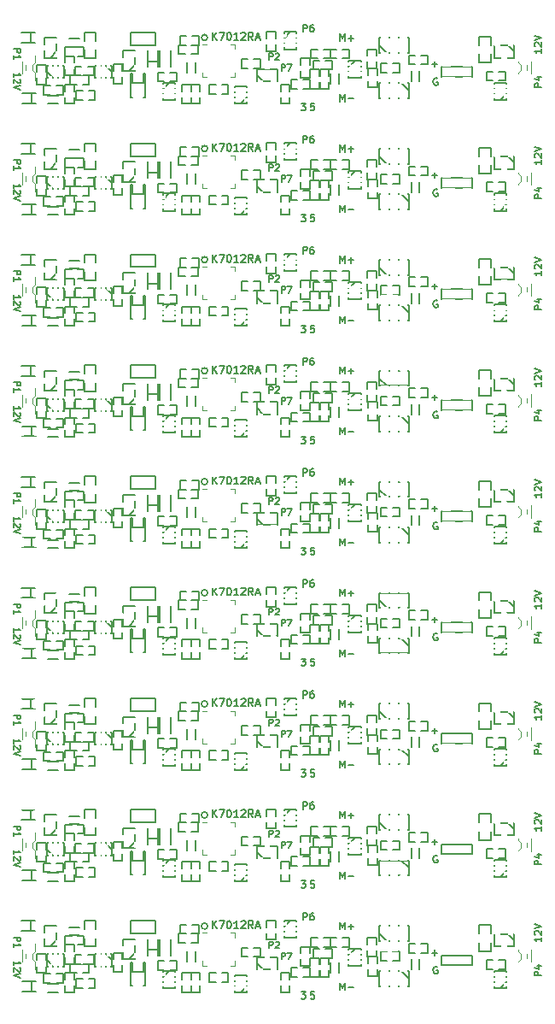
<source format=gto>
%TF.GenerationSoftware,KiCad,Pcbnew,(5.1.9)-1*%
%TF.CreationDate,2021-10-10T13:17:48+09:00*%
%TF.ProjectId,K7012RA,4b373031-3252-4412-9e6b-696361645f70,rev?*%
%TF.SameCoordinates,PX6b49d20PY8b79910*%
%TF.FileFunction,Legend,Top*%
%TF.FilePolarity,Positive*%
%FSLAX46Y46*%
G04 Gerber Fmt 4.6, Leading zero omitted, Abs format (unit mm)*
G04 Created by KiCad (PCBNEW (5.1.9)-1) date 2021-10-10 13:17:48*
%MOMM*%
%LPD*%
G01*
G04 APERTURE LIST*
%ADD10C,0.150000*%
%ADD11C,0.200000*%
%ADD12C,0.180000*%
%ADD13C,0.120000*%
%ADD14C,2.050000*%
%ADD15C,0.100000*%
G04 APERTURE END LIST*
D10*
X62016666Y2833334D02*
X61316666Y2833334D01*
X61316666Y3100000D01*
X61350000Y3166667D01*
X61383333Y3200000D01*
X61450000Y3233334D01*
X61550000Y3233334D01*
X61616666Y3200000D01*
X61650000Y3166667D01*
X61683333Y3100000D01*
X61683333Y2833334D01*
X61550000Y3833334D02*
X62016666Y3833334D01*
X61283333Y3666667D02*
X61783333Y3500000D01*
X61783333Y3933334D01*
X62016666Y13833334D02*
X61316666Y13833334D01*
X61316666Y14100000D01*
X61350000Y14166667D01*
X61383333Y14200000D01*
X61450000Y14233334D01*
X61550000Y14233334D01*
X61616666Y14200000D01*
X61650000Y14166667D01*
X61683333Y14100000D01*
X61683333Y13833334D01*
X61550000Y14833334D02*
X62016666Y14833334D01*
X61283333Y14666667D02*
X61783333Y14500000D01*
X61783333Y14933334D01*
X62016666Y24833334D02*
X61316666Y24833334D01*
X61316666Y25100000D01*
X61350000Y25166667D01*
X61383333Y25200000D01*
X61450000Y25233334D01*
X61550000Y25233334D01*
X61616666Y25200000D01*
X61650000Y25166667D01*
X61683333Y25100000D01*
X61683333Y24833334D01*
X61550000Y25833334D02*
X62016666Y25833334D01*
X61283333Y25666667D02*
X61783333Y25500000D01*
X61783333Y25933334D01*
X62016666Y35833334D02*
X61316666Y35833334D01*
X61316666Y36100000D01*
X61350000Y36166667D01*
X61383333Y36200000D01*
X61450000Y36233334D01*
X61550000Y36233334D01*
X61616666Y36200000D01*
X61650000Y36166667D01*
X61683333Y36100000D01*
X61683333Y35833334D01*
X61550000Y36833334D02*
X62016666Y36833334D01*
X61283333Y36666667D02*
X61783333Y36500000D01*
X61783333Y36933334D01*
X62016666Y46833334D02*
X61316666Y46833334D01*
X61316666Y47100000D01*
X61350000Y47166667D01*
X61383333Y47200000D01*
X61450000Y47233334D01*
X61550000Y47233334D01*
X61616666Y47200000D01*
X61650000Y47166667D01*
X61683333Y47100000D01*
X61683333Y46833334D01*
X61550000Y47833334D02*
X62016666Y47833334D01*
X61283333Y47666667D02*
X61783333Y47500000D01*
X61783333Y47933334D01*
X62016666Y57833334D02*
X61316666Y57833334D01*
X61316666Y58100000D01*
X61350000Y58166667D01*
X61383333Y58200000D01*
X61450000Y58233334D01*
X61550000Y58233334D01*
X61616666Y58200000D01*
X61650000Y58166667D01*
X61683333Y58100000D01*
X61683333Y57833334D01*
X61550000Y58833334D02*
X62016666Y58833334D01*
X61283333Y58666667D02*
X61783333Y58500000D01*
X61783333Y58933334D01*
X62016666Y68833334D02*
X61316666Y68833334D01*
X61316666Y69100000D01*
X61350000Y69166667D01*
X61383333Y69200000D01*
X61450000Y69233334D01*
X61550000Y69233334D01*
X61616666Y69200000D01*
X61650000Y69166667D01*
X61683333Y69100000D01*
X61683333Y68833334D01*
X61550000Y69833334D02*
X62016666Y69833334D01*
X61283333Y69666667D02*
X61783333Y69500000D01*
X61783333Y69933334D01*
X62016666Y79833334D02*
X61316666Y79833334D01*
X61316666Y80100000D01*
X61350000Y80166667D01*
X61383333Y80200000D01*
X61450000Y80233334D01*
X61550000Y80233334D01*
X61616666Y80200000D01*
X61650000Y80166667D01*
X61683333Y80100000D01*
X61683333Y79833334D01*
X61550000Y80833334D02*
X62016666Y80833334D01*
X61283333Y80666667D02*
X61783333Y80500000D01*
X61783333Y80933334D01*
X51683333Y3700000D02*
X51616666Y3733334D01*
X51516666Y3733334D01*
X51416666Y3700000D01*
X51350000Y3633334D01*
X51316666Y3566667D01*
X51283333Y3433334D01*
X51283333Y3333334D01*
X51316666Y3200000D01*
X51350000Y3133334D01*
X51416666Y3066667D01*
X51516666Y3033334D01*
X51583333Y3033334D01*
X51683333Y3066667D01*
X51716666Y3100000D01*
X51716666Y3333334D01*
X51583333Y3333334D01*
X51683333Y14700000D02*
X51616666Y14733334D01*
X51516666Y14733334D01*
X51416666Y14700000D01*
X51350000Y14633334D01*
X51316666Y14566667D01*
X51283333Y14433334D01*
X51283333Y14333334D01*
X51316666Y14200000D01*
X51350000Y14133334D01*
X51416666Y14066667D01*
X51516666Y14033334D01*
X51583333Y14033334D01*
X51683333Y14066667D01*
X51716666Y14100000D01*
X51716666Y14333334D01*
X51583333Y14333334D01*
X51683333Y25700000D02*
X51616666Y25733334D01*
X51516666Y25733334D01*
X51416666Y25700000D01*
X51350000Y25633334D01*
X51316666Y25566667D01*
X51283333Y25433334D01*
X51283333Y25333334D01*
X51316666Y25200000D01*
X51350000Y25133334D01*
X51416666Y25066667D01*
X51516666Y25033334D01*
X51583333Y25033334D01*
X51683333Y25066667D01*
X51716666Y25100000D01*
X51716666Y25333334D01*
X51583333Y25333334D01*
X51683333Y36700000D02*
X51616666Y36733334D01*
X51516666Y36733334D01*
X51416666Y36700000D01*
X51350000Y36633334D01*
X51316666Y36566667D01*
X51283333Y36433334D01*
X51283333Y36333334D01*
X51316666Y36200000D01*
X51350000Y36133334D01*
X51416666Y36066667D01*
X51516666Y36033334D01*
X51583333Y36033334D01*
X51683333Y36066667D01*
X51716666Y36100000D01*
X51716666Y36333334D01*
X51583333Y36333334D01*
X51683333Y47700000D02*
X51616666Y47733334D01*
X51516666Y47733334D01*
X51416666Y47700000D01*
X51350000Y47633334D01*
X51316666Y47566667D01*
X51283333Y47433334D01*
X51283333Y47333334D01*
X51316666Y47200000D01*
X51350000Y47133334D01*
X51416666Y47066667D01*
X51516666Y47033334D01*
X51583333Y47033334D01*
X51683333Y47066667D01*
X51716666Y47100000D01*
X51716666Y47333334D01*
X51583333Y47333334D01*
X51683333Y58700000D02*
X51616666Y58733334D01*
X51516666Y58733334D01*
X51416666Y58700000D01*
X51350000Y58633334D01*
X51316666Y58566667D01*
X51283333Y58433334D01*
X51283333Y58333334D01*
X51316666Y58200000D01*
X51350000Y58133334D01*
X51416666Y58066667D01*
X51516666Y58033334D01*
X51583333Y58033334D01*
X51683333Y58066667D01*
X51716666Y58100000D01*
X51716666Y58333334D01*
X51583333Y58333334D01*
X51683333Y69700000D02*
X51616666Y69733334D01*
X51516666Y69733334D01*
X51416666Y69700000D01*
X51350000Y69633334D01*
X51316666Y69566667D01*
X51283333Y69433334D01*
X51283333Y69333334D01*
X51316666Y69200000D01*
X51350000Y69133334D01*
X51416666Y69066667D01*
X51516666Y69033334D01*
X51583333Y69033334D01*
X51683333Y69066667D01*
X51716666Y69100000D01*
X51716666Y69333334D01*
X51583333Y69333334D01*
X51683333Y80700000D02*
X51616666Y80733334D01*
X51516666Y80733334D01*
X51416666Y80700000D01*
X51350000Y80633334D01*
X51316666Y80566667D01*
X51283333Y80433334D01*
X51283333Y80333334D01*
X51316666Y80200000D01*
X51350000Y80133334D01*
X51416666Y80066667D01*
X51516666Y80033334D01*
X51583333Y80033334D01*
X51683333Y80066667D01*
X51716666Y80100000D01*
X51716666Y80333334D01*
X51583333Y80333334D01*
X42033333Y1433334D02*
X42033333Y2133334D01*
X42266666Y1633334D01*
X42500000Y2133334D01*
X42500000Y1433334D01*
X42833333Y1700000D02*
X43366666Y1700000D01*
X42033333Y12433334D02*
X42033333Y13133334D01*
X42266666Y12633334D01*
X42500000Y13133334D01*
X42500000Y12433334D01*
X42833333Y12700000D02*
X43366666Y12700000D01*
X42033333Y23433334D02*
X42033333Y24133334D01*
X42266666Y23633334D01*
X42500000Y24133334D01*
X42500000Y23433334D01*
X42833333Y23700000D02*
X43366666Y23700000D01*
X42033333Y34433334D02*
X42033333Y35133334D01*
X42266666Y34633334D01*
X42500000Y35133334D01*
X42500000Y34433334D01*
X42833333Y34700000D02*
X43366666Y34700000D01*
X42033333Y45433334D02*
X42033333Y46133334D01*
X42266666Y45633334D01*
X42500000Y46133334D01*
X42500000Y45433334D01*
X42833333Y45700000D02*
X43366666Y45700000D01*
X42033333Y56433334D02*
X42033333Y57133334D01*
X42266666Y56633334D01*
X42500000Y57133334D01*
X42500000Y56433334D01*
X42833333Y56700000D02*
X43366666Y56700000D01*
X42033333Y67433334D02*
X42033333Y68133334D01*
X42266666Y67633334D01*
X42500000Y68133334D01*
X42500000Y67433334D01*
X42833333Y67700000D02*
X43366666Y67700000D01*
X42033333Y78433334D02*
X42033333Y79133334D01*
X42266666Y78633334D01*
X42500000Y79133334D01*
X42500000Y78433334D01*
X42833333Y78700000D02*
X43366666Y78700000D01*
X51133333Y5100000D02*
X51666666Y5100000D01*
X51400000Y4833334D02*
X51400000Y5366667D01*
X51133333Y16100000D02*
X51666666Y16100000D01*
X51400000Y15833334D02*
X51400000Y16366667D01*
X51133333Y27100000D02*
X51666666Y27100000D01*
X51400000Y26833334D02*
X51400000Y27366667D01*
X51133333Y38100000D02*
X51666666Y38100000D01*
X51400000Y37833334D02*
X51400000Y38366667D01*
X51133333Y49100000D02*
X51666666Y49100000D01*
X51400000Y48833334D02*
X51400000Y49366667D01*
X51133333Y60100000D02*
X51666666Y60100000D01*
X51400000Y59833334D02*
X51400000Y60366667D01*
X51133333Y71100000D02*
X51666666Y71100000D01*
X51400000Y70833334D02*
X51400000Y71366667D01*
X51133333Y82100000D02*
X51666666Y82100000D01*
X51400000Y81833334D02*
X51400000Y82366667D01*
X42033333Y7433334D02*
X42033333Y8133334D01*
X42266666Y7633334D01*
X42500000Y8133334D01*
X42500000Y7433334D01*
X42833333Y7700000D02*
X43366666Y7700000D01*
X43100000Y7433334D02*
X43100000Y7966667D01*
X42033333Y18433334D02*
X42033333Y19133334D01*
X42266666Y18633334D01*
X42500000Y19133334D01*
X42500000Y18433334D01*
X42833333Y18700000D02*
X43366666Y18700000D01*
X43100000Y18433334D02*
X43100000Y18966667D01*
X42033333Y29433334D02*
X42033333Y30133334D01*
X42266666Y29633334D01*
X42500000Y30133334D01*
X42500000Y29433334D01*
X42833333Y29700000D02*
X43366666Y29700000D01*
X43100000Y29433334D02*
X43100000Y29966667D01*
X42033333Y40433334D02*
X42033333Y41133334D01*
X42266666Y40633334D01*
X42500000Y41133334D01*
X42500000Y40433334D01*
X42833333Y40700000D02*
X43366666Y40700000D01*
X43100000Y40433334D02*
X43100000Y40966667D01*
X42033333Y51433334D02*
X42033333Y52133334D01*
X42266666Y51633334D01*
X42500000Y52133334D01*
X42500000Y51433334D01*
X42833333Y51700000D02*
X43366666Y51700000D01*
X43100000Y51433334D02*
X43100000Y51966667D01*
X42033333Y62433334D02*
X42033333Y63133334D01*
X42266666Y62633334D01*
X42500000Y63133334D01*
X42500000Y62433334D01*
X42833333Y62700000D02*
X43366666Y62700000D01*
X43100000Y62433334D02*
X43100000Y62966667D01*
X42033333Y73433334D02*
X42033333Y74133334D01*
X42266666Y73633334D01*
X42500000Y74133334D01*
X42500000Y73433334D01*
X42833333Y73700000D02*
X43366666Y73700000D01*
X43100000Y73433334D02*
X43100000Y73966667D01*
X42033333Y84433334D02*
X42033333Y85133334D01*
X42266666Y84633334D01*
X42500000Y85133334D01*
X42500000Y84433334D01*
X42833333Y84700000D02*
X43366666Y84700000D01*
X43100000Y84433334D02*
X43100000Y84966667D01*
X28900000Y7750000D02*
G75*
G03*
X28900000Y7750000I-300000J0D01*
G01*
X28900000Y18750000D02*
G75*
G03*
X28900000Y18750000I-300000J0D01*
G01*
X28900000Y29750000D02*
G75*
G03*
X28900000Y29750000I-300000J0D01*
G01*
X28900000Y40750000D02*
G75*
G03*
X28900000Y40750000I-300000J0D01*
G01*
X28900000Y51750000D02*
G75*
G03*
X28900000Y51750000I-300000J0D01*
G01*
X28900000Y62750000D02*
G75*
G03*
X28900000Y62750000I-300000J0D01*
G01*
X28900000Y73750000D02*
G75*
G03*
X28900000Y73750000I-300000J0D01*
G01*
X28900000Y84750000D02*
G75*
G03*
X28900000Y84750000I-300000J0D01*
G01*
X39466666Y1233334D02*
X39133333Y1233334D01*
X39100000Y900000D01*
X39133333Y933334D01*
X39200000Y966667D01*
X39366666Y966667D01*
X39433333Y933334D01*
X39466666Y900000D01*
X39500000Y833334D01*
X39500000Y666667D01*
X39466666Y600000D01*
X39433333Y566667D01*
X39366666Y533334D01*
X39200000Y533334D01*
X39133333Y566667D01*
X39100000Y600000D01*
X39466666Y12233334D02*
X39133333Y12233334D01*
X39100000Y11900000D01*
X39133333Y11933334D01*
X39200000Y11966667D01*
X39366666Y11966667D01*
X39433333Y11933334D01*
X39466666Y11900000D01*
X39500000Y11833334D01*
X39500000Y11666667D01*
X39466666Y11600000D01*
X39433333Y11566667D01*
X39366666Y11533334D01*
X39200000Y11533334D01*
X39133333Y11566667D01*
X39100000Y11600000D01*
X39466666Y23233334D02*
X39133333Y23233334D01*
X39100000Y22900000D01*
X39133333Y22933334D01*
X39200000Y22966667D01*
X39366666Y22966667D01*
X39433333Y22933334D01*
X39466666Y22900000D01*
X39500000Y22833334D01*
X39500000Y22666667D01*
X39466666Y22600000D01*
X39433333Y22566667D01*
X39366666Y22533334D01*
X39200000Y22533334D01*
X39133333Y22566667D01*
X39100000Y22600000D01*
X39466666Y34233334D02*
X39133333Y34233334D01*
X39100000Y33900000D01*
X39133333Y33933334D01*
X39200000Y33966667D01*
X39366666Y33966667D01*
X39433333Y33933334D01*
X39466666Y33900000D01*
X39500000Y33833334D01*
X39500000Y33666667D01*
X39466666Y33600000D01*
X39433333Y33566667D01*
X39366666Y33533334D01*
X39200000Y33533334D01*
X39133333Y33566667D01*
X39100000Y33600000D01*
X39466666Y45233334D02*
X39133333Y45233334D01*
X39100000Y44900000D01*
X39133333Y44933334D01*
X39200000Y44966667D01*
X39366666Y44966667D01*
X39433333Y44933334D01*
X39466666Y44900000D01*
X39500000Y44833334D01*
X39500000Y44666667D01*
X39466666Y44600000D01*
X39433333Y44566667D01*
X39366666Y44533334D01*
X39200000Y44533334D01*
X39133333Y44566667D01*
X39100000Y44600000D01*
X39466666Y56233334D02*
X39133333Y56233334D01*
X39100000Y55900000D01*
X39133333Y55933334D01*
X39200000Y55966667D01*
X39366666Y55966667D01*
X39433333Y55933334D01*
X39466666Y55900000D01*
X39500000Y55833334D01*
X39500000Y55666667D01*
X39466666Y55600000D01*
X39433333Y55566667D01*
X39366666Y55533334D01*
X39200000Y55533334D01*
X39133333Y55566667D01*
X39100000Y55600000D01*
X39466666Y67233334D02*
X39133333Y67233334D01*
X39100000Y66900000D01*
X39133333Y66933334D01*
X39200000Y66966667D01*
X39366666Y66966667D01*
X39433333Y66933334D01*
X39466666Y66900000D01*
X39500000Y66833334D01*
X39500000Y66666667D01*
X39466666Y66600000D01*
X39433333Y66566667D01*
X39366666Y66533334D01*
X39200000Y66533334D01*
X39133333Y66566667D01*
X39100000Y66600000D01*
X39466666Y78233334D02*
X39133333Y78233334D01*
X39100000Y77900000D01*
X39133333Y77933334D01*
X39200000Y77966667D01*
X39366666Y77966667D01*
X39433333Y77933334D01*
X39466666Y77900000D01*
X39500000Y77833334D01*
X39500000Y77666667D01*
X39466666Y77600000D01*
X39433333Y77566667D01*
X39366666Y77533334D01*
X39200000Y77533334D01*
X39133333Y77566667D01*
X39100000Y77600000D01*
X36220238Y4455953D02*
X36220238Y5105953D01*
X36467857Y5105953D01*
X36529761Y5075000D01*
X36560714Y5044048D01*
X36591666Y4982143D01*
X36591666Y4889286D01*
X36560714Y4827381D01*
X36529761Y4796429D01*
X36467857Y4765477D01*
X36220238Y4765477D01*
X36808333Y5105953D02*
X37241666Y5105953D01*
X36963095Y4455953D01*
X36220238Y15455953D02*
X36220238Y16105953D01*
X36467857Y16105953D01*
X36529761Y16075000D01*
X36560714Y16044048D01*
X36591666Y15982143D01*
X36591666Y15889286D01*
X36560714Y15827381D01*
X36529761Y15796429D01*
X36467857Y15765477D01*
X36220238Y15765477D01*
X36808333Y16105953D02*
X37241666Y16105953D01*
X36963095Y15455953D01*
X36220238Y26455953D02*
X36220238Y27105953D01*
X36467857Y27105953D01*
X36529761Y27075000D01*
X36560714Y27044048D01*
X36591666Y26982143D01*
X36591666Y26889286D01*
X36560714Y26827381D01*
X36529761Y26796429D01*
X36467857Y26765477D01*
X36220238Y26765477D01*
X36808333Y27105953D02*
X37241666Y27105953D01*
X36963095Y26455953D01*
X36220238Y37455953D02*
X36220238Y38105953D01*
X36467857Y38105953D01*
X36529761Y38075000D01*
X36560714Y38044048D01*
X36591666Y37982143D01*
X36591666Y37889286D01*
X36560714Y37827381D01*
X36529761Y37796429D01*
X36467857Y37765477D01*
X36220238Y37765477D01*
X36808333Y38105953D02*
X37241666Y38105953D01*
X36963095Y37455953D01*
X36220238Y48455953D02*
X36220238Y49105953D01*
X36467857Y49105953D01*
X36529761Y49075000D01*
X36560714Y49044048D01*
X36591666Y48982143D01*
X36591666Y48889286D01*
X36560714Y48827381D01*
X36529761Y48796429D01*
X36467857Y48765477D01*
X36220238Y48765477D01*
X36808333Y49105953D02*
X37241666Y49105953D01*
X36963095Y48455953D01*
X36220238Y59455953D02*
X36220238Y60105953D01*
X36467857Y60105953D01*
X36529761Y60075000D01*
X36560714Y60044048D01*
X36591666Y59982143D01*
X36591666Y59889286D01*
X36560714Y59827381D01*
X36529761Y59796429D01*
X36467857Y59765477D01*
X36220238Y59765477D01*
X36808333Y60105953D02*
X37241666Y60105953D01*
X36963095Y59455953D01*
X36220238Y70455953D02*
X36220238Y71105953D01*
X36467857Y71105953D01*
X36529761Y71075000D01*
X36560714Y71044048D01*
X36591666Y70982143D01*
X36591666Y70889286D01*
X36560714Y70827381D01*
X36529761Y70796429D01*
X36467857Y70765477D01*
X36220238Y70765477D01*
X36808333Y71105953D02*
X37241666Y71105953D01*
X36963095Y70455953D01*
X36220238Y81455953D02*
X36220238Y82105953D01*
X36467857Y82105953D01*
X36529761Y82075000D01*
X36560714Y82044048D01*
X36591666Y81982143D01*
X36591666Y81889286D01*
X36560714Y81827381D01*
X36529761Y81796429D01*
X36467857Y81765477D01*
X36220238Y81765477D01*
X36808333Y82105953D02*
X37241666Y82105953D01*
X36963095Y81455953D01*
X38383333Y8333334D02*
X38383333Y9033334D01*
X38650000Y9033334D01*
X38716666Y9000000D01*
X38750000Y8966667D01*
X38783333Y8900000D01*
X38783333Y8800000D01*
X38750000Y8733334D01*
X38716666Y8700000D01*
X38650000Y8666667D01*
X38383333Y8666667D01*
X39383333Y9033334D02*
X39250000Y9033334D01*
X39183333Y9000000D01*
X39150000Y8966667D01*
X39083333Y8866667D01*
X39050000Y8733334D01*
X39050000Y8466667D01*
X39083333Y8400000D01*
X39116666Y8366667D01*
X39183333Y8333334D01*
X39316666Y8333334D01*
X39383333Y8366667D01*
X39416666Y8400000D01*
X39450000Y8466667D01*
X39450000Y8633334D01*
X39416666Y8700000D01*
X39383333Y8733334D01*
X39316666Y8766667D01*
X39183333Y8766667D01*
X39116666Y8733334D01*
X39083333Y8700000D01*
X39050000Y8633334D01*
X38383333Y19333334D02*
X38383333Y20033334D01*
X38650000Y20033334D01*
X38716666Y20000000D01*
X38750000Y19966667D01*
X38783333Y19900000D01*
X38783333Y19800000D01*
X38750000Y19733334D01*
X38716666Y19700000D01*
X38650000Y19666667D01*
X38383333Y19666667D01*
X39383333Y20033334D02*
X39250000Y20033334D01*
X39183333Y20000000D01*
X39150000Y19966667D01*
X39083333Y19866667D01*
X39050000Y19733334D01*
X39050000Y19466667D01*
X39083333Y19400000D01*
X39116666Y19366667D01*
X39183333Y19333334D01*
X39316666Y19333334D01*
X39383333Y19366667D01*
X39416666Y19400000D01*
X39450000Y19466667D01*
X39450000Y19633334D01*
X39416666Y19700000D01*
X39383333Y19733334D01*
X39316666Y19766667D01*
X39183333Y19766667D01*
X39116666Y19733334D01*
X39083333Y19700000D01*
X39050000Y19633334D01*
X38383333Y30333334D02*
X38383333Y31033334D01*
X38650000Y31033334D01*
X38716666Y31000000D01*
X38750000Y30966667D01*
X38783333Y30900000D01*
X38783333Y30800000D01*
X38750000Y30733334D01*
X38716666Y30700000D01*
X38650000Y30666667D01*
X38383333Y30666667D01*
X39383333Y31033334D02*
X39250000Y31033334D01*
X39183333Y31000000D01*
X39150000Y30966667D01*
X39083333Y30866667D01*
X39050000Y30733334D01*
X39050000Y30466667D01*
X39083333Y30400000D01*
X39116666Y30366667D01*
X39183333Y30333334D01*
X39316666Y30333334D01*
X39383333Y30366667D01*
X39416666Y30400000D01*
X39450000Y30466667D01*
X39450000Y30633334D01*
X39416666Y30700000D01*
X39383333Y30733334D01*
X39316666Y30766667D01*
X39183333Y30766667D01*
X39116666Y30733334D01*
X39083333Y30700000D01*
X39050000Y30633334D01*
X38383333Y41333334D02*
X38383333Y42033334D01*
X38650000Y42033334D01*
X38716666Y42000000D01*
X38750000Y41966667D01*
X38783333Y41900000D01*
X38783333Y41800000D01*
X38750000Y41733334D01*
X38716666Y41700000D01*
X38650000Y41666667D01*
X38383333Y41666667D01*
X39383333Y42033334D02*
X39250000Y42033334D01*
X39183333Y42000000D01*
X39150000Y41966667D01*
X39083333Y41866667D01*
X39050000Y41733334D01*
X39050000Y41466667D01*
X39083333Y41400000D01*
X39116666Y41366667D01*
X39183333Y41333334D01*
X39316666Y41333334D01*
X39383333Y41366667D01*
X39416666Y41400000D01*
X39450000Y41466667D01*
X39450000Y41633334D01*
X39416666Y41700000D01*
X39383333Y41733334D01*
X39316666Y41766667D01*
X39183333Y41766667D01*
X39116666Y41733334D01*
X39083333Y41700000D01*
X39050000Y41633334D01*
X38383333Y52333334D02*
X38383333Y53033334D01*
X38650000Y53033334D01*
X38716666Y53000000D01*
X38750000Y52966667D01*
X38783333Y52900000D01*
X38783333Y52800000D01*
X38750000Y52733334D01*
X38716666Y52700000D01*
X38650000Y52666667D01*
X38383333Y52666667D01*
X39383333Y53033334D02*
X39250000Y53033334D01*
X39183333Y53000000D01*
X39150000Y52966667D01*
X39083333Y52866667D01*
X39050000Y52733334D01*
X39050000Y52466667D01*
X39083333Y52400000D01*
X39116666Y52366667D01*
X39183333Y52333334D01*
X39316666Y52333334D01*
X39383333Y52366667D01*
X39416666Y52400000D01*
X39450000Y52466667D01*
X39450000Y52633334D01*
X39416666Y52700000D01*
X39383333Y52733334D01*
X39316666Y52766667D01*
X39183333Y52766667D01*
X39116666Y52733334D01*
X39083333Y52700000D01*
X39050000Y52633334D01*
X38383333Y63333334D02*
X38383333Y64033334D01*
X38650000Y64033334D01*
X38716666Y64000000D01*
X38750000Y63966667D01*
X38783333Y63900000D01*
X38783333Y63800000D01*
X38750000Y63733334D01*
X38716666Y63700000D01*
X38650000Y63666667D01*
X38383333Y63666667D01*
X39383333Y64033334D02*
X39250000Y64033334D01*
X39183333Y64000000D01*
X39150000Y63966667D01*
X39083333Y63866667D01*
X39050000Y63733334D01*
X39050000Y63466667D01*
X39083333Y63400000D01*
X39116666Y63366667D01*
X39183333Y63333334D01*
X39316666Y63333334D01*
X39383333Y63366667D01*
X39416666Y63400000D01*
X39450000Y63466667D01*
X39450000Y63633334D01*
X39416666Y63700000D01*
X39383333Y63733334D01*
X39316666Y63766667D01*
X39183333Y63766667D01*
X39116666Y63733334D01*
X39083333Y63700000D01*
X39050000Y63633334D01*
X38383333Y74333334D02*
X38383333Y75033334D01*
X38650000Y75033334D01*
X38716666Y75000000D01*
X38750000Y74966667D01*
X38783333Y74900000D01*
X38783333Y74800000D01*
X38750000Y74733334D01*
X38716666Y74700000D01*
X38650000Y74666667D01*
X38383333Y74666667D01*
X39383333Y75033334D02*
X39250000Y75033334D01*
X39183333Y75000000D01*
X39150000Y74966667D01*
X39083333Y74866667D01*
X39050000Y74733334D01*
X39050000Y74466667D01*
X39083333Y74400000D01*
X39116666Y74366667D01*
X39183333Y74333334D01*
X39316666Y74333334D01*
X39383333Y74366667D01*
X39416666Y74400000D01*
X39450000Y74466667D01*
X39450000Y74633334D01*
X39416666Y74700000D01*
X39383333Y74733334D01*
X39316666Y74766667D01*
X39183333Y74766667D01*
X39116666Y74733334D01*
X39083333Y74700000D01*
X39050000Y74633334D01*
X38383333Y85333334D02*
X38383333Y86033334D01*
X38650000Y86033334D01*
X38716666Y86000000D01*
X38750000Y85966667D01*
X38783333Y85900000D01*
X38783333Y85800000D01*
X38750000Y85733334D01*
X38716666Y85700000D01*
X38650000Y85666667D01*
X38383333Y85666667D01*
X39383333Y86033334D02*
X39250000Y86033334D01*
X39183333Y86000000D01*
X39150000Y85966667D01*
X39083333Y85866667D01*
X39050000Y85733334D01*
X39050000Y85466667D01*
X39083333Y85400000D01*
X39116666Y85366667D01*
X39183333Y85333334D01*
X39316666Y85333334D01*
X39383333Y85366667D01*
X39416666Y85400000D01*
X39450000Y85466667D01*
X39450000Y85633334D01*
X39416666Y85700000D01*
X39383333Y85733334D01*
X39316666Y85766667D01*
X39183333Y85766667D01*
X39116666Y85733334D01*
X39083333Y85700000D01*
X39050000Y85633334D01*
X62016666Y6616667D02*
X62016666Y6216667D01*
X62016666Y6416667D02*
X61316666Y6416667D01*
X61416666Y6350000D01*
X61483333Y6283334D01*
X61516666Y6216667D01*
X61383333Y6883334D02*
X61350000Y6916667D01*
X61316666Y6983334D01*
X61316666Y7150000D01*
X61350000Y7216667D01*
X61383333Y7250000D01*
X61450000Y7283334D01*
X61516666Y7283334D01*
X61616666Y7250000D01*
X62016666Y6850000D01*
X62016666Y7283334D01*
X61316666Y7483334D02*
X62016666Y7716667D01*
X61316666Y7950000D01*
X62016666Y17616667D02*
X62016666Y17216667D01*
X62016666Y17416667D02*
X61316666Y17416667D01*
X61416666Y17350000D01*
X61483333Y17283334D01*
X61516666Y17216667D01*
X61383333Y17883334D02*
X61350000Y17916667D01*
X61316666Y17983334D01*
X61316666Y18150000D01*
X61350000Y18216667D01*
X61383333Y18250000D01*
X61450000Y18283334D01*
X61516666Y18283334D01*
X61616666Y18250000D01*
X62016666Y17850000D01*
X62016666Y18283334D01*
X61316666Y18483334D02*
X62016666Y18716667D01*
X61316666Y18950000D01*
X62016666Y28616667D02*
X62016666Y28216667D01*
X62016666Y28416667D02*
X61316666Y28416667D01*
X61416666Y28350000D01*
X61483333Y28283334D01*
X61516666Y28216667D01*
X61383333Y28883334D02*
X61350000Y28916667D01*
X61316666Y28983334D01*
X61316666Y29150000D01*
X61350000Y29216667D01*
X61383333Y29250000D01*
X61450000Y29283334D01*
X61516666Y29283334D01*
X61616666Y29250000D01*
X62016666Y28850000D01*
X62016666Y29283334D01*
X61316666Y29483334D02*
X62016666Y29716667D01*
X61316666Y29950000D01*
X62016666Y39616667D02*
X62016666Y39216667D01*
X62016666Y39416667D02*
X61316666Y39416667D01*
X61416666Y39350000D01*
X61483333Y39283334D01*
X61516666Y39216667D01*
X61383333Y39883334D02*
X61350000Y39916667D01*
X61316666Y39983334D01*
X61316666Y40150000D01*
X61350000Y40216667D01*
X61383333Y40250000D01*
X61450000Y40283334D01*
X61516666Y40283334D01*
X61616666Y40250000D01*
X62016666Y39850000D01*
X62016666Y40283334D01*
X61316666Y40483334D02*
X62016666Y40716667D01*
X61316666Y40950000D01*
X62016666Y50616667D02*
X62016666Y50216667D01*
X62016666Y50416667D02*
X61316666Y50416667D01*
X61416666Y50350000D01*
X61483333Y50283334D01*
X61516666Y50216667D01*
X61383333Y50883334D02*
X61350000Y50916667D01*
X61316666Y50983334D01*
X61316666Y51150000D01*
X61350000Y51216667D01*
X61383333Y51250000D01*
X61450000Y51283334D01*
X61516666Y51283334D01*
X61616666Y51250000D01*
X62016666Y50850000D01*
X62016666Y51283334D01*
X61316666Y51483334D02*
X62016666Y51716667D01*
X61316666Y51950000D01*
X62016666Y61616667D02*
X62016666Y61216667D01*
X62016666Y61416667D02*
X61316666Y61416667D01*
X61416666Y61350000D01*
X61483333Y61283334D01*
X61516666Y61216667D01*
X61383333Y61883334D02*
X61350000Y61916667D01*
X61316666Y61983334D01*
X61316666Y62150000D01*
X61350000Y62216667D01*
X61383333Y62250000D01*
X61450000Y62283334D01*
X61516666Y62283334D01*
X61616666Y62250000D01*
X62016666Y61850000D01*
X62016666Y62283334D01*
X61316666Y62483334D02*
X62016666Y62716667D01*
X61316666Y62950000D01*
X62016666Y72616667D02*
X62016666Y72216667D01*
X62016666Y72416667D02*
X61316666Y72416667D01*
X61416666Y72350000D01*
X61483333Y72283334D01*
X61516666Y72216667D01*
X61383333Y72883334D02*
X61350000Y72916667D01*
X61316666Y72983334D01*
X61316666Y73150000D01*
X61350000Y73216667D01*
X61383333Y73250000D01*
X61450000Y73283334D01*
X61516666Y73283334D01*
X61616666Y73250000D01*
X62016666Y72850000D01*
X62016666Y73283334D01*
X61316666Y73483334D02*
X62016666Y73716667D01*
X61316666Y73950000D01*
X62016666Y83616667D02*
X62016666Y83216667D01*
X62016666Y83416667D02*
X61316666Y83416667D01*
X61416666Y83350000D01*
X61483333Y83283334D01*
X61516666Y83216667D01*
X61383333Y83883334D02*
X61350000Y83916667D01*
X61316666Y83983334D01*
X61316666Y84150000D01*
X61350000Y84216667D01*
X61383333Y84250000D01*
X61450000Y84283334D01*
X61516666Y84283334D01*
X61616666Y84250000D01*
X62016666Y83850000D01*
X62016666Y84283334D01*
X61316666Y84483334D02*
X62016666Y84716667D01*
X61316666Y84950000D01*
X9705952Y6629762D02*
X10355952Y6629762D01*
X10355952Y6382143D01*
X10325000Y6320239D01*
X10294047Y6289286D01*
X10232142Y6258334D01*
X10139285Y6258334D01*
X10077380Y6289286D01*
X10046428Y6320239D01*
X10015476Y6382143D01*
X10015476Y6629762D01*
X9705952Y5639286D02*
X9705952Y6010715D01*
X9705952Y5825000D02*
X10355952Y5825000D01*
X10263095Y5886905D01*
X10201190Y5948810D01*
X10170238Y6010715D01*
X9705952Y17629762D02*
X10355952Y17629762D01*
X10355952Y17382143D01*
X10325000Y17320239D01*
X10294047Y17289286D01*
X10232142Y17258334D01*
X10139285Y17258334D01*
X10077380Y17289286D01*
X10046428Y17320239D01*
X10015476Y17382143D01*
X10015476Y17629762D01*
X9705952Y16639286D02*
X9705952Y17010715D01*
X9705952Y16825000D02*
X10355952Y16825000D01*
X10263095Y16886905D01*
X10201190Y16948810D01*
X10170238Y17010715D01*
X9705952Y28629762D02*
X10355952Y28629762D01*
X10355952Y28382143D01*
X10325000Y28320239D01*
X10294047Y28289286D01*
X10232142Y28258334D01*
X10139285Y28258334D01*
X10077380Y28289286D01*
X10046428Y28320239D01*
X10015476Y28382143D01*
X10015476Y28629762D01*
X9705952Y27639286D02*
X9705952Y28010715D01*
X9705952Y27825000D02*
X10355952Y27825000D01*
X10263095Y27886905D01*
X10201190Y27948810D01*
X10170238Y28010715D01*
X9705952Y39629762D02*
X10355952Y39629762D01*
X10355952Y39382143D01*
X10325000Y39320239D01*
X10294047Y39289286D01*
X10232142Y39258334D01*
X10139285Y39258334D01*
X10077380Y39289286D01*
X10046428Y39320239D01*
X10015476Y39382143D01*
X10015476Y39629762D01*
X9705952Y38639286D02*
X9705952Y39010715D01*
X9705952Y38825000D02*
X10355952Y38825000D01*
X10263095Y38886905D01*
X10201190Y38948810D01*
X10170238Y39010715D01*
X9705952Y50629762D02*
X10355952Y50629762D01*
X10355952Y50382143D01*
X10325000Y50320239D01*
X10294047Y50289286D01*
X10232142Y50258334D01*
X10139285Y50258334D01*
X10077380Y50289286D01*
X10046428Y50320239D01*
X10015476Y50382143D01*
X10015476Y50629762D01*
X9705952Y49639286D02*
X9705952Y50010715D01*
X9705952Y49825000D02*
X10355952Y49825000D01*
X10263095Y49886905D01*
X10201190Y49948810D01*
X10170238Y50010715D01*
X9705952Y61629762D02*
X10355952Y61629762D01*
X10355952Y61382143D01*
X10325000Y61320239D01*
X10294047Y61289286D01*
X10232142Y61258334D01*
X10139285Y61258334D01*
X10077380Y61289286D01*
X10046428Y61320239D01*
X10015476Y61382143D01*
X10015476Y61629762D01*
X9705952Y60639286D02*
X9705952Y61010715D01*
X9705952Y60825000D02*
X10355952Y60825000D01*
X10263095Y60886905D01*
X10201190Y60948810D01*
X10170238Y61010715D01*
X9705952Y72629762D02*
X10355952Y72629762D01*
X10355952Y72382143D01*
X10325000Y72320239D01*
X10294047Y72289286D01*
X10232142Y72258334D01*
X10139285Y72258334D01*
X10077380Y72289286D01*
X10046428Y72320239D01*
X10015476Y72382143D01*
X10015476Y72629762D01*
X9705952Y71639286D02*
X9705952Y72010715D01*
X9705952Y71825000D02*
X10355952Y71825000D01*
X10263095Y71886905D01*
X10201190Y71948810D01*
X10170238Y72010715D01*
X9705952Y83629762D02*
X10355952Y83629762D01*
X10355952Y83382143D01*
X10325000Y83320239D01*
X10294047Y83289286D01*
X10232142Y83258334D01*
X10139285Y83258334D01*
X10077380Y83289286D01*
X10046428Y83320239D01*
X10015476Y83382143D01*
X10015476Y83629762D01*
X9705952Y82639286D02*
X9705952Y83010715D01*
X9705952Y82825000D02*
X10355952Y82825000D01*
X10263095Y82886905D01*
X10201190Y82948810D01*
X10170238Y83010715D01*
X38166666Y1233334D02*
X38600000Y1233334D01*
X38366666Y966667D01*
X38466666Y966667D01*
X38533333Y933334D01*
X38566666Y900000D01*
X38600000Y833334D01*
X38600000Y666667D01*
X38566666Y600000D01*
X38533333Y566667D01*
X38466666Y533334D01*
X38266666Y533334D01*
X38200000Y566667D01*
X38166666Y600000D01*
X38166666Y12233334D02*
X38600000Y12233334D01*
X38366666Y11966667D01*
X38466666Y11966667D01*
X38533333Y11933334D01*
X38566666Y11900000D01*
X38600000Y11833334D01*
X38600000Y11666667D01*
X38566666Y11600000D01*
X38533333Y11566667D01*
X38466666Y11533334D01*
X38266666Y11533334D01*
X38200000Y11566667D01*
X38166666Y11600000D01*
X38166666Y23233334D02*
X38600000Y23233334D01*
X38366666Y22966667D01*
X38466666Y22966667D01*
X38533333Y22933334D01*
X38566666Y22900000D01*
X38600000Y22833334D01*
X38600000Y22666667D01*
X38566666Y22600000D01*
X38533333Y22566667D01*
X38466666Y22533334D01*
X38266666Y22533334D01*
X38200000Y22566667D01*
X38166666Y22600000D01*
X38166666Y34233334D02*
X38600000Y34233334D01*
X38366666Y33966667D01*
X38466666Y33966667D01*
X38533333Y33933334D01*
X38566666Y33900000D01*
X38600000Y33833334D01*
X38600000Y33666667D01*
X38566666Y33600000D01*
X38533333Y33566667D01*
X38466666Y33533334D01*
X38266666Y33533334D01*
X38200000Y33566667D01*
X38166666Y33600000D01*
X38166666Y45233334D02*
X38600000Y45233334D01*
X38366666Y44966667D01*
X38466666Y44966667D01*
X38533333Y44933334D01*
X38566666Y44900000D01*
X38600000Y44833334D01*
X38600000Y44666667D01*
X38566666Y44600000D01*
X38533333Y44566667D01*
X38466666Y44533334D01*
X38266666Y44533334D01*
X38200000Y44566667D01*
X38166666Y44600000D01*
X38166666Y56233334D02*
X38600000Y56233334D01*
X38366666Y55966667D01*
X38466666Y55966667D01*
X38533333Y55933334D01*
X38566666Y55900000D01*
X38600000Y55833334D01*
X38600000Y55666667D01*
X38566666Y55600000D01*
X38533333Y55566667D01*
X38466666Y55533334D01*
X38266666Y55533334D01*
X38200000Y55566667D01*
X38166666Y55600000D01*
X38166666Y67233334D02*
X38600000Y67233334D01*
X38366666Y66966667D01*
X38466666Y66966667D01*
X38533333Y66933334D01*
X38566666Y66900000D01*
X38600000Y66833334D01*
X38600000Y66666667D01*
X38566666Y66600000D01*
X38533333Y66566667D01*
X38466666Y66533334D01*
X38266666Y66533334D01*
X38200000Y66566667D01*
X38166666Y66600000D01*
X38166666Y78233334D02*
X38600000Y78233334D01*
X38366666Y77966667D01*
X38466666Y77966667D01*
X38533333Y77933334D01*
X38566666Y77900000D01*
X38600000Y77833334D01*
X38600000Y77666667D01*
X38566666Y77600000D01*
X38533333Y77566667D01*
X38466666Y77533334D01*
X38266666Y77533334D01*
X38200000Y77566667D01*
X38166666Y77600000D01*
X35020238Y5555953D02*
X35020238Y6205953D01*
X35267857Y6205953D01*
X35329761Y6175000D01*
X35360714Y6144048D01*
X35391666Y6082143D01*
X35391666Y5989286D01*
X35360714Y5927381D01*
X35329761Y5896429D01*
X35267857Y5865477D01*
X35020238Y5865477D01*
X35639285Y6144048D02*
X35670238Y6175000D01*
X35732142Y6205953D01*
X35886904Y6205953D01*
X35948809Y6175000D01*
X35979761Y6144048D01*
X36010714Y6082143D01*
X36010714Y6020239D01*
X35979761Y5927381D01*
X35608333Y5555953D01*
X36010714Y5555953D01*
X35020238Y16555953D02*
X35020238Y17205953D01*
X35267857Y17205953D01*
X35329761Y17175000D01*
X35360714Y17144048D01*
X35391666Y17082143D01*
X35391666Y16989286D01*
X35360714Y16927381D01*
X35329761Y16896429D01*
X35267857Y16865477D01*
X35020238Y16865477D01*
X35639285Y17144048D02*
X35670238Y17175000D01*
X35732142Y17205953D01*
X35886904Y17205953D01*
X35948809Y17175000D01*
X35979761Y17144048D01*
X36010714Y17082143D01*
X36010714Y17020239D01*
X35979761Y16927381D01*
X35608333Y16555953D01*
X36010714Y16555953D01*
X35020238Y27555953D02*
X35020238Y28205953D01*
X35267857Y28205953D01*
X35329761Y28175000D01*
X35360714Y28144048D01*
X35391666Y28082143D01*
X35391666Y27989286D01*
X35360714Y27927381D01*
X35329761Y27896429D01*
X35267857Y27865477D01*
X35020238Y27865477D01*
X35639285Y28144048D02*
X35670238Y28175000D01*
X35732142Y28205953D01*
X35886904Y28205953D01*
X35948809Y28175000D01*
X35979761Y28144048D01*
X36010714Y28082143D01*
X36010714Y28020239D01*
X35979761Y27927381D01*
X35608333Y27555953D01*
X36010714Y27555953D01*
X35020238Y38555953D02*
X35020238Y39205953D01*
X35267857Y39205953D01*
X35329761Y39175000D01*
X35360714Y39144048D01*
X35391666Y39082143D01*
X35391666Y38989286D01*
X35360714Y38927381D01*
X35329761Y38896429D01*
X35267857Y38865477D01*
X35020238Y38865477D01*
X35639285Y39144048D02*
X35670238Y39175000D01*
X35732142Y39205953D01*
X35886904Y39205953D01*
X35948809Y39175000D01*
X35979761Y39144048D01*
X36010714Y39082143D01*
X36010714Y39020239D01*
X35979761Y38927381D01*
X35608333Y38555953D01*
X36010714Y38555953D01*
X35020238Y49555953D02*
X35020238Y50205953D01*
X35267857Y50205953D01*
X35329761Y50175000D01*
X35360714Y50144048D01*
X35391666Y50082143D01*
X35391666Y49989286D01*
X35360714Y49927381D01*
X35329761Y49896429D01*
X35267857Y49865477D01*
X35020238Y49865477D01*
X35639285Y50144048D02*
X35670238Y50175000D01*
X35732142Y50205953D01*
X35886904Y50205953D01*
X35948809Y50175000D01*
X35979761Y50144048D01*
X36010714Y50082143D01*
X36010714Y50020239D01*
X35979761Y49927381D01*
X35608333Y49555953D01*
X36010714Y49555953D01*
X35020238Y60555953D02*
X35020238Y61205953D01*
X35267857Y61205953D01*
X35329761Y61175000D01*
X35360714Y61144048D01*
X35391666Y61082143D01*
X35391666Y60989286D01*
X35360714Y60927381D01*
X35329761Y60896429D01*
X35267857Y60865477D01*
X35020238Y60865477D01*
X35639285Y61144048D02*
X35670238Y61175000D01*
X35732142Y61205953D01*
X35886904Y61205953D01*
X35948809Y61175000D01*
X35979761Y61144048D01*
X36010714Y61082143D01*
X36010714Y61020239D01*
X35979761Y60927381D01*
X35608333Y60555953D01*
X36010714Y60555953D01*
X35020238Y71555953D02*
X35020238Y72205953D01*
X35267857Y72205953D01*
X35329761Y72175000D01*
X35360714Y72144048D01*
X35391666Y72082143D01*
X35391666Y71989286D01*
X35360714Y71927381D01*
X35329761Y71896429D01*
X35267857Y71865477D01*
X35020238Y71865477D01*
X35639285Y72144048D02*
X35670238Y72175000D01*
X35732142Y72205953D01*
X35886904Y72205953D01*
X35948809Y72175000D01*
X35979761Y72144048D01*
X36010714Y72082143D01*
X36010714Y72020239D01*
X35979761Y71927381D01*
X35608333Y71555953D01*
X36010714Y71555953D01*
X35020238Y82555953D02*
X35020238Y83205953D01*
X35267857Y83205953D01*
X35329761Y83175000D01*
X35360714Y83144048D01*
X35391666Y83082143D01*
X35391666Y82989286D01*
X35360714Y82927381D01*
X35329761Y82896429D01*
X35267857Y82865477D01*
X35020238Y82865477D01*
X35639285Y83144048D02*
X35670238Y83175000D01*
X35732142Y83205953D01*
X35886904Y83205953D01*
X35948809Y83175000D01*
X35979761Y83144048D01*
X36010714Y83082143D01*
X36010714Y83020239D01*
X35979761Y82927381D01*
X35608333Y82555953D01*
X36010714Y82555953D01*
X29378571Y7510715D02*
X29378571Y8260715D01*
X29807142Y7510715D02*
X29485714Y7939286D01*
X29807142Y8260715D02*
X29378571Y7832143D01*
X30057142Y8260715D02*
X30557142Y8260715D01*
X30235714Y7510715D01*
X30985714Y8260715D02*
X31057142Y8260715D01*
X31128571Y8225000D01*
X31164285Y8189286D01*
X31200000Y8117858D01*
X31235714Y7975000D01*
X31235714Y7796429D01*
X31200000Y7653572D01*
X31164285Y7582143D01*
X31128571Y7546429D01*
X31057142Y7510715D01*
X30985714Y7510715D01*
X30914285Y7546429D01*
X30878571Y7582143D01*
X30842857Y7653572D01*
X30807142Y7796429D01*
X30807142Y7975000D01*
X30842857Y8117858D01*
X30878571Y8189286D01*
X30914285Y8225000D01*
X30985714Y8260715D01*
X31950000Y7510715D02*
X31521428Y7510715D01*
X31735714Y7510715D02*
X31735714Y8260715D01*
X31664285Y8153572D01*
X31592857Y8082143D01*
X31521428Y8046429D01*
X32235714Y8189286D02*
X32271428Y8225000D01*
X32342857Y8260715D01*
X32521428Y8260715D01*
X32592857Y8225000D01*
X32628571Y8189286D01*
X32664285Y8117858D01*
X32664285Y8046429D01*
X32628571Y7939286D01*
X32200000Y7510715D01*
X32664285Y7510715D01*
X33414285Y7510715D02*
X33164285Y7867858D01*
X32985714Y7510715D02*
X32985714Y8260715D01*
X33271428Y8260715D01*
X33342857Y8225000D01*
X33378571Y8189286D01*
X33414285Y8117858D01*
X33414285Y8010715D01*
X33378571Y7939286D01*
X33342857Y7903572D01*
X33271428Y7867858D01*
X32985714Y7867858D01*
X33700000Y7725000D02*
X34057142Y7725000D01*
X33628571Y7510715D02*
X33878571Y8260715D01*
X34128571Y7510715D01*
X29378571Y18510715D02*
X29378571Y19260715D01*
X29807142Y18510715D02*
X29485714Y18939286D01*
X29807142Y19260715D02*
X29378571Y18832143D01*
X30057142Y19260715D02*
X30557142Y19260715D01*
X30235714Y18510715D01*
X30985714Y19260715D02*
X31057142Y19260715D01*
X31128571Y19225000D01*
X31164285Y19189286D01*
X31200000Y19117858D01*
X31235714Y18975000D01*
X31235714Y18796429D01*
X31200000Y18653572D01*
X31164285Y18582143D01*
X31128571Y18546429D01*
X31057142Y18510715D01*
X30985714Y18510715D01*
X30914285Y18546429D01*
X30878571Y18582143D01*
X30842857Y18653572D01*
X30807142Y18796429D01*
X30807142Y18975000D01*
X30842857Y19117858D01*
X30878571Y19189286D01*
X30914285Y19225000D01*
X30985714Y19260715D01*
X31950000Y18510715D02*
X31521428Y18510715D01*
X31735714Y18510715D02*
X31735714Y19260715D01*
X31664285Y19153572D01*
X31592857Y19082143D01*
X31521428Y19046429D01*
X32235714Y19189286D02*
X32271428Y19225000D01*
X32342857Y19260715D01*
X32521428Y19260715D01*
X32592857Y19225000D01*
X32628571Y19189286D01*
X32664285Y19117858D01*
X32664285Y19046429D01*
X32628571Y18939286D01*
X32200000Y18510715D01*
X32664285Y18510715D01*
X33414285Y18510715D02*
X33164285Y18867858D01*
X32985714Y18510715D02*
X32985714Y19260715D01*
X33271428Y19260715D01*
X33342857Y19225000D01*
X33378571Y19189286D01*
X33414285Y19117858D01*
X33414285Y19010715D01*
X33378571Y18939286D01*
X33342857Y18903572D01*
X33271428Y18867858D01*
X32985714Y18867858D01*
X33700000Y18725000D02*
X34057142Y18725000D01*
X33628571Y18510715D02*
X33878571Y19260715D01*
X34128571Y18510715D01*
X29378571Y29510715D02*
X29378571Y30260715D01*
X29807142Y29510715D02*
X29485714Y29939286D01*
X29807142Y30260715D02*
X29378571Y29832143D01*
X30057142Y30260715D02*
X30557142Y30260715D01*
X30235714Y29510715D01*
X30985714Y30260715D02*
X31057142Y30260715D01*
X31128571Y30225000D01*
X31164285Y30189286D01*
X31200000Y30117858D01*
X31235714Y29975000D01*
X31235714Y29796429D01*
X31200000Y29653572D01*
X31164285Y29582143D01*
X31128571Y29546429D01*
X31057142Y29510715D01*
X30985714Y29510715D01*
X30914285Y29546429D01*
X30878571Y29582143D01*
X30842857Y29653572D01*
X30807142Y29796429D01*
X30807142Y29975000D01*
X30842857Y30117858D01*
X30878571Y30189286D01*
X30914285Y30225000D01*
X30985714Y30260715D01*
X31950000Y29510715D02*
X31521428Y29510715D01*
X31735714Y29510715D02*
X31735714Y30260715D01*
X31664285Y30153572D01*
X31592857Y30082143D01*
X31521428Y30046429D01*
X32235714Y30189286D02*
X32271428Y30225000D01*
X32342857Y30260715D01*
X32521428Y30260715D01*
X32592857Y30225000D01*
X32628571Y30189286D01*
X32664285Y30117858D01*
X32664285Y30046429D01*
X32628571Y29939286D01*
X32200000Y29510715D01*
X32664285Y29510715D01*
X33414285Y29510715D02*
X33164285Y29867858D01*
X32985714Y29510715D02*
X32985714Y30260715D01*
X33271428Y30260715D01*
X33342857Y30225000D01*
X33378571Y30189286D01*
X33414285Y30117858D01*
X33414285Y30010715D01*
X33378571Y29939286D01*
X33342857Y29903572D01*
X33271428Y29867858D01*
X32985714Y29867858D01*
X33700000Y29725000D02*
X34057142Y29725000D01*
X33628571Y29510715D02*
X33878571Y30260715D01*
X34128571Y29510715D01*
X29378571Y40510715D02*
X29378571Y41260715D01*
X29807142Y40510715D02*
X29485714Y40939286D01*
X29807142Y41260715D02*
X29378571Y40832143D01*
X30057142Y41260715D02*
X30557142Y41260715D01*
X30235714Y40510715D01*
X30985714Y41260715D02*
X31057142Y41260715D01*
X31128571Y41225000D01*
X31164285Y41189286D01*
X31200000Y41117858D01*
X31235714Y40975000D01*
X31235714Y40796429D01*
X31200000Y40653572D01*
X31164285Y40582143D01*
X31128571Y40546429D01*
X31057142Y40510715D01*
X30985714Y40510715D01*
X30914285Y40546429D01*
X30878571Y40582143D01*
X30842857Y40653572D01*
X30807142Y40796429D01*
X30807142Y40975000D01*
X30842857Y41117858D01*
X30878571Y41189286D01*
X30914285Y41225000D01*
X30985714Y41260715D01*
X31950000Y40510715D02*
X31521428Y40510715D01*
X31735714Y40510715D02*
X31735714Y41260715D01*
X31664285Y41153572D01*
X31592857Y41082143D01*
X31521428Y41046429D01*
X32235714Y41189286D02*
X32271428Y41225000D01*
X32342857Y41260715D01*
X32521428Y41260715D01*
X32592857Y41225000D01*
X32628571Y41189286D01*
X32664285Y41117858D01*
X32664285Y41046429D01*
X32628571Y40939286D01*
X32200000Y40510715D01*
X32664285Y40510715D01*
X33414285Y40510715D02*
X33164285Y40867858D01*
X32985714Y40510715D02*
X32985714Y41260715D01*
X33271428Y41260715D01*
X33342857Y41225000D01*
X33378571Y41189286D01*
X33414285Y41117858D01*
X33414285Y41010715D01*
X33378571Y40939286D01*
X33342857Y40903572D01*
X33271428Y40867858D01*
X32985714Y40867858D01*
X33700000Y40725000D02*
X34057142Y40725000D01*
X33628571Y40510715D02*
X33878571Y41260715D01*
X34128571Y40510715D01*
X29378571Y51510715D02*
X29378571Y52260715D01*
X29807142Y51510715D02*
X29485714Y51939286D01*
X29807142Y52260715D02*
X29378571Y51832143D01*
X30057142Y52260715D02*
X30557142Y52260715D01*
X30235714Y51510715D01*
X30985714Y52260715D02*
X31057142Y52260715D01*
X31128571Y52225000D01*
X31164285Y52189286D01*
X31200000Y52117858D01*
X31235714Y51975000D01*
X31235714Y51796429D01*
X31200000Y51653572D01*
X31164285Y51582143D01*
X31128571Y51546429D01*
X31057142Y51510715D01*
X30985714Y51510715D01*
X30914285Y51546429D01*
X30878571Y51582143D01*
X30842857Y51653572D01*
X30807142Y51796429D01*
X30807142Y51975000D01*
X30842857Y52117858D01*
X30878571Y52189286D01*
X30914285Y52225000D01*
X30985714Y52260715D01*
X31950000Y51510715D02*
X31521428Y51510715D01*
X31735714Y51510715D02*
X31735714Y52260715D01*
X31664285Y52153572D01*
X31592857Y52082143D01*
X31521428Y52046429D01*
X32235714Y52189286D02*
X32271428Y52225000D01*
X32342857Y52260715D01*
X32521428Y52260715D01*
X32592857Y52225000D01*
X32628571Y52189286D01*
X32664285Y52117858D01*
X32664285Y52046429D01*
X32628571Y51939286D01*
X32200000Y51510715D01*
X32664285Y51510715D01*
X33414285Y51510715D02*
X33164285Y51867858D01*
X32985714Y51510715D02*
X32985714Y52260715D01*
X33271428Y52260715D01*
X33342857Y52225000D01*
X33378571Y52189286D01*
X33414285Y52117858D01*
X33414285Y52010715D01*
X33378571Y51939286D01*
X33342857Y51903572D01*
X33271428Y51867858D01*
X32985714Y51867858D01*
X33700000Y51725000D02*
X34057142Y51725000D01*
X33628571Y51510715D02*
X33878571Y52260715D01*
X34128571Y51510715D01*
X29378571Y62510715D02*
X29378571Y63260715D01*
X29807142Y62510715D02*
X29485714Y62939286D01*
X29807142Y63260715D02*
X29378571Y62832143D01*
X30057142Y63260715D02*
X30557142Y63260715D01*
X30235714Y62510715D01*
X30985714Y63260715D02*
X31057142Y63260715D01*
X31128571Y63225000D01*
X31164285Y63189286D01*
X31200000Y63117858D01*
X31235714Y62975000D01*
X31235714Y62796429D01*
X31200000Y62653572D01*
X31164285Y62582143D01*
X31128571Y62546429D01*
X31057142Y62510715D01*
X30985714Y62510715D01*
X30914285Y62546429D01*
X30878571Y62582143D01*
X30842857Y62653572D01*
X30807142Y62796429D01*
X30807142Y62975000D01*
X30842857Y63117858D01*
X30878571Y63189286D01*
X30914285Y63225000D01*
X30985714Y63260715D01*
X31950000Y62510715D02*
X31521428Y62510715D01*
X31735714Y62510715D02*
X31735714Y63260715D01*
X31664285Y63153572D01*
X31592857Y63082143D01*
X31521428Y63046429D01*
X32235714Y63189286D02*
X32271428Y63225000D01*
X32342857Y63260715D01*
X32521428Y63260715D01*
X32592857Y63225000D01*
X32628571Y63189286D01*
X32664285Y63117858D01*
X32664285Y63046429D01*
X32628571Y62939286D01*
X32200000Y62510715D01*
X32664285Y62510715D01*
X33414285Y62510715D02*
X33164285Y62867858D01*
X32985714Y62510715D02*
X32985714Y63260715D01*
X33271428Y63260715D01*
X33342857Y63225000D01*
X33378571Y63189286D01*
X33414285Y63117858D01*
X33414285Y63010715D01*
X33378571Y62939286D01*
X33342857Y62903572D01*
X33271428Y62867858D01*
X32985714Y62867858D01*
X33700000Y62725000D02*
X34057142Y62725000D01*
X33628571Y62510715D02*
X33878571Y63260715D01*
X34128571Y62510715D01*
X29378571Y73510715D02*
X29378571Y74260715D01*
X29807142Y73510715D02*
X29485714Y73939286D01*
X29807142Y74260715D02*
X29378571Y73832143D01*
X30057142Y74260715D02*
X30557142Y74260715D01*
X30235714Y73510715D01*
X30985714Y74260715D02*
X31057142Y74260715D01*
X31128571Y74225000D01*
X31164285Y74189286D01*
X31200000Y74117858D01*
X31235714Y73975000D01*
X31235714Y73796429D01*
X31200000Y73653572D01*
X31164285Y73582143D01*
X31128571Y73546429D01*
X31057142Y73510715D01*
X30985714Y73510715D01*
X30914285Y73546429D01*
X30878571Y73582143D01*
X30842857Y73653572D01*
X30807142Y73796429D01*
X30807142Y73975000D01*
X30842857Y74117858D01*
X30878571Y74189286D01*
X30914285Y74225000D01*
X30985714Y74260715D01*
X31950000Y73510715D02*
X31521428Y73510715D01*
X31735714Y73510715D02*
X31735714Y74260715D01*
X31664285Y74153572D01*
X31592857Y74082143D01*
X31521428Y74046429D01*
X32235714Y74189286D02*
X32271428Y74225000D01*
X32342857Y74260715D01*
X32521428Y74260715D01*
X32592857Y74225000D01*
X32628571Y74189286D01*
X32664285Y74117858D01*
X32664285Y74046429D01*
X32628571Y73939286D01*
X32200000Y73510715D01*
X32664285Y73510715D01*
X33414285Y73510715D02*
X33164285Y73867858D01*
X32985714Y73510715D02*
X32985714Y74260715D01*
X33271428Y74260715D01*
X33342857Y74225000D01*
X33378571Y74189286D01*
X33414285Y74117858D01*
X33414285Y74010715D01*
X33378571Y73939286D01*
X33342857Y73903572D01*
X33271428Y73867858D01*
X32985714Y73867858D01*
X33700000Y73725000D02*
X34057142Y73725000D01*
X33628571Y73510715D02*
X33878571Y74260715D01*
X34128571Y73510715D01*
X29378571Y84510715D02*
X29378571Y85260715D01*
X29807142Y84510715D02*
X29485714Y84939286D01*
X29807142Y85260715D02*
X29378571Y84832143D01*
X30057142Y85260715D02*
X30557142Y85260715D01*
X30235714Y84510715D01*
X30985714Y85260715D02*
X31057142Y85260715D01*
X31128571Y85225000D01*
X31164285Y85189286D01*
X31200000Y85117858D01*
X31235714Y84975000D01*
X31235714Y84796429D01*
X31200000Y84653572D01*
X31164285Y84582143D01*
X31128571Y84546429D01*
X31057142Y84510715D01*
X30985714Y84510715D01*
X30914285Y84546429D01*
X30878571Y84582143D01*
X30842857Y84653572D01*
X30807142Y84796429D01*
X30807142Y84975000D01*
X30842857Y85117858D01*
X30878571Y85189286D01*
X30914285Y85225000D01*
X30985714Y85260715D01*
X31950000Y84510715D02*
X31521428Y84510715D01*
X31735714Y84510715D02*
X31735714Y85260715D01*
X31664285Y85153572D01*
X31592857Y85082143D01*
X31521428Y85046429D01*
X32235714Y85189286D02*
X32271428Y85225000D01*
X32342857Y85260715D01*
X32521428Y85260715D01*
X32592857Y85225000D01*
X32628571Y85189286D01*
X32664285Y85117858D01*
X32664285Y85046429D01*
X32628571Y84939286D01*
X32200000Y84510715D01*
X32664285Y84510715D01*
X33414285Y84510715D02*
X33164285Y84867858D01*
X32985714Y84510715D02*
X32985714Y85260715D01*
X33271428Y85260715D01*
X33342857Y85225000D01*
X33378571Y85189286D01*
X33414285Y85117858D01*
X33414285Y85010715D01*
X33378571Y84939286D01*
X33342857Y84903572D01*
X33271428Y84867858D01*
X32985714Y84867858D01*
X33700000Y84725000D02*
X34057142Y84725000D01*
X33628571Y84510715D02*
X33878571Y85260715D01*
X34128571Y84510715D01*
X9705952Y3852381D02*
X9705952Y4223810D01*
X9705952Y4038096D02*
X10355952Y4038096D01*
X10263095Y4100000D01*
X10201190Y4161905D01*
X10170238Y4223810D01*
X10294047Y3604762D02*
X10325000Y3573810D01*
X10355952Y3511905D01*
X10355952Y3357143D01*
X10325000Y3295239D01*
X10294047Y3264286D01*
X10232142Y3233334D01*
X10170238Y3233334D01*
X10077380Y3264286D01*
X9705952Y3635715D01*
X9705952Y3233334D01*
X10355952Y3047620D02*
X9705952Y2830953D01*
X10355952Y2614286D01*
X9705952Y14852381D02*
X9705952Y15223810D01*
X9705952Y15038096D02*
X10355952Y15038096D01*
X10263095Y15100000D01*
X10201190Y15161905D01*
X10170238Y15223810D01*
X10294047Y14604762D02*
X10325000Y14573810D01*
X10355952Y14511905D01*
X10355952Y14357143D01*
X10325000Y14295239D01*
X10294047Y14264286D01*
X10232142Y14233334D01*
X10170238Y14233334D01*
X10077380Y14264286D01*
X9705952Y14635715D01*
X9705952Y14233334D01*
X10355952Y14047620D02*
X9705952Y13830953D01*
X10355952Y13614286D01*
X9705952Y25852381D02*
X9705952Y26223810D01*
X9705952Y26038096D02*
X10355952Y26038096D01*
X10263095Y26100000D01*
X10201190Y26161905D01*
X10170238Y26223810D01*
X10294047Y25604762D02*
X10325000Y25573810D01*
X10355952Y25511905D01*
X10355952Y25357143D01*
X10325000Y25295239D01*
X10294047Y25264286D01*
X10232142Y25233334D01*
X10170238Y25233334D01*
X10077380Y25264286D01*
X9705952Y25635715D01*
X9705952Y25233334D01*
X10355952Y25047620D02*
X9705952Y24830953D01*
X10355952Y24614286D01*
X9705952Y36852381D02*
X9705952Y37223810D01*
X9705952Y37038096D02*
X10355952Y37038096D01*
X10263095Y37100000D01*
X10201190Y37161905D01*
X10170238Y37223810D01*
X10294047Y36604762D02*
X10325000Y36573810D01*
X10355952Y36511905D01*
X10355952Y36357143D01*
X10325000Y36295239D01*
X10294047Y36264286D01*
X10232142Y36233334D01*
X10170238Y36233334D01*
X10077380Y36264286D01*
X9705952Y36635715D01*
X9705952Y36233334D01*
X10355952Y36047620D02*
X9705952Y35830953D01*
X10355952Y35614286D01*
X9705952Y47852381D02*
X9705952Y48223810D01*
X9705952Y48038096D02*
X10355952Y48038096D01*
X10263095Y48100000D01*
X10201190Y48161905D01*
X10170238Y48223810D01*
X10294047Y47604762D02*
X10325000Y47573810D01*
X10355952Y47511905D01*
X10355952Y47357143D01*
X10325000Y47295239D01*
X10294047Y47264286D01*
X10232142Y47233334D01*
X10170238Y47233334D01*
X10077380Y47264286D01*
X9705952Y47635715D01*
X9705952Y47233334D01*
X10355952Y47047620D02*
X9705952Y46830953D01*
X10355952Y46614286D01*
X9705952Y58852381D02*
X9705952Y59223810D01*
X9705952Y59038096D02*
X10355952Y59038096D01*
X10263095Y59100000D01*
X10201190Y59161905D01*
X10170238Y59223810D01*
X10294047Y58604762D02*
X10325000Y58573810D01*
X10355952Y58511905D01*
X10355952Y58357143D01*
X10325000Y58295239D01*
X10294047Y58264286D01*
X10232142Y58233334D01*
X10170238Y58233334D01*
X10077380Y58264286D01*
X9705952Y58635715D01*
X9705952Y58233334D01*
X10355952Y58047620D02*
X9705952Y57830953D01*
X10355952Y57614286D01*
X9705952Y69852381D02*
X9705952Y70223810D01*
X9705952Y70038096D02*
X10355952Y70038096D01*
X10263095Y70100000D01*
X10201190Y70161905D01*
X10170238Y70223810D01*
X10294047Y69604762D02*
X10325000Y69573810D01*
X10355952Y69511905D01*
X10355952Y69357143D01*
X10325000Y69295239D01*
X10294047Y69264286D01*
X10232142Y69233334D01*
X10170238Y69233334D01*
X10077380Y69264286D01*
X9705952Y69635715D01*
X9705952Y69233334D01*
X10355952Y69047620D02*
X9705952Y68830953D01*
X10355952Y68614286D01*
X9705952Y80852381D02*
X9705952Y81223810D01*
X9705952Y81038096D02*
X10355952Y81038096D01*
X10263095Y81100000D01*
X10201190Y81161905D01*
X10170238Y81223810D01*
X10294047Y80604762D02*
X10325000Y80573810D01*
X10355952Y80511905D01*
X10355952Y80357143D01*
X10325000Y80295239D01*
X10294047Y80264286D01*
X10232142Y80233334D01*
X10170238Y80233334D01*
X10077380Y80264286D01*
X9705952Y80635715D01*
X9705952Y80233334D01*
X10355952Y80047620D02*
X9705952Y79830953D01*
X10355952Y79614286D01*
X9705952Y91852381D02*
X9705952Y92223810D01*
X9705952Y92038096D02*
X10355952Y92038096D01*
X10263095Y92100000D01*
X10201190Y92161905D01*
X10170238Y92223810D01*
X10294047Y91604762D02*
X10325000Y91573810D01*
X10355952Y91511905D01*
X10355952Y91357143D01*
X10325000Y91295239D01*
X10294047Y91264286D01*
X10232142Y91233334D01*
X10170238Y91233334D01*
X10077380Y91264286D01*
X9705952Y91635715D01*
X9705952Y91233334D01*
X10355952Y91047620D02*
X9705952Y90830953D01*
X10355952Y90614286D01*
X62016666Y94616667D02*
X62016666Y94216667D01*
X62016666Y94416667D02*
X61316666Y94416667D01*
X61416666Y94350000D01*
X61483333Y94283334D01*
X61516666Y94216667D01*
X61383333Y94883334D02*
X61350000Y94916667D01*
X61316666Y94983334D01*
X61316666Y95150000D01*
X61350000Y95216667D01*
X61383333Y95250000D01*
X61450000Y95283334D01*
X61516666Y95283334D01*
X61616666Y95250000D01*
X62016666Y94850000D01*
X62016666Y95283334D01*
X61316666Y95483334D02*
X62016666Y95716667D01*
X61316666Y95950000D01*
X38383333Y96333334D02*
X38383333Y97033334D01*
X38650000Y97033334D01*
X38716666Y97000000D01*
X38750000Y96966667D01*
X38783333Y96900000D01*
X38783333Y96800000D01*
X38750000Y96733334D01*
X38716666Y96700000D01*
X38650000Y96666667D01*
X38383333Y96666667D01*
X39383333Y97033334D02*
X39250000Y97033334D01*
X39183333Y97000000D01*
X39150000Y96966667D01*
X39083333Y96866667D01*
X39050000Y96733334D01*
X39050000Y96466667D01*
X39083333Y96400000D01*
X39116666Y96366667D01*
X39183333Y96333334D01*
X39316666Y96333334D01*
X39383333Y96366667D01*
X39416666Y96400000D01*
X39450000Y96466667D01*
X39450000Y96633334D01*
X39416666Y96700000D01*
X39383333Y96733334D01*
X39316666Y96766667D01*
X39183333Y96766667D01*
X39116666Y96733334D01*
X39083333Y96700000D01*
X39050000Y96633334D01*
X39466666Y89233334D02*
X39133333Y89233334D01*
X39100000Y88900000D01*
X39133333Y88933334D01*
X39200000Y88966667D01*
X39366666Y88966667D01*
X39433333Y88933334D01*
X39466666Y88900000D01*
X39500000Y88833334D01*
X39500000Y88666667D01*
X39466666Y88600000D01*
X39433333Y88566667D01*
X39366666Y88533334D01*
X39200000Y88533334D01*
X39133333Y88566667D01*
X39100000Y88600000D01*
X29378571Y95510715D02*
X29378571Y96260715D01*
X29807142Y95510715D02*
X29485714Y95939286D01*
X29807142Y96260715D02*
X29378571Y95832143D01*
X30057142Y96260715D02*
X30557142Y96260715D01*
X30235714Y95510715D01*
X30985714Y96260715D02*
X31057142Y96260715D01*
X31128571Y96225000D01*
X31164285Y96189286D01*
X31200000Y96117858D01*
X31235714Y95975000D01*
X31235714Y95796429D01*
X31200000Y95653572D01*
X31164285Y95582143D01*
X31128571Y95546429D01*
X31057142Y95510715D01*
X30985714Y95510715D01*
X30914285Y95546429D01*
X30878571Y95582143D01*
X30842857Y95653572D01*
X30807142Y95796429D01*
X30807142Y95975000D01*
X30842857Y96117858D01*
X30878571Y96189286D01*
X30914285Y96225000D01*
X30985714Y96260715D01*
X31950000Y95510715D02*
X31521428Y95510715D01*
X31735714Y95510715D02*
X31735714Y96260715D01*
X31664285Y96153572D01*
X31592857Y96082143D01*
X31521428Y96046429D01*
X32235714Y96189286D02*
X32271428Y96225000D01*
X32342857Y96260715D01*
X32521428Y96260715D01*
X32592857Y96225000D01*
X32628571Y96189286D01*
X32664285Y96117858D01*
X32664285Y96046429D01*
X32628571Y95939286D01*
X32200000Y95510715D01*
X32664285Y95510715D01*
X33414285Y95510715D02*
X33164285Y95867858D01*
X32985714Y95510715D02*
X32985714Y96260715D01*
X33271428Y96260715D01*
X33342857Y96225000D01*
X33378571Y96189286D01*
X33414285Y96117858D01*
X33414285Y96010715D01*
X33378571Y95939286D01*
X33342857Y95903572D01*
X33271428Y95867858D01*
X32985714Y95867858D01*
X33700000Y95725000D02*
X34057142Y95725000D01*
X33628571Y95510715D02*
X33878571Y96260715D01*
X34128571Y95510715D01*
X35020238Y93555953D02*
X35020238Y94205953D01*
X35267857Y94205953D01*
X35329761Y94175000D01*
X35360714Y94144048D01*
X35391666Y94082143D01*
X35391666Y93989286D01*
X35360714Y93927381D01*
X35329761Y93896429D01*
X35267857Y93865477D01*
X35020238Y93865477D01*
X35639285Y94144048D02*
X35670238Y94175000D01*
X35732142Y94205953D01*
X35886904Y94205953D01*
X35948809Y94175000D01*
X35979761Y94144048D01*
X36010714Y94082143D01*
X36010714Y94020239D01*
X35979761Y93927381D01*
X35608333Y93555953D01*
X36010714Y93555953D01*
X28900000Y95750000D02*
G75*
G03*
X28900000Y95750000I-300000J0D01*
G01*
X38166666Y89233334D02*
X38600000Y89233334D01*
X38366666Y88966667D01*
X38466666Y88966667D01*
X38533333Y88933334D01*
X38566666Y88900000D01*
X38600000Y88833334D01*
X38600000Y88666667D01*
X38566666Y88600000D01*
X38533333Y88566667D01*
X38466666Y88533334D01*
X38266666Y88533334D01*
X38200000Y88566667D01*
X38166666Y88600000D01*
X36220238Y92455953D02*
X36220238Y93105953D01*
X36467857Y93105953D01*
X36529761Y93075000D01*
X36560714Y93044048D01*
X36591666Y92982143D01*
X36591666Y92889286D01*
X36560714Y92827381D01*
X36529761Y92796429D01*
X36467857Y92765477D01*
X36220238Y92765477D01*
X36808333Y93105953D02*
X37241666Y93105953D01*
X36963095Y92455953D01*
X9705952Y94629762D02*
X10355952Y94629762D01*
X10355952Y94382143D01*
X10325000Y94320239D01*
X10294047Y94289286D01*
X10232142Y94258334D01*
X10139285Y94258334D01*
X10077380Y94289286D01*
X10046428Y94320239D01*
X10015476Y94382143D01*
X10015476Y94629762D01*
X9705952Y93639286D02*
X9705952Y94010715D01*
X9705952Y93825000D02*
X10355952Y93825000D01*
X10263095Y93886905D01*
X10201190Y93948810D01*
X10170238Y94010715D01*
X42033333Y89433334D02*
X42033333Y90133334D01*
X42266666Y89633334D01*
X42500000Y90133334D01*
X42500000Y89433334D01*
X42833333Y89700000D02*
X43366666Y89700000D01*
X42033333Y95433334D02*
X42033333Y96133334D01*
X42266666Y95633334D01*
X42500000Y96133334D01*
X42500000Y95433334D01*
X42833333Y95700000D02*
X43366666Y95700000D01*
X43100000Y95433334D02*
X43100000Y95966667D01*
X62016666Y90833334D02*
X61316666Y90833334D01*
X61316666Y91100000D01*
X61350000Y91166667D01*
X61383333Y91200000D01*
X61450000Y91233334D01*
X61550000Y91233334D01*
X61616666Y91200000D01*
X61650000Y91166667D01*
X61683333Y91100000D01*
X61683333Y90833334D01*
X61550000Y91833334D02*
X62016666Y91833334D01*
X61283333Y91666667D02*
X61783333Y91500000D01*
X61783333Y91933334D01*
X51133333Y93100000D02*
X51666666Y93100000D01*
X51400000Y92833334D02*
X51400000Y93366667D01*
X51683333Y91700000D02*
X51616666Y91733334D01*
X51516666Y91733334D01*
X51416666Y91700000D01*
X51350000Y91633334D01*
X51316666Y91566667D01*
X51283333Y91433334D01*
X51283333Y91333334D01*
X51316666Y91200000D01*
X51350000Y91133334D01*
X51416666Y91066667D01*
X51516666Y91033334D01*
X51583333Y91033334D01*
X51683333Y91066667D01*
X51716666Y91100000D01*
X51716666Y91333334D01*
X51583333Y91333334D01*
D11*
%TO.C,D22*%
X10500000Y2250000D02*
X11900000Y2250000D01*
X10500000Y1250000D02*
X11900000Y1250000D01*
X11450000Y2250000D02*
X11450000Y1250000D01*
X10500000Y13250000D02*
X11900000Y13250000D01*
X10500000Y12250000D02*
X11900000Y12250000D01*
X11450000Y13250000D02*
X11450000Y12250000D01*
X10500000Y24250000D02*
X11900000Y24250000D01*
X10500000Y23250000D02*
X11900000Y23250000D01*
X11450000Y24250000D02*
X11450000Y23250000D01*
X10500000Y35250000D02*
X11900000Y35250000D01*
X10500000Y34250000D02*
X11900000Y34250000D01*
X11450000Y35250000D02*
X11450000Y34250000D01*
X10500000Y46250000D02*
X11900000Y46250000D01*
X10500000Y45250000D02*
X11900000Y45250000D01*
X11450000Y46250000D02*
X11450000Y45250000D01*
X10500000Y57250000D02*
X11900000Y57250000D01*
X10500000Y56250000D02*
X11900000Y56250000D01*
X11450000Y57250000D02*
X11450000Y56250000D01*
X10500000Y68250000D02*
X11900000Y68250000D01*
X10500000Y67250000D02*
X11900000Y67250000D01*
X11450000Y68250000D02*
X11450000Y67250000D01*
X10500000Y79250000D02*
X11900000Y79250000D01*
X10500000Y78250000D02*
X11900000Y78250000D01*
X11450000Y79250000D02*
X11450000Y78250000D01*
D12*
%TO.C,D1*%
X55100000Y4850000D02*
X55100000Y3850000D01*
X52100000Y4850000D02*
X55100000Y4850000D01*
X55100000Y3850000D02*
X52100000Y3850000D01*
X52100000Y4850000D02*
X52100000Y3850000D01*
X55100000Y15850000D02*
X55100000Y14850000D01*
X52100000Y15850000D02*
X55100000Y15850000D01*
X55100000Y14850000D02*
X52100000Y14850000D01*
X52100000Y15850000D02*
X52100000Y14850000D01*
X55100000Y26850000D02*
X55100000Y25850000D01*
X52100000Y26850000D02*
X55100000Y26850000D01*
X55100000Y25850000D02*
X52100000Y25850000D01*
X52100000Y26850000D02*
X52100000Y25850000D01*
X55100000Y37850000D02*
X55100000Y36850000D01*
X52100000Y37850000D02*
X55100000Y37850000D01*
X55100000Y36850000D02*
X52100000Y36850000D01*
X52100000Y37850000D02*
X52100000Y36850000D01*
X55100000Y48850000D02*
X55100000Y47850000D01*
X52100000Y48850000D02*
X55100000Y48850000D01*
X55100000Y47850000D02*
X52100000Y47850000D01*
X52100000Y48850000D02*
X52100000Y47850000D01*
X55100000Y59850000D02*
X55100000Y58850000D01*
X52100000Y59850000D02*
X55100000Y59850000D01*
X55100000Y58850000D02*
X52100000Y58850000D01*
X52100000Y59850000D02*
X52100000Y58850000D01*
X55100000Y70850000D02*
X55100000Y69850000D01*
X52100000Y70850000D02*
X55100000Y70850000D01*
X55100000Y69850000D02*
X52100000Y69850000D01*
X52100000Y70850000D02*
X52100000Y69850000D01*
X55100000Y81850000D02*
X55100000Y80850000D01*
X52100000Y81850000D02*
X55100000Y81850000D01*
X55100000Y80850000D02*
X52100000Y80850000D01*
X52100000Y81850000D02*
X52100000Y80850000D01*
D11*
%TO.C,Q8*%
X57300000Y3300000D02*
X58500000Y3300000D01*
X57300000Y1600000D02*
X58500000Y1600000D01*
X57300000Y3300000D02*
X57300000Y1600000D01*
X58500000Y1600000D02*
X58500000Y3300000D01*
X57900000Y1600000D02*
X58500000Y2200000D01*
X57300000Y14300000D02*
X58500000Y14300000D01*
X57300000Y12600000D02*
X58500000Y12600000D01*
X57300000Y14300000D02*
X57300000Y12600000D01*
X58500000Y12600000D02*
X58500000Y14300000D01*
X57900000Y12600000D02*
X58500000Y13200000D01*
X57300000Y25300000D02*
X58500000Y25300000D01*
X57300000Y23600000D02*
X58500000Y23600000D01*
X57300000Y25300000D02*
X57300000Y23600000D01*
X58500000Y23600000D02*
X58500000Y25300000D01*
X57900000Y23600000D02*
X58500000Y24200000D01*
X57300000Y36300000D02*
X58500000Y36300000D01*
X57300000Y34600000D02*
X58500000Y34600000D01*
X57300000Y36300000D02*
X57300000Y34600000D01*
X58500000Y34600000D02*
X58500000Y36300000D01*
X57900000Y34600000D02*
X58500000Y35200000D01*
X57300000Y47300000D02*
X58500000Y47300000D01*
X57300000Y45600000D02*
X58500000Y45600000D01*
X57300000Y47300000D02*
X57300000Y45600000D01*
X58500000Y45600000D02*
X58500000Y47300000D01*
X57900000Y45600000D02*
X58500000Y46200000D01*
X57300000Y58300000D02*
X58500000Y58300000D01*
X57300000Y56600000D02*
X58500000Y56600000D01*
X57300000Y58300000D02*
X57300000Y56600000D01*
X58500000Y56600000D02*
X58500000Y58300000D01*
X57900000Y56600000D02*
X58500000Y57200000D01*
X57300000Y69300000D02*
X58500000Y69300000D01*
X57300000Y67600000D02*
X58500000Y67600000D01*
X57300000Y69300000D02*
X57300000Y67600000D01*
X58500000Y67600000D02*
X58500000Y69300000D01*
X57900000Y67600000D02*
X58500000Y68200000D01*
X57300000Y80300000D02*
X58500000Y80300000D01*
X57300000Y78600000D02*
X58500000Y78600000D01*
X57300000Y80300000D02*
X57300000Y78600000D01*
X58500000Y78600000D02*
X58500000Y80300000D01*
X57900000Y78600000D02*
X58500000Y79200000D01*
%TO.C,D3*%
X22550000Y3220000D02*
X22550000Y4150000D01*
X21450000Y3220000D02*
X21450000Y4150000D01*
X21250000Y3220000D02*
X22750000Y3220000D01*
X22550000Y1850000D02*
X22750000Y1850000D01*
X22750000Y1850000D02*
X22750000Y4150000D01*
X22750000Y4150000D02*
X22550000Y4150000D01*
X21450000Y1850000D02*
X21250000Y1850000D01*
X21250000Y1850000D02*
X21250000Y4150000D01*
X21250000Y4150000D02*
X21450000Y4150000D01*
X22550000Y14220000D02*
X22550000Y15150000D01*
X21450000Y14220000D02*
X21450000Y15150000D01*
X21250000Y14220000D02*
X22750000Y14220000D01*
X22550000Y12850000D02*
X22750000Y12850000D01*
X22750000Y12850000D02*
X22750000Y15150000D01*
X22750000Y15150000D02*
X22550000Y15150000D01*
X21450000Y12850000D02*
X21250000Y12850000D01*
X21250000Y12850000D02*
X21250000Y15150000D01*
X21250000Y15150000D02*
X21450000Y15150000D01*
X22550000Y25220000D02*
X22550000Y26150000D01*
X21450000Y25220000D02*
X21450000Y26150000D01*
X21250000Y25220000D02*
X22750000Y25220000D01*
X22550000Y23850000D02*
X22750000Y23850000D01*
X22750000Y23850000D02*
X22750000Y26150000D01*
X22750000Y26150000D02*
X22550000Y26150000D01*
X21450000Y23850000D02*
X21250000Y23850000D01*
X21250000Y23850000D02*
X21250000Y26150000D01*
X21250000Y26150000D02*
X21450000Y26150000D01*
X22550000Y36220000D02*
X22550000Y37150000D01*
X21450000Y36220000D02*
X21450000Y37150000D01*
X21250000Y36220000D02*
X22750000Y36220000D01*
X22550000Y34850000D02*
X22750000Y34850000D01*
X22750000Y34850000D02*
X22750000Y37150000D01*
X22750000Y37150000D02*
X22550000Y37150000D01*
X21450000Y34850000D02*
X21250000Y34850000D01*
X21250000Y34850000D02*
X21250000Y37150000D01*
X21250000Y37150000D02*
X21450000Y37150000D01*
X22550000Y47220000D02*
X22550000Y48150000D01*
X21450000Y47220000D02*
X21450000Y48150000D01*
X21250000Y47220000D02*
X22750000Y47220000D01*
X22550000Y45850000D02*
X22750000Y45850000D01*
X22750000Y45850000D02*
X22750000Y48150000D01*
X22750000Y48150000D02*
X22550000Y48150000D01*
X21450000Y45850000D02*
X21250000Y45850000D01*
X21250000Y45850000D02*
X21250000Y48150000D01*
X21250000Y48150000D02*
X21450000Y48150000D01*
X22550000Y58220000D02*
X22550000Y59150000D01*
X21450000Y58220000D02*
X21450000Y59150000D01*
X21250000Y58220000D02*
X22750000Y58220000D01*
X22550000Y56850000D02*
X22750000Y56850000D01*
X22750000Y56850000D02*
X22750000Y59150000D01*
X22750000Y59150000D02*
X22550000Y59150000D01*
X21450000Y56850000D02*
X21250000Y56850000D01*
X21250000Y56850000D02*
X21250000Y59150000D01*
X21250000Y59150000D02*
X21450000Y59150000D01*
X22550000Y69220000D02*
X22550000Y70150000D01*
X21450000Y69220000D02*
X21450000Y70150000D01*
X21250000Y69220000D02*
X22750000Y69220000D01*
X22550000Y67850000D02*
X22750000Y67850000D01*
X22750000Y67850000D02*
X22750000Y70150000D01*
X22750000Y70150000D02*
X22550000Y70150000D01*
X21450000Y67850000D02*
X21250000Y67850000D01*
X21250000Y67850000D02*
X21250000Y70150000D01*
X21250000Y70150000D02*
X21450000Y70150000D01*
X22550000Y80220000D02*
X22550000Y81150000D01*
X21450000Y80220000D02*
X21450000Y81150000D01*
X21250000Y80220000D02*
X22750000Y80220000D01*
X22550000Y78850000D02*
X22750000Y78850000D01*
X22750000Y78850000D02*
X22750000Y81150000D01*
X22750000Y81150000D02*
X22550000Y81150000D01*
X21450000Y78850000D02*
X21250000Y78850000D01*
X21250000Y78850000D02*
X21250000Y81150000D01*
X21250000Y81150000D02*
X21450000Y81150000D01*
D12*
%TO.C,R35*%
X12850000Y4350000D02*
X12850000Y5000000D01*
X12850000Y5000000D02*
X11950000Y5000000D01*
X11950000Y5000000D02*
X11950000Y4350000D01*
X12850000Y3750000D02*
X12850000Y3100000D01*
X12850000Y3100000D02*
X11950000Y3100000D01*
X11950000Y3100000D02*
X11950000Y3750000D01*
X12850000Y15350000D02*
X12850000Y16000000D01*
X12850000Y16000000D02*
X11950000Y16000000D01*
X11950000Y16000000D02*
X11950000Y15350000D01*
X12850000Y14750000D02*
X12850000Y14100000D01*
X12850000Y14100000D02*
X11950000Y14100000D01*
X11950000Y14100000D02*
X11950000Y14750000D01*
X12850000Y26350000D02*
X12850000Y27000000D01*
X12850000Y27000000D02*
X11950000Y27000000D01*
X11950000Y27000000D02*
X11950000Y26350000D01*
X12850000Y25750000D02*
X12850000Y25100000D01*
X12850000Y25100000D02*
X11950000Y25100000D01*
X11950000Y25100000D02*
X11950000Y25750000D01*
X12850000Y37350000D02*
X12850000Y38000000D01*
X12850000Y38000000D02*
X11950000Y38000000D01*
X11950000Y38000000D02*
X11950000Y37350000D01*
X12850000Y36750000D02*
X12850000Y36100000D01*
X12850000Y36100000D02*
X11950000Y36100000D01*
X11950000Y36100000D02*
X11950000Y36750000D01*
X12850000Y48350000D02*
X12850000Y49000000D01*
X12850000Y49000000D02*
X11950000Y49000000D01*
X11950000Y49000000D02*
X11950000Y48350000D01*
X12850000Y47750000D02*
X12850000Y47100000D01*
X12850000Y47100000D02*
X11950000Y47100000D01*
X11950000Y47100000D02*
X11950000Y47750000D01*
X12850000Y59350000D02*
X12850000Y60000000D01*
X12850000Y60000000D02*
X11950000Y60000000D01*
X11950000Y60000000D02*
X11950000Y59350000D01*
X12850000Y58750000D02*
X12850000Y58100000D01*
X12850000Y58100000D02*
X11950000Y58100000D01*
X11950000Y58100000D02*
X11950000Y58750000D01*
X12850000Y70350000D02*
X12850000Y71000000D01*
X12850000Y71000000D02*
X11950000Y71000000D01*
X11950000Y71000000D02*
X11950000Y70350000D01*
X12850000Y69750000D02*
X12850000Y69100000D01*
X12850000Y69100000D02*
X11950000Y69100000D01*
X11950000Y69100000D02*
X11950000Y69750000D01*
X12850000Y81350000D02*
X12850000Y82000000D01*
X12850000Y82000000D02*
X11950000Y82000000D01*
X11950000Y82000000D02*
X11950000Y81350000D01*
X12850000Y80750000D02*
X12850000Y80100000D01*
X12850000Y80100000D02*
X11950000Y80100000D01*
X11950000Y80100000D02*
X11950000Y80750000D01*
%TO.C,R26*%
X38150000Y3800000D02*
X38150000Y4450000D01*
X39050000Y3800000D02*
X38150000Y3800000D01*
X39050000Y4450000D02*
X39050000Y3800000D01*
X38150000Y5700000D02*
X38150000Y5050000D01*
X39050000Y5700000D02*
X38150000Y5700000D01*
X39050000Y5050000D02*
X39050000Y5700000D01*
X38150000Y14800000D02*
X38150000Y15450000D01*
X39050000Y14800000D02*
X38150000Y14800000D01*
X39050000Y15450000D02*
X39050000Y14800000D01*
X38150000Y16700000D02*
X38150000Y16050000D01*
X39050000Y16700000D02*
X38150000Y16700000D01*
X39050000Y16050000D02*
X39050000Y16700000D01*
X38150000Y25800000D02*
X38150000Y26450000D01*
X39050000Y25800000D02*
X38150000Y25800000D01*
X39050000Y26450000D02*
X39050000Y25800000D01*
X38150000Y27700000D02*
X38150000Y27050000D01*
X39050000Y27700000D02*
X38150000Y27700000D01*
X39050000Y27050000D02*
X39050000Y27700000D01*
X38150000Y36800000D02*
X38150000Y37450000D01*
X39050000Y36800000D02*
X38150000Y36800000D01*
X39050000Y37450000D02*
X39050000Y36800000D01*
X38150000Y38700000D02*
X38150000Y38050000D01*
X39050000Y38700000D02*
X38150000Y38700000D01*
X39050000Y38050000D02*
X39050000Y38700000D01*
X38150000Y47800000D02*
X38150000Y48450000D01*
X39050000Y47800000D02*
X38150000Y47800000D01*
X39050000Y48450000D02*
X39050000Y47800000D01*
X38150000Y49700000D02*
X38150000Y49050000D01*
X39050000Y49700000D02*
X38150000Y49700000D01*
X39050000Y49050000D02*
X39050000Y49700000D01*
X38150000Y58800000D02*
X38150000Y59450000D01*
X39050000Y58800000D02*
X38150000Y58800000D01*
X39050000Y59450000D02*
X39050000Y58800000D01*
X38150000Y60700000D02*
X38150000Y60050000D01*
X39050000Y60700000D02*
X38150000Y60700000D01*
X39050000Y60050000D02*
X39050000Y60700000D01*
X38150000Y69800000D02*
X38150000Y70450000D01*
X39050000Y69800000D02*
X38150000Y69800000D01*
X39050000Y70450000D02*
X39050000Y69800000D01*
X38150000Y71700000D02*
X38150000Y71050000D01*
X39050000Y71700000D02*
X38150000Y71700000D01*
X39050000Y71050000D02*
X39050000Y71700000D01*
X38150000Y80800000D02*
X38150000Y81450000D01*
X39050000Y80800000D02*
X38150000Y80800000D01*
X39050000Y81450000D02*
X39050000Y80800000D01*
X38150000Y82700000D02*
X38150000Y82050000D01*
X39050000Y82700000D02*
X38150000Y82700000D01*
X39050000Y82050000D02*
X39050000Y82700000D01*
%TO.C,R21*%
X16670000Y5720000D02*
X16670000Y6550000D01*
X17830000Y5720000D02*
X16670000Y5720000D01*
X17830000Y6550000D02*
X17830000Y5720000D01*
X16670000Y8280000D02*
X16670000Y7450000D01*
X17830000Y8280000D02*
X16670000Y8280000D01*
X17830000Y7450000D02*
X17830000Y8280000D01*
X16670000Y16720000D02*
X16670000Y17550000D01*
X17830000Y16720000D02*
X16670000Y16720000D01*
X17830000Y17550000D02*
X17830000Y16720000D01*
X16670000Y19280000D02*
X16670000Y18450000D01*
X17830000Y19280000D02*
X16670000Y19280000D01*
X17830000Y18450000D02*
X17830000Y19280000D01*
X16670000Y27720000D02*
X16670000Y28550000D01*
X17830000Y27720000D02*
X16670000Y27720000D01*
X17830000Y28550000D02*
X17830000Y27720000D01*
X16670000Y30280000D02*
X16670000Y29450000D01*
X17830000Y30280000D02*
X16670000Y30280000D01*
X17830000Y29450000D02*
X17830000Y30280000D01*
X16670000Y38720000D02*
X16670000Y39550000D01*
X17830000Y38720000D02*
X16670000Y38720000D01*
X17830000Y39550000D02*
X17830000Y38720000D01*
X16670000Y41280000D02*
X16670000Y40450000D01*
X17830000Y41280000D02*
X16670000Y41280000D01*
X17830000Y40450000D02*
X17830000Y41280000D01*
X16670000Y49720000D02*
X16670000Y50550000D01*
X17830000Y49720000D02*
X16670000Y49720000D01*
X17830000Y50550000D02*
X17830000Y49720000D01*
X16670000Y52280000D02*
X16670000Y51450000D01*
X17830000Y52280000D02*
X16670000Y52280000D01*
X17830000Y51450000D02*
X17830000Y52280000D01*
X16670000Y60720000D02*
X16670000Y61550000D01*
X17830000Y60720000D02*
X16670000Y60720000D01*
X17830000Y61550000D02*
X17830000Y60720000D01*
X16670000Y63280000D02*
X16670000Y62450000D01*
X17830000Y63280000D02*
X16670000Y63280000D01*
X17830000Y62450000D02*
X17830000Y63280000D01*
X16670000Y71720000D02*
X16670000Y72550000D01*
X17830000Y71720000D02*
X16670000Y71720000D01*
X17830000Y72550000D02*
X17830000Y71720000D01*
X16670000Y74280000D02*
X16670000Y73450000D01*
X17830000Y74280000D02*
X16670000Y74280000D01*
X17830000Y73450000D02*
X17830000Y74280000D01*
X16670000Y82720000D02*
X16670000Y83550000D01*
X17830000Y82720000D02*
X16670000Y82720000D01*
X17830000Y83550000D02*
X17830000Y82720000D01*
X16670000Y85280000D02*
X16670000Y84450000D01*
X17830000Y85280000D02*
X16670000Y85280000D01*
X17830000Y84450000D02*
X17830000Y85280000D01*
D11*
%TO.C,Q22*%
X17750000Y3750000D02*
X17750000Y4950000D01*
X19450000Y3750000D02*
X19450000Y4950000D01*
X17750000Y3750000D02*
X19450000Y3750000D01*
X19450000Y4950000D02*
X17750000Y4950000D01*
X19450000Y4350000D02*
X18850000Y4950000D01*
X17750000Y14750000D02*
X17750000Y15950000D01*
X19450000Y14750000D02*
X19450000Y15950000D01*
X17750000Y14750000D02*
X19450000Y14750000D01*
X19450000Y15950000D02*
X17750000Y15950000D01*
X19450000Y15350000D02*
X18850000Y15950000D01*
X17750000Y25750000D02*
X17750000Y26950000D01*
X19450000Y25750000D02*
X19450000Y26950000D01*
X17750000Y25750000D02*
X19450000Y25750000D01*
X19450000Y26950000D02*
X17750000Y26950000D01*
X19450000Y26350000D02*
X18850000Y26950000D01*
X17750000Y36750000D02*
X17750000Y37950000D01*
X19450000Y36750000D02*
X19450000Y37950000D01*
X17750000Y36750000D02*
X19450000Y36750000D01*
X19450000Y37950000D02*
X17750000Y37950000D01*
X19450000Y37350000D02*
X18850000Y37950000D01*
X17750000Y47750000D02*
X17750000Y48950000D01*
X19450000Y47750000D02*
X19450000Y48950000D01*
X17750000Y47750000D02*
X19450000Y47750000D01*
X19450000Y48950000D02*
X17750000Y48950000D01*
X19450000Y48350000D02*
X18850000Y48950000D01*
X17750000Y58750000D02*
X17750000Y59950000D01*
X19450000Y58750000D02*
X19450000Y59950000D01*
X17750000Y58750000D02*
X19450000Y58750000D01*
X19450000Y59950000D02*
X17750000Y59950000D01*
X19450000Y59350000D02*
X18850000Y59950000D01*
X17750000Y69750000D02*
X17750000Y70950000D01*
X19450000Y69750000D02*
X19450000Y70950000D01*
X17750000Y69750000D02*
X19450000Y69750000D01*
X19450000Y70950000D02*
X17750000Y70950000D01*
X19450000Y70350000D02*
X18850000Y70950000D01*
X17750000Y80750000D02*
X17750000Y81950000D01*
X19450000Y80750000D02*
X19450000Y81950000D01*
X17750000Y80750000D02*
X19450000Y80750000D01*
X19450000Y81950000D02*
X17750000Y81950000D01*
X19450000Y81350000D02*
X18850000Y81950000D01*
D12*
%TO.C,R13*%
X33500000Y4700000D02*
X34150000Y4700000D01*
X34150000Y4700000D02*
X34150000Y5600000D01*
X34150000Y5600000D02*
X33500000Y5600000D01*
X32900000Y4700000D02*
X32250000Y4700000D01*
X32250000Y4700000D02*
X32250000Y5600000D01*
X32250000Y5600000D02*
X32900000Y5600000D01*
X33500000Y15700000D02*
X34150000Y15700000D01*
X34150000Y15700000D02*
X34150000Y16600000D01*
X34150000Y16600000D02*
X33500000Y16600000D01*
X32900000Y15700000D02*
X32250000Y15700000D01*
X32250000Y15700000D02*
X32250000Y16600000D01*
X32250000Y16600000D02*
X32900000Y16600000D01*
X33500000Y26700000D02*
X34150000Y26700000D01*
X34150000Y26700000D02*
X34150000Y27600000D01*
X34150000Y27600000D02*
X33500000Y27600000D01*
X32900000Y26700000D02*
X32250000Y26700000D01*
X32250000Y26700000D02*
X32250000Y27600000D01*
X32250000Y27600000D02*
X32900000Y27600000D01*
X33500000Y37700000D02*
X34150000Y37700000D01*
X34150000Y37700000D02*
X34150000Y38600000D01*
X34150000Y38600000D02*
X33500000Y38600000D01*
X32900000Y37700000D02*
X32250000Y37700000D01*
X32250000Y37700000D02*
X32250000Y38600000D01*
X32250000Y38600000D02*
X32900000Y38600000D01*
X33500000Y48700000D02*
X34150000Y48700000D01*
X34150000Y48700000D02*
X34150000Y49600000D01*
X34150000Y49600000D02*
X33500000Y49600000D01*
X32900000Y48700000D02*
X32250000Y48700000D01*
X32250000Y48700000D02*
X32250000Y49600000D01*
X32250000Y49600000D02*
X32900000Y49600000D01*
X33500000Y59700000D02*
X34150000Y59700000D01*
X34150000Y59700000D02*
X34150000Y60600000D01*
X34150000Y60600000D02*
X33500000Y60600000D01*
X32900000Y59700000D02*
X32250000Y59700000D01*
X32250000Y59700000D02*
X32250000Y60600000D01*
X32250000Y60600000D02*
X32900000Y60600000D01*
X33500000Y70700000D02*
X34150000Y70700000D01*
X34150000Y70700000D02*
X34150000Y71600000D01*
X34150000Y71600000D02*
X33500000Y71600000D01*
X32900000Y70700000D02*
X32250000Y70700000D01*
X32250000Y70700000D02*
X32250000Y71600000D01*
X32250000Y71600000D02*
X32900000Y71600000D01*
X33500000Y81700000D02*
X34150000Y81700000D01*
X34150000Y81700000D02*
X34150000Y82600000D01*
X34150000Y82600000D02*
X33500000Y82600000D01*
X32900000Y81700000D02*
X32250000Y81700000D01*
X32250000Y81700000D02*
X32250000Y82600000D01*
X32250000Y82600000D02*
X32900000Y82600000D01*
%TO.C,R9*%
X41700000Y6600000D02*
X41050000Y6600000D01*
X41050000Y6600000D02*
X41050000Y5700000D01*
X41050000Y5700000D02*
X41700000Y5700000D01*
X42300000Y6600000D02*
X42950000Y6600000D01*
X42950000Y6600000D02*
X42950000Y5700000D01*
X42950000Y5700000D02*
X42300000Y5700000D01*
X41700000Y17600000D02*
X41050000Y17600000D01*
X41050000Y17600000D02*
X41050000Y16700000D01*
X41050000Y16700000D02*
X41700000Y16700000D01*
X42300000Y17600000D02*
X42950000Y17600000D01*
X42950000Y17600000D02*
X42950000Y16700000D01*
X42950000Y16700000D02*
X42300000Y16700000D01*
X41700000Y28600000D02*
X41050000Y28600000D01*
X41050000Y28600000D02*
X41050000Y27700000D01*
X41050000Y27700000D02*
X41700000Y27700000D01*
X42300000Y28600000D02*
X42950000Y28600000D01*
X42950000Y28600000D02*
X42950000Y27700000D01*
X42950000Y27700000D02*
X42300000Y27700000D01*
X41700000Y39600000D02*
X41050000Y39600000D01*
X41050000Y39600000D02*
X41050000Y38700000D01*
X41050000Y38700000D02*
X41700000Y38700000D01*
X42300000Y39600000D02*
X42950000Y39600000D01*
X42950000Y39600000D02*
X42950000Y38700000D01*
X42950000Y38700000D02*
X42300000Y38700000D01*
X41700000Y50600000D02*
X41050000Y50600000D01*
X41050000Y50600000D02*
X41050000Y49700000D01*
X41050000Y49700000D02*
X41700000Y49700000D01*
X42300000Y50600000D02*
X42950000Y50600000D01*
X42950000Y50600000D02*
X42950000Y49700000D01*
X42950000Y49700000D02*
X42300000Y49700000D01*
X41700000Y61600000D02*
X41050000Y61600000D01*
X41050000Y61600000D02*
X41050000Y60700000D01*
X41050000Y60700000D02*
X41700000Y60700000D01*
X42300000Y61600000D02*
X42950000Y61600000D01*
X42950000Y61600000D02*
X42950000Y60700000D01*
X42950000Y60700000D02*
X42300000Y60700000D01*
X41700000Y72600000D02*
X41050000Y72600000D01*
X41050000Y72600000D02*
X41050000Y71700000D01*
X41050000Y71700000D02*
X41700000Y71700000D01*
X42300000Y72600000D02*
X42950000Y72600000D01*
X42950000Y72600000D02*
X42950000Y71700000D01*
X42950000Y71700000D02*
X42300000Y71700000D01*
X41700000Y83600000D02*
X41050000Y83600000D01*
X41050000Y83600000D02*
X41050000Y82700000D01*
X41050000Y82700000D02*
X41700000Y82700000D01*
X42300000Y83600000D02*
X42950000Y83600000D01*
X42950000Y83600000D02*
X42950000Y82700000D01*
X42950000Y82700000D02*
X42300000Y82700000D01*
%TO.C,R25*%
X35650000Y7650000D02*
X35650000Y8300000D01*
X35650000Y8300000D02*
X34750000Y8300000D01*
X34750000Y8300000D02*
X34750000Y7650000D01*
X35650000Y7050000D02*
X35650000Y6400000D01*
X35650000Y6400000D02*
X34750000Y6400000D01*
X34750000Y6400000D02*
X34750000Y7050000D01*
X35650000Y18650000D02*
X35650000Y19300000D01*
X35650000Y19300000D02*
X34750000Y19300000D01*
X34750000Y19300000D02*
X34750000Y18650000D01*
X35650000Y18050000D02*
X35650000Y17400000D01*
X35650000Y17400000D02*
X34750000Y17400000D01*
X34750000Y17400000D02*
X34750000Y18050000D01*
X35650000Y29650000D02*
X35650000Y30300000D01*
X35650000Y30300000D02*
X34750000Y30300000D01*
X34750000Y30300000D02*
X34750000Y29650000D01*
X35650000Y29050000D02*
X35650000Y28400000D01*
X35650000Y28400000D02*
X34750000Y28400000D01*
X34750000Y28400000D02*
X34750000Y29050000D01*
X35650000Y40650000D02*
X35650000Y41300000D01*
X35650000Y41300000D02*
X34750000Y41300000D01*
X34750000Y41300000D02*
X34750000Y40650000D01*
X35650000Y40050000D02*
X35650000Y39400000D01*
X35650000Y39400000D02*
X34750000Y39400000D01*
X34750000Y39400000D02*
X34750000Y40050000D01*
X35650000Y51650000D02*
X35650000Y52300000D01*
X35650000Y52300000D02*
X34750000Y52300000D01*
X34750000Y52300000D02*
X34750000Y51650000D01*
X35650000Y51050000D02*
X35650000Y50400000D01*
X35650000Y50400000D02*
X34750000Y50400000D01*
X34750000Y50400000D02*
X34750000Y51050000D01*
X35650000Y62650000D02*
X35650000Y63300000D01*
X35650000Y63300000D02*
X34750000Y63300000D01*
X34750000Y63300000D02*
X34750000Y62650000D01*
X35650000Y62050000D02*
X35650000Y61400000D01*
X35650000Y61400000D02*
X34750000Y61400000D01*
X34750000Y61400000D02*
X34750000Y62050000D01*
X35650000Y73650000D02*
X35650000Y74300000D01*
X35650000Y74300000D02*
X34750000Y74300000D01*
X34750000Y74300000D02*
X34750000Y73650000D01*
X35650000Y73050000D02*
X35650000Y72400000D01*
X35650000Y72400000D02*
X34750000Y72400000D01*
X34750000Y72400000D02*
X34750000Y73050000D01*
X35650000Y84650000D02*
X35650000Y85300000D01*
X35650000Y85300000D02*
X34750000Y85300000D01*
X34750000Y85300000D02*
X34750000Y84650000D01*
X35650000Y84050000D02*
X35650000Y83400000D01*
X35650000Y83400000D02*
X34750000Y83400000D01*
X34750000Y83400000D02*
X34750000Y84050000D01*
%TO.C,R15*%
X57200000Y4400000D02*
X56550000Y4400000D01*
X56550000Y4400000D02*
X56550000Y3500000D01*
X56550000Y3500000D02*
X57200000Y3500000D01*
X57800000Y4400000D02*
X58450000Y4400000D01*
X58450000Y4400000D02*
X58450000Y3500000D01*
X58450000Y3500000D02*
X57800000Y3500000D01*
X57200000Y15400000D02*
X56550000Y15400000D01*
X56550000Y15400000D02*
X56550000Y14500000D01*
X56550000Y14500000D02*
X57200000Y14500000D01*
X57800000Y15400000D02*
X58450000Y15400000D01*
X58450000Y15400000D02*
X58450000Y14500000D01*
X58450000Y14500000D02*
X57800000Y14500000D01*
X57200000Y26400000D02*
X56550000Y26400000D01*
X56550000Y26400000D02*
X56550000Y25500000D01*
X56550000Y25500000D02*
X57200000Y25500000D01*
X57800000Y26400000D02*
X58450000Y26400000D01*
X58450000Y26400000D02*
X58450000Y25500000D01*
X58450000Y25500000D02*
X57800000Y25500000D01*
X57200000Y37400000D02*
X56550000Y37400000D01*
X56550000Y37400000D02*
X56550000Y36500000D01*
X56550000Y36500000D02*
X57200000Y36500000D01*
X57800000Y37400000D02*
X58450000Y37400000D01*
X58450000Y37400000D02*
X58450000Y36500000D01*
X58450000Y36500000D02*
X57800000Y36500000D01*
X57200000Y48400000D02*
X56550000Y48400000D01*
X56550000Y48400000D02*
X56550000Y47500000D01*
X56550000Y47500000D02*
X57200000Y47500000D01*
X57800000Y48400000D02*
X58450000Y48400000D01*
X58450000Y48400000D02*
X58450000Y47500000D01*
X58450000Y47500000D02*
X57800000Y47500000D01*
X57200000Y59400000D02*
X56550000Y59400000D01*
X56550000Y59400000D02*
X56550000Y58500000D01*
X56550000Y58500000D02*
X57200000Y58500000D01*
X57800000Y59400000D02*
X58450000Y59400000D01*
X58450000Y59400000D02*
X58450000Y58500000D01*
X58450000Y58500000D02*
X57800000Y58500000D01*
X57200000Y70400000D02*
X56550000Y70400000D01*
X56550000Y70400000D02*
X56550000Y69500000D01*
X56550000Y69500000D02*
X57200000Y69500000D01*
X57800000Y70400000D02*
X58450000Y70400000D01*
X58450000Y70400000D02*
X58450000Y69500000D01*
X58450000Y69500000D02*
X57800000Y69500000D01*
X57200000Y81400000D02*
X56550000Y81400000D01*
X56550000Y81400000D02*
X56550000Y80500000D01*
X56550000Y80500000D02*
X57200000Y80500000D01*
X57800000Y81400000D02*
X58450000Y81400000D01*
X58450000Y81400000D02*
X58450000Y80500000D01*
X58450000Y80500000D02*
X57800000Y80500000D01*
D11*
%TO.C,Q6*%
X25100000Y3300000D02*
X24500000Y2700000D01*
X24500000Y3300000D02*
X24500000Y1600000D01*
X25700000Y1600000D02*
X25700000Y3300000D01*
X25700000Y3300000D02*
X24500000Y3300000D01*
X25700000Y1600000D02*
X24500000Y1600000D01*
X25100000Y14300000D02*
X24500000Y13700000D01*
X24500000Y14300000D02*
X24500000Y12600000D01*
X25700000Y12600000D02*
X25700000Y14300000D01*
X25700000Y14300000D02*
X24500000Y14300000D01*
X25700000Y12600000D02*
X24500000Y12600000D01*
X25100000Y25300000D02*
X24500000Y24700000D01*
X24500000Y25300000D02*
X24500000Y23600000D01*
X25700000Y23600000D02*
X25700000Y25300000D01*
X25700000Y25300000D02*
X24500000Y25300000D01*
X25700000Y23600000D02*
X24500000Y23600000D01*
X25100000Y36300000D02*
X24500000Y35700000D01*
X24500000Y36300000D02*
X24500000Y34600000D01*
X25700000Y34600000D02*
X25700000Y36300000D01*
X25700000Y36300000D02*
X24500000Y36300000D01*
X25700000Y34600000D02*
X24500000Y34600000D01*
X25100000Y47300000D02*
X24500000Y46700000D01*
X24500000Y47300000D02*
X24500000Y45600000D01*
X25700000Y45600000D02*
X25700000Y47300000D01*
X25700000Y47300000D02*
X24500000Y47300000D01*
X25700000Y45600000D02*
X24500000Y45600000D01*
X25100000Y58300000D02*
X24500000Y57700000D01*
X24500000Y58300000D02*
X24500000Y56600000D01*
X25700000Y56600000D02*
X25700000Y58300000D01*
X25700000Y58300000D02*
X24500000Y58300000D01*
X25700000Y56600000D02*
X24500000Y56600000D01*
X25100000Y69300000D02*
X24500000Y68700000D01*
X24500000Y69300000D02*
X24500000Y67600000D01*
X25700000Y67600000D02*
X25700000Y69300000D01*
X25700000Y69300000D02*
X24500000Y69300000D01*
X25700000Y67600000D02*
X24500000Y67600000D01*
X25100000Y80300000D02*
X24500000Y79700000D01*
X24500000Y80300000D02*
X24500000Y78600000D01*
X25700000Y78600000D02*
X25700000Y80300000D01*
X25700000Y80300000D02*
X24500000Y80300000D01*
X25700000Y78600000D02*
X24500000Y78600000D01*
D13*
%TO.C,D12*%
X59750000Y5250000D02*
X59750000Y6000000D01*
X60000000Y5000000D02*
X59750000Y5250000D01*
X60000000Y4500000D02*
X60000000Y5000000D01*
X59750000Y4250000D02*
X60000000Y4500000D01*
X59750000Y3500000D02*
X59750000Y4250000D01*
X61000000Y4000000D02*
X61000000Y5500000D01*
X60600000Y4450000D02*
X60600000Y5050000D01*
X59750000Y16250000D02*
X59750000Y17000000D01*
X60000000Y16000000D02*
X59750000Y16250000D01*
X60000000Y15500000D02*
X60000000Y16000000D01*
X59750000Y15250000D02*
X60000000Y15500000D01*
X59750000Y14500000D02*
X59750000Y15250000D01*
X61000000Y15000000D02*
X61000000Y16500000D01*
X60600000Y15450000D02*
X60600000Y16050000D01*
X59750000Y27250000D02*
X59750000Y28000000D01*
X60000000Y27000000D02*
X59750000Y27250000D01*
X60000000Y26500000D02*
X60000000Y27000000D01*
X59750000Y26250000D02*
X60000000Y26500000D01*
X59750000Y25500000D02*
X59750000Y26250000D01*
X61000000Y26000000D02*
X61000000Y27500000D01*
X60600000Y26450000D02*
X60600000Y27050000D01*
X59750000Y38250000D02*
X59750000Y39000000D01*
X60000000Y38000000D02*
X59750000Y38250000D01*
X60000000Y37500000D02*
X60000000Y38000000D01*
X59750000Y37250000D02*
X60000000Y37500000D01*
X59750000Y36500000D02*
X59750000Y37250000D01*
X61000000Y37000000D02*
X61000000Y38500000D01*
X60600000Y37450000D02*
X60600000Y38050000D01*
X59750000Y49250000D02*
X59750000Y50000000D01*
X60000000Y49000000D02*
X59750000Y49250000D01*
X60000000Y48500000D02*
X60000000Y49000000D01*
X59750000Y48250000D02*
X60000000Y48500000D01*
X59750000Y47500000D02*
X59750000Y48250000D01*
X61000000Y48000000D02*
X61000000Y49500000D01*
X60600000Y48450000D02*
X60600000Y49050000D01*
X59750000Y60250000D02*
X59750000Y61000000D01*
X60000000Y60000000D02*
X59750000Y60250000D01*
X60000000Y59500000D02*
X60000000Y60000000D01*
X59750000Y59250000D02*
X60000000Y59500000D01*
X59750000Y58500000D02*
X59750000Y59250000D01*
X61000000Y59000000D02*
X61000000Y60500000D01*
X60600000Y59450000D02*
X60600000Y60050000D01*
X59750000Y71250000D02*
X59750000Y72000000D01*
X60000000Y71000000D02*
X59750000Y71250000D01*
X60000000Y70500000D02*
X60000000Y71000000D01*
X59750000Y70250000D02*
X60000000Y70500000D01*
X59750000Y69500000D02*
X59750000Y70250000D01*
X61000000Y70000000D02*
X61000000Y71500000D01*
X60600000Y70450000D02*
X60600000Y71050000D01*
X59750000Y82250000D02*
X59750000Y83000000D01*
X60000000Y82000000D02*
X59750000Y82250000D01*
X60000000Y81500000D02*
X60000000Y82000000D01*
X59750000Y81250000D02*
X60000000Y81500000D01*
X59750000Y80500000D02*
X59750000Y81250000D01*
X61000000Y81000000D02*
X61000000Y82500000D01*
X60600000Y81450000D02*
X60600000Y82050000D01*
%TO.C,D11*%
X10900000Y5050000D02*
X10900000Y4450000D01*
X10500000Y5500000D02*
X10500000Y4000000D01*
X11750000Y6000000D02*
X11750000Y5250000D01*
X11750000Y5250000D02*
X11500000Y5000000D01*
X11500000Y5000000D02*
X11500000Y4500000D01*
X11500000Y4500000D02*
X11750000Y4250000D01*
X11750000Y4250000D02*
X11750000Y3500000D01*
X10900000Y16050000D02*
X10900000Y15450000D01*
X10500000Y16500000D02*
X10500000Y15000000D01*
X11750000Y17000000D02*
X11750000Y16250000D01*
X11750000Y16250000D02*
X11500000Y16000000D01*
X11500000Y16000000D02*
X11500000Y15500000D01*
X11500000Y15500000D02*
X11750000Y15250000D01*
X11750000Y15250000D02*
X11750000Y14500000D01*
X10900000Y27050000D02*
X10900000Y26450000D01*
X10500000Y27500000D02*
X10500000Y26000000D01*
X11750000Y28000000D02*
X11750000Y27250000D01*
X11750000Y27250000D02*
X11500000Y27000000D01*
X11500000Y27000000D02*
X11500000Y26500000D01*
X11500000Y26500000D02*
X11750000Y26250000D01*
X11750000Y26250000D02*
X11750000Y25500000D01*
X10900000Y38050000D02*
X10900000Y37450000D01*
X10500000Y38500000D02*
X10500000Y37000000D01*
X11750000Y39000000D02*
X11750000Y38250000D01*
X11750000Y38250000D02*
X11500000Y38000000D01*
X11500000Y38000000D02*
X11500000Y37500000D01*
X11500000Y37500000D02*
X11750000Y37250000D01*
X11750000Y37250000D02*
X11750000Y36500000D01*
X10900000Y49050000D02*
X10900000Y48450000D01*
X10500000Y49500000D02*
X10500000Y48000000D01*
X11750000Y50000000D02*
X11750000Y49250000D01*
X11750000Y49250000D02*
X11500000Y49000000D01*
X11500000Y49000000D02*
X11500000Y48500000D01*
X11500000Y48500000D02*
X11750000Y48250000D01*
X11750000Y48250000D02*
X11750000Y47500000D01*
X10900000Y60050000D02*
X10900000Y59450000D01*
X10500000Y60500000D02*
X10500000Y59000000D01*
X11750000Y61000000D02*
X11750000Y60250000D01*
X11750000Y60250000D02*
X11500000Y60000000D01*
X11500000Y60000000D02*
X11500000Y59500000D01*
X11500000Y59500000D02*
X11750000Y59250000D01*
X11750000Y59250000D02*
X11750000Y58500000D01*
X10900000Y71050000D02*
X10900000Y70450000D01*
X10500000Y71500000D02*
X10500000Y70000000D01*
X11750000Y72000000D02*
X11750000Y71250000D01*
X11750000Y71250000D02*
X11500000Y71000000D01*
X11500000Y71000000D02*
X11500000Y70500000D01*
X11500000Y70500000D02*
X11750000Y70250000D01*
X11750000Y70250000D02*
X11750000Y69500000D01*
X10900000Y82050000D02*
X10900000Y81450000D01*
X10500000Y82500000D02*
X10500000Y81000000D01*
X11750000Y83000000D02*
X11750000Y82250000D01*
X11750000Y82250000D02*
X11500000Y82000000D01*
X11500000Y82000000D02*
X11500000Y81500000D01*
X11500000Y81500000D02*
X11750000Y81250000D01*
X11750000Y81250000D02*
X11750000Y80500000D01*
D11*
%TO.C,Q11*%
X57300000Y5750000D02*
X57300000Y6950000D01*
X59300000Y5750000D02*
X59300000Y6950000D01*
X57300000Y5750000D02*
X59300000Y5750000D01*
X59300000Y6950000D02*
X57300000Y6950000D01*
X59300000Y6350000D02*
X58700000Y6950000D01*
X57300000Y16750000D02*
X57300000Y17950000D01*
X59300000Y16750000D02*
X59300000Y17950000D01*
X57300000Y16750000D02*
X59300000Y16750000D01*
X59300000Y17950000D02*
X57300000Y17950000D01*
X59300000Y17350000D02*
X58700000Y17950000D01*
X57300000Y27750000D02*
X57300000Y28950000D01*
X59300000Y27750000D02*
X59300000Y28950000D01*
X57300000Y27750000D02*
X59300000Y27750000D01*
X59300000Y28950000D02*
X57300000Y28950000D01*
X59300000Y28350000D02*
X58700000Y28950000D01*
X57300000Y38750000D02*
X57300000Y39950000D01*
X59300000Y38750000D02*
X59300000Y39950000D01*
X57300000Y38750000D02*
X59300000Y38750000D01*
X59300000Y39950000D02*
X57300000Y39950000D01*
X59300000Y39350000D02*
X58700000Y39950000D01*
X57300000Y49750000D02*
X57300000Y50950000D01*
X59300000Y49750000D02*
X59300000Y50950000D01*
X57300000Y49750000D02*
X59300000Y49750000D01*
X59300000Y50950000D02*
X57300000Y50950000D01*
X59300000Y50350000D02*
X58700000Y50950000D01*
X57300000Y60750000D02*
X57300000Y61950000D01*
X59300000Y60750000D02*
X59300000Y61950000D01*
X57300000Y60750000D02*
X59300000Y60750000D01*
X59300000Y61950000D02*
X57300000Y61950000D01*
X59300000Y61350000D02*
X58700000Y61950000D01*
X57300000Y71750000D02*
X57300000Y72950000D01*
X59300000Y71750000D02*
X59300000Y72950000D01*
X57300000Y71750000D02*
X59300000Y71750000D01*
X59300000Y72950000D02*
X57300000Y72950000D01*
X59300000Y72350000D02*
X58700000Y72950000D01*
X57300000Y82750000D02*
X57300000Y83950000D01*
X59300000Y82750000D02*
X59300000Y83950000D01*
X57300000Y82750000D02*
X59300000Y82750000D01*
X59300000Y83950000D02*
X57300000Y83950000D01*
X59300000Y83350000D02*
X58700000Y83950000D01*
D12*
%TO.C,R17*%
X27300000Y6100000D02*
X27950000Y6100000D01*
X27950000Y6100000D02*
X27950000Y7000000D01*
X27950000Y7000000D02*
X27300000Y7000000D01*
X26700000Y6100000D02*
X26050000Y6100000D01*
X26050000Y6100000D02*
X26050000Y7000000D01*
X26050000Y7000000D02*
X26700000Y7000000D01*
X27300000Y17100000D02*
X27950000Y17100000D01*
X27950000Y17100000D02*
X27950000Y18000000D01*
X27950000Y18000000D02*
X27300000Y18000000D01*
X26700000Y17100000D02*
X26050000Y17100000D01*
X26050000Y17100000D02*
X26050000Y18000000D01*
X26050000Y18000000D02*
X26700000Y18000000D01*
X27300000Y28100000D02*
X27950000Y28100000D01*
X27950000Y28100000D02*
X27950000Y29000000D01*
X27950000Y29000000D02*
X27300000Y29000000D01*
X26700000Y28100000D02*
X26050000Y28100000D01*
X26050000Y28100000D02*
X26050000Y29000000D01*
X26050000Y29000000D02*
X26700000Y29000000D01*
X27300000Y39100000D02*
X27950000Y39100000D01*
X27950000Y39100000D02*
X27950000Y40000000D01*
X27950000Y40000000D02*
X27300000Y40000000D01*
X26700000Y39100000D02*
X26050000Y39100000D01*
X26050000Y39100000D02*
X26050000Y40000000D01*
X26050000Y40000000D02*
X26700000Y40000000D01*
X27300000Y50100000D02*
X27950000Y50100000D01*
X27950000Y50100000D02*
X27950000Y51000000D01*
X27950000Y51000000D02*
X27300000Y51000000D01*
X26700000Y50100000D02*
X26050000Y50100000D01*
X26050000Y50100000D02*
X26050000Y51000000D01*
X26050000Y51000000D02*
X26700000Y51000000D01*
X27300000Y61100000D02*
X27950000Y61100000D01*
X27950000Y61100000D02*
X27950000Y62000000D01*
X27950000Y62000000D02*
X27300000Y62000000D01*
X26700000Y61100000D02*
X26050000Y61100000D01*
X26050000Y61100000D02*
X26050000Y62000000D01*
X26050000Y62000000D02*
X26700000Y62000000D01*
X27300000Y72100000D02*
X27950000Y72100000D01*
X27950000Y72100000D02*
X27950000Y73000000D01*
X27950000Y73000000D02*
X27300000Y73000000D01*
X26700000Y72100000D02*
X26050000Y72100000D01*
X26050000Y72100000D02*
X26050000Y73000000D01*
X26050000Y73000000D02*
X26700000Y73000000D01*
X27300000Y83100000D02*
X27950000Y83100000D01*
X27950000Y83100000D02*
X27950000Y84000000D01*
X27950000Y84000000D02*
X27300000Y84000000D01*
X26700000Y83100000D02*
X26050000Y83100000D01*
X26050000Y83100000D02*
X26050000Y84000000D01*
X26050000Y84000000D02*
X26700000Y84000000D01*
%TO.C,R4*%
X46050000Y5200000D02*
X46700000Y5200000D01*
X46050000Y4300000D02*
X46050000Y5200000D01*
X46700000Y4300000D02*
X46050000Y4300000D01*
X47950000Y5200000D02*
X47300000Y5200000D01*
X47950000Y4300000D02*
X47950000Y5200000D01*
X47300000Y4300000D02*
X47950000Y4300000D01*
X46050000Y16200000D02*
X46700000Y16200000D01*
X46050000Y15300000D02*
X46050000Y16200000D01*
X46700000Y15300000D02*
X46050000Y15300000D01*
X47950000Y16200000D02*
X47300000Y16200000D01*
X47950000Y15300000D02*
X47950000Y16200000D01*
X47300000Y15300000D02*
X47950000Y15300000D01*
X46050000Y27200000D02*
X46700000Y27200000D01*
X46050000Y26300000D02*
X46050000Y27200000D01*
X46700000Y26300000D02*
X46050000Y26300000D01*
X47950000Y27200000D02*
X47300000Y27200000D01*
X47950000Y26300000D02*
X47950000Y27200000D01*
X47300000Y26300000D02*
X47950000Y26300000D01*
X46050000Y38200000D02*
X46700000Y38200000D01*
X46050000Y37300000D02*
X46050000Y38200000D01*
X46700000Y37300000D02*
X46050000Y37300000D01*
X47950000Y38200000D02*
X47300000Y38200000D01*
X47950000Y37300000D02*
X47950000Y38200000D01*
X47300000Y37300000D02*
X47950000Y37300000D01*
X46050000Y49200000D02*
X46700000Y49200000D01*
X46050000Y48300000D02*
X46050000Y49200000D01*
X46700000Y48300000D02*
X46050000Y48300000D01*
X47950000Y49200000D02*
X47300000Y49200000D01*
X47950000Y48300000D02*
X47950000Y49200000D01*
X47300000Y48300000D02*
X47950000Y48300000D01*
X46050000Y60200000D02*
X46700000Y60200000D01*
X46050000Y59300000D02*
X46050000Y60200000D01*
X46700000Y59300000D02*
X46050000Y59300000D01*
X47950000Y60200000D02*
X47300000Y60200000D01*
X47950000Y59300000D02*
X47950000Y60200000D01*
X47300000Y59300000D02*
X47950000Y59300000D01*
X46050000Y71200000D02*
X46700000Y71200000D01*
X46050000Y70300000D02*
X46050000Y71200000D01*
X46700000Y70300000D02*
X46050000Y70300000D01*
X47950000Y71200000D02*
X47300000Y71200000D01*
X47950000Y70300000D02*
X47950000Y71200000D01*
X47300000Y70300000D02*
X47950000Y70300000D01*
X46050000Y82200000D02*
X46700000Y82200000D01*
X46050000Y81300000D02*
X46050000Y82200000D01*
X46700000Y81300000D02*
X46050000Y81300000D01*
X47950000Y82200000D02*
X47300000Y82200000D01*
X47950000Y81300000D02*
X47950000Y82200000D01*
X47300000Y81300000D02*
X47950000Y81300000D01*
D11*
%TO.C,D21*%
X11350000Y8250000D02*
X11350000Y7250000D01*
X10400000Y7250000D02*
X11800000Y7250000D01*
X10400000Y8250000D02*
X11800000Y8250000D01*
X11350000Y19250000D02*
X11350000Y18250000D01*
X10400000Y18250000D02*
X11800000Y18250000D01*
X10400000Y19250000D02*
X11800000Y19250000D01*
X11350000Y30250000D02*
X11350000Y29250000D01*
X10400000Y29250000D02*
X11800000Y29250000D01*
X10400000Y30250000D02*
X11800000Y30250000D01*
X11350000Y41250000D02*
X11350000Y40250000D01*
X10400000Y40250000D02*
X11800000Y40250000D01*
X10400000Y41250000D02*
X11800000Y41250000D01*
X11350000Y52250000D02*
X11350000Y51250000D01*
X10400000Y51250000D02*
X11800000Y51250000D01*
X10400000Y52250000D02*
X11800000Y52250000D01*
X11350000Y63250000D02*
X11350000Y62250000D01*
X10400000Y62250000D02*
X11800000Y62250000D01*
X10400000Y63250000D02*
X11800000Y63250000D01*
X11350000Y74250000D02*
X11350000Y73250000D01*
X10400000Y73250000D02*
X11800000Y73250000D01*
X10400000Y74250000D02*
X11800000Y74250000D01*
X11350000Y85250000D02*
X11350000Y84250000D01*
X10400000Y84250000D02*
X11800000Y84250000D01*
X10400000Y85250000D02*
X11800000Y85250000D01*
D12*
%TO.C,R3*%
X50100000Y5100000D02*
X50750000Y5100000D01*
X50750000Y5100000D02*
X50750000Y6000000D01*
X50750000Y6000000D02*
X50100000Y6000000D01*
X49500000Y5100000D02*
X48850000Y5100000D01*
X48850000Y5100000D02*
X48850000Y6000000D01*
X48850000Y6000000D02*
X49500000Y6000000D01*
X50100000Y16100000D02*
X50750000Y16100000D01*
X50750000Y16100000D02*
X50750000Y17000000D01*
X50750000Y17000000D02*
X50100000Y17000000D01*
X49500000Y16100000D02*
X48850000Y16100000D01*
X48850000Y16100000D02*
X48850000Y17000000D01*
X48850000Y17000000D02*
X49500000Y17000000D01*
X50100000Y27100000D02*
X50750000Y27100000D01*
X50750000Y27100000D02*
X50750000Y28000000D01*
X50750000Y28000000D02*
X50100000Y28000000D01*
X49500000Y27100000D02*
X48850000Y27100000D01*
X48850000Y27100000D02*
X48850000Y28000000D01*
X48850000Y28000000D02*
X49500000Y28000000D01*
X50100000Y38100000D02*
X50750000Y38100000D01*
X50750000Y38100000D02*
X50750000Y39000000D01*
X50750000Y39000000D02*
X50100000Y39000000D01*
X49500000Y38100000D02*
X48850000Y38100000D01*
X48850000Y38100000D02*
X48850000Y39000000D01*
X48850000Y39000000D02*
X49500000Y39000000D01*
X50100000Y49100000D02*
X50750000Y49100000D01*
X50750000Y49100000D02*
X50750000Y50000000D01*
X50750000Y50000000D02*
X50100000Y50000000D01*
X49500000Y49100000D02*
X48850000Y49100000D01*
X48850000Y49100000D02*
X48850000Y50000000D01*
X48850000Y50000000D02*
X49500000Y50000000D01*
X50100000Y60100000D02*
X50750000Y60100000D01*
X50750000Y60100000D02*
X50750000Y61000000D01*
X50750000Y61000000D02*
X50100000Y61000000D01*
X49500000Y60100000D02*
X48850000Y60100000D01*
X48850000Y60100000D02*
X48850000Y61000000D01*
X48850000Y61000000D02*
X49500000Y61000000D01*
X50100000Y71100000D02*
X50750000Y71100000D01*
X50750000Y71100000D02*
X50750000Y72000000D01*
X50750000Y72000000D02*
X50100000Y72000000D01*
X49500000Y71100000D02*
X48850000Y71100000D01*
X48850000Y71100000D02*
X48850000Y72000000D01*
X48850000Y72000000D02*
X49500000Y72000000D01*
X50100000Y82100000D02*
X50750000Y82100000D01*
X50750000Y82100000D02*
X50750000Y83000000D01*
X50750000Y83000000D02*
X50100000Y83000000D01*
X49500000Y82100000D02*
X48850000Y82100000D01*
X48850000Y82100000D02*
X48850000Y83000000D01*
X48850000Y83000000D02*
X49500000Y83000000D01*
%TO.C,R16*%
X39350000Y5500000D02*
X40000000Y5500000D01*
X39350000Y4600000D02*
X39350000Y5500000D01*
X40000000Y4600000D02*
X39350000Y4600000D01*
X41250000Y5500000D02*
X40600000Y5500000D01*
X41250000Y4600000D02*
X41250000Y5500000D01*
X40600000Y4600000D02*
X41250000Y4600000D01*
X39350000Y16500000D02*
X40000000Y16500000D01*
X39350000Y15600000D02*
X39350000Y16500000D01*
X40000000Y15600000D02*
X39350000Y15600000D01*
X41250000Y16500000D02*
X40600000Y16500000D01*
X41250000Y15600000D02*
X41250000Y16500000D01*
X40600000Y15600000D02*
X41250000Y15600000D01*
X39350000Y27500000D02*
X40000000Y27500000D01*
X39350000Y26600000D02*
X39350000Y27500000D01*
X40000000Y26600000D02*
X39350000Y26600000D01*
X41250000Y27500000D02*
X40600000Y27500000D01*
X41250000Y26600000D02*
X41250000Y27500000D01*
X40600000Y26600000D02*
X41250000Y26600000D01*
X39350000Y38500000D02*
X40000000Y38500000D01*
X39350000Y37600000D02*
X39350000Y38500000D01*
X40000000Y37600000D02*
X39350000Y37600000D01*
X41250000Y38500000D02*
X40600000Y38500000D01*
X41250000Y37600000D02*
X41250000Y38500000D01*
X40600000Y37600000D02*
X41250000Y37600000D01*
X39350000Y49500000D02*
X40000000Y49500000D01*
X39350000Y48600000D02*
X39350000Y49500000D01*
X40000000Y48600000D02*
X39350000Y48600000D01*
X41250000Y49500000D02*
X40600000Y49500000D01*
X41250000Y48600000D02*
X41250000Y49500000D01*
X40600000Y48600000D02*
X41250000Y48600000D01*
X39350000Y60500000D02*
X40000000Y60500000D01*
X39350000Y59600000D02*
X39350000Y60500000D01*
X40000000Y59600000D02*
X39350000Y59600000D01*
X41250000Y60500000D02*
X40600000Y60500000D01*
X41250000Y59600000D02*
X41250000Y60500000D01*
X40600000Y59600000D02*
X41250000Y59600000D01*
X39350000Y71500000D02*
X40000000Y71500000D01*
X39350000Y70600000D02*
X39350000Y71500000D01*
X40000000Y70600000D02*
X39350000Y70600000D01*
X41250000Y71500000D02*
X40600000Y71500000D01*
X41250000Y70600000D02*
X41250000Y71500000D01*
X40600000Y70600000D02*
X41250000Y70600000D01*
X39350000Y82500000D02*
X40000000Y82500000D01*
X39350000Y81600000D02*
X39350000Y82500000D01*
X40000000Y81600000D02*
X39350000Y81600000D01*
X41250000Y82500000D02*
X40600000Y82500000D01*
X41250000Y81600000D02*
X41250000Y82500000D01*
X40600000Y81600000D02*
X41250000Y81600000D01*
D11*
%TO.C,Q13*%
X32200000Y1200000D02*
X32800000Y1800000D01*
X32800000Y1200000D02*
X32800000Y2900000D01*
X31600000Y2900000D02*
X31600000Y1200000D01*
X31600000Y1200000D02*
X32800000Y1200000D01*
X31600000Y2900000D02*
X32800000Y2900000D01*
X32200000Y12200000D02*
X32800000Y12800000D01*
X32800000Y12200000D02*
X32800000Y13900000D01*
X31600000Y13900000D02*
X31600000Y12200000D01*
X31600000Y12200000D02*
X32800000Y12200000D01*
X31600000Y13900000D02*
X32800000Y13900000D01*
X32200000Y23200000D02*
X32800000Y23800000D01*
X32800000Y23200000D02*
X32800000Y24900000D01*
X31600000Y24900000D02*
X31600000Y23200000D01*
X31600000Y23200000D02*
X32800000Y23200000D01*
X31600000Y24900000D02*
X32800000Y24900000D01*
X32200000Y34200000D02*
X32800000Y34800000D01*
X32800000Y34200000D02*
X32800000Y35900000D01*
X31600000Y35900000D02*
X31600000Y34200000D01*
X31600000Y34200000D02*
X32800000Y34200000D01*
X31600000Y35900000D02*
X32800000Y35900000D01*
X32200000Y45200000D02*
X32800000Y45800000D01*
X32800000Y45200000D02*
X32800000Y46900000D01*
X31600000Y46900000D02*
X31600000Y45200000D01*
X31600000Y45200000D02*
X32800000Y45200000D01*
X31600000Y46900000D02*
X32800000Y46900000D01*
X32200000Y56200000D02*
X32800000Y56800000D01*
X32800000Y56200000D02*
X32800000Y57900000D01*
X31600000Y57900000D02*
X31600000Y56200000D01*
X31600000Y56200000D02*
X32800000Y56200000D01*
X31600000Y57900000D02*
X32800000Y57900000D01*
X32200000Y67200000D02*
X32800000Y67800000D01*
X32800000Y67200000D02*
X32800000Y68900000D01*
X31600000Y68900000D02*
X31600000Y67200000D01*
X31600000Y67200000D02*
X32800000Y67200000D01*
X31600000Y68900000D02*
X32800000Y68900000D01*
X32200000Y78200000D02*
X32800000Y78800000D01*
X32800000Y78200000D02*
X32800000Y79900000D01*
X31600000Y79900000D02*
X31600000Y78200000D01*
X31600000Y78200000D02*
X32800000Y78200000D01*
X31600000Y79900000D02*
X32800000Y79900000D01*
D12*
%TO.C,R18*%
X27250000Y2450000D02*
X27250000Y3100000D01*
X27250000Y3100000D02*
X26350000Y3100000D01*
X26350000Y3100000D02*
X26350000Y2450000D01*
X27250000Y1850000D02*
X27250000Y1200000D01*
X27250000Y1200000D02*
X26350000Y1200000D01*
X26350000Y1200000D02*
X26350000Y1850000D01*
X27250000Y13450000D02*
X27250000Y14100000D01*
X27250000Y14100000D02*
X26350000Y14100000D01*
X26350000Y14100000D02*
X26350000Y13450000D01*
X27250000Y12850000D02*
X27250000Y12200000D01*
X27250000Y12200000D02*
X26350000Y12200000D01*
X26350000Y12200000D02*
X26350000Y12850000D01*
X27250000Y24450000D02*
X27250000Y25100000D01*
X27250000Y25100000D02*
X26350000Y25100000D01*
X26350000Y25100000D02*
X26350000Y24450000D01*
X27250000Y23850000D02*
X27250000Y23200000D01*
X27250000Y23200000D02*
X26350000Y23200000D01*
X26350000Y23200000D02*
X26350000Y23850000D01*
X27250000Y35450000D02*
X27250000Y36100000D01*
X27250000Y36100000D02*
X26350000Y36100000D01*
X26350000Y36100000D02*
X26350000Y35450000D01*
X27250000Y34850000D02*
X27250000Y34200000D01*
X27250000Y34200000D02*
X26350000Y34200000D01*
X26350000Y34200000D02*
X26350000Y34850000D01*
X27250000Y46450000D02*
X27250000Y47100000D01*
X27250000Y47100000D02*
X26350000Y47100000D01*
X26350000Y47100000D02*
X26350000Y46450000D01*
X27250000Y45850000D02*
X27250000Y45200000D01*
X27250000Y45200000D02*
X26350000Y45200000D01*
X26350000Y45200000D02*
X26350000Y45850000D01*
X27250000Y57450000D02*
X27250000Y58100000D01*
X27250000Y58100000D02*
X26350000Y58100000D01*
X26350000Y58100000D02*
X26350000Y57450000D01*
X27250000Y56850000D02*
X27250000Y56200000D01*
X27250000Y56200000D02*
X26350000Y56200000D01*
X26350000Y56200000D02*
X26350000Y56850000D01*
X27250000Y68450000D02*
X27250000Y69100000D01*
X27250000Y69100000D02*
X26350000Y69100000D01*
X26350000Y69100000D02*
X26350000Y68450000D01*
X27250000Y67850000D02*
X27250000Y67200000D01*
X27250000Y67200000D02*
X26350000Y67200000D01*
X26350000Y67200000D02*
X26350000Y67850000D01*
X27250000Y79450000D02*
X27250000Y80100000D01*
X27250000Y80100000D02*
X26350000Y80100000D01*
X26350000Y80100000D02*
X26350000Y79450000D01*
X27250000Y78850000D02*
X27250000Y78200000D01*
X27250000Y78200000D02*
X26350000Y78200000D01*
X26350000Y78200000D02*
X26350000Y78850000D01*
%TO.C,Q1*%
X45900000Y7000000D02*
X46650000Y6250000D01*
X45900000Y7750000D02*
X48900000Y7750000D01*
X48900000Y7750000D02*
X48900000Y6250000D01*
X48900000Y6250000D02*
X45900000Y6250000D01*
X45900000Y7750000D02*
X45900000Y6250000D01*
X45900000Y18000000D02*
X46650000Y17250000D01*
X45900000Y18750000D02*
X48900000Y18750000D01*
X48900000Y18750000D02*
X48900000Y17250000D01*
X48900000Y17250000D02*
X45900000Y17250000D01*
X45900000Y18750000D02*
X45900000Y17250000D01*
X45900000Y29000000D02*
X46650000Y28250000D01*
X45900000Y29750000D02*
X48900000Y29750000D01*
X48900000Y29750000D02*
X48900000Y28250000D01*
X48900000Y28250000D02*
X45900000Y28250000D01*
X45900000Y29750000D02*
X45900000Y28250000D01*
X45900000Y40000000D02*
X46650000Y39250000D01*
X45900000Y40750000D02*
X48900000Y40750000D01*
X48900000Y40750000D02*
X48900000Y39250000D01*
X48900000Y39250000D02*
X45900000Y39250000D01*
X45900000Y40750000D02*
X45900000Y39250000D01*
X45900000Y51000000D02*
X46650000Y50250000D01*
X45900000Y51750000D02*
X48900000Y51750000D01*
X48900000Y51750000D02*
X48900000Y50250000D01*
X48900000Y50250000D02*
X45900000Y50250000D01*
X45900000Y51750000D02*
X45900000Y50250000D01*
X45900000Y62000000D02*
X46650000Y61250000D01*
X45900000Y62750000D02*
X48900000Y62750000D01*
X48900000Y62750000D02*
X48900000Y61250000D01*
X48900000Y61250000D02*
X45900000Y61250000D01*
X45900000Y62750000D02*
X45900000Y61250000D01*
X45900000Y73000000D02*
X46650000Y72250000D01*
X45900000Y73750000D02*
X48900000Y73750000D01*
X48900000Y73750000D02*
X48900000Y72250000D01*
X48900000Y72250000D02*
X45900000Y72250000D01*
X45900000Y73750000D02*
X45900000Y72250000D01*
X45900000Y84000000D02*
X46650000Y83250000D01*
X45900000Y84750000D02*
X48900000Y84750000D01*
X48900000Y84750000D02*
X48900000Y83250000D01*
X48900000Y83250000D02*
X45900000Y83250000D01*
X45900000Y84750000D02*
X45900000Y83250000D01*
%TO.C,R14*%
X23950000Y4300000D02*
X24600000Y4300000D01*
X23950000Y3400000D02*
X23950000Y4300000D01*
X24600000Y3400000D02*
X23950000Y3400000D01*
X25850000Y4300000D02*
X25200000Y4300000D01*
X25850000Y3400000D02*
X25850000Y4300000D01*
X25200000Y3400000D02*
X25850000Y3400000D01*
X23950000Y15300000D02*
X24600000Y15300000D01*
X23950000Y14400000D02*
X23950000Y15300000D01*
X24600000Y14400000D02*
X23950000Y14400000D01*
X25850000Y15300000D02*
X25200000Y15300000D01*
X25850000Y14400000D02*
X25850000Y15300000D01*
X25200000Y14400000D02*
X25850000Y14400000D01*
X23950000Y26300000D02*
X24600000Y26300000D01*
X23950000Y25400000D02*
X23950000Y26300000D01*
X24600000Y25400000D02*
X23950000Y25400000D01*
X25850000Y26300000D02*
X25200000Y26300000D01*
X25850000Y25400000D02*
X25850000Y26300000D01*
X25200000Y25400000D02*
X25850000Y25400000D01*
X23950000Y37300000D02*
X24600000Y37300000D01*
X23950000Y36400000D02*
X23950000Y37300000D01*
X24600000Y36400000D02*
X23950000Y36400000D01*
X25850000Y37300000D02*
X25200000Y37300000D01*
X25850000Y36400000D02*
X25850000Y37300000D01*
X25200000Y36400000D02*
X25850000Y36400000D01*
X23950000Y48300000D02*
X24600000Y48300000D01*
X23950000Y47400000D02*
X23950000Y48300000D01*
X24600000Y47400000D02*
X23950000Y47400000D01*
X25850000Y48300000D02*
X25200000Y48300000D01*
X25850000Y47400000D02*
X25850000Y48300000D01*
X25200000Y47400000D02*
X25850000Y47400000D01*
X23950000Y59300000D02*
X24600000Y59300000D01*
X23950000Y58400000D02*
X23950000Y59300000D01*
X24600000Y58400000D02*
X23950000Y58400000D01*
X25850000Y59300000D02*
X25200000Y59300000D01*
X25850000Y58400000D02*
X25850000Y59300000D01*
X25200000Y58400000D02*
X25850000Y58400000D01*
X23950000Y70300000D02*
X24600000Y70300000D01*
X23950000Y69400000D02*
X23950000Y70300000D01*
X24600000Y69400000D02*
X23950000Y69400000D01*
X25850000Y70300000D02*
X25200000Y70300000D01*
X25850000Y69400000D02*
X25850000Y70300000D01*
X25200000Y69400000D02*
X25850000Y69400000D01*
X23950000Y81300000D02*
X24600000Y81300000D01*
X23950000Y80400000D02*
X23950000Y81300000D01*
X24600000Y80400000D02*
X23950000Y80400000D01*
X25850000Y81300000D02*
X25200000Y81300000D01*
X25850000Y80400000D02*
X25850000Y81300000D01*
X25200000Y80400000D02*
X25850000Y80400000D01*
D11*
%TO.C,Q3*%
X44100000Y3800000D02*
X42900000Y3800000D01*
X44100000Y5500000D02*
X42900000Y5500000D01*
X44100000Y3800000D02*
X44100000Y5500000D01*
X42900000Y5500000D02*
X42900000Y3800000D01*
X43500000Y5500000D02*
X42900000Y4900000D01*
X44100000Y14800000D02*
X42900000Y14800000D01*
X44100000Y16500000D02*
X42900000Y16500000D01*
X44100000Y14800000D02*
X44100000Y16500000D01*
X42900000Y16500000D02*
X42900000Y14800000D01*
X43500000Y16500000D02*
X42900000Y15900000D01*
X44100000Y25800000D02*
X42900000Y25800000D01*
X44100000Y27500000D02*
X42900000Y27500000D01*
X44100000Y25800000D02*
X44100000Y27500000D01*
X42900000Y27500000D02*
X42900000Y25800000D01*
X43500000Y27500000D02*
X42900000Y26900000D01*
X44100000Y36800000D02*
X42900000Y36800000D01*
X44100000Y38500000D02*
X42900000Y38500000D01*
X44100000Y36800000D02*
X44100000Y38500000D01*
X42900000Y38500000D02*
X42900000Y36800000D01*
X43500000Y38500000D02*
X42900000Y37900000D01*
X44100000Y47800000D02*
X42900000Y47800000D01*
X44100000Y49500000D02*
X42900000Y49500000D01*
X44100000Y47800000D02*
X44100000Y49500000D01*
X42900000Y49500000D02*
X42900000Y47800000D01*
X43500000Y49500000D02*
X42900000Y48900000D01*
X44100000Y58800000D02*
X42900000Y58800000D01*
X44100000Y60500000D02*
X42900000Y60500000D01*
X44100000Y58800000D02*
X44100000Y60500000D01*
X42900000Y60500000D02*
X42900000Y58800000D01*
X43500000Y60500000D02*
X42900000Y59900000D01*
X44100000Y69800000D02*
X42900000Y69800000D01*
X44100000Y71500000D02*
X42900000Y71500000D01*
X44100000Y69800000D02*
X44100000Y71500000D01*
X42900000Y71500000D02*
X42900000Y69800000D01*
X43500000Y71500000D02*
X42900000Y70900000D01*
X44100000Y80800000D02*
X42900000Y80800000D01*
X44100000Y82500000D02*
X42900000Y82500000D01*
X44100000Y80800000D02*
X44100000Y82500000D01*
X42900000Y82500000D02*
X42900000Y80800000D01*
X43500000Y82500000D02*
X42900000Y81900000D01*
D12*
%TO.C,Q2*%
X48900000Y1750000D02*
X48900000Y3250000D01*
X45900000Y3250000D02*
X48900000Y3250000D01*
X45900000Y1750000D02*
X45900000Y3250000D01*
X48900000Y1750000D02*
X45900000Y1750000D01*
X48900000Y2500000D02*
X48150000Y3250000D01*
X48900000Y12750000D02*
X48900000Y14250000D01*
X45900000Y14250000D02*
X48900000Y14250000D01*
X45900000Y12750000D02*
X45900000Y14250000D01*
X48900000Y12750000D02*
X45900000Y12750000D01*
X48900000Y13500000D02*
X48150000Y14250000D01*
X48900000Y23750000D02*
X48900000Y25250000D01*
X45900000Y25250000D02*
X48900000Y25250000D01*
X45900000Y23750000D02*
X45900000Y25250000D01*
X48900000Y23750000D02*
X45900000Y23750000D01*
X48900000Y24500000D02*
X48150000Y25250000D01*
X48900000Y34750000D02*
X48900000Y36250000D01*
X45900000Y36250000D02*
X48900000Y36250000D01*
X45900000Y34750000D02*
X45900000Y36250000D01*
X48900000Y34750000D02*
X45900000Y34750000D01*
X48900000Y35500000D02*
X48150000Y36250000D01*
X48900000Y45750000D02*
X48900000Y47250000D01*
X45900000Y47250000D02*
X48900000Y47250000D01*
X45900000Y45750000D02*
X45900000Y47250000D01*
X48900000Y45750000D02*
X45900000Y45750000D01*
X48900000Y46500000D02*
X48150000Y47250000D01*
X48900000Y56750000D02*
X48900000Y58250000D01*
X45900000Y58250000D02*
X48900000Y58250000D01*
X45900000Y56750000D02*
X45900000Y58250000D01*
X48900000Y56750000D02*
X45900000Y56750000D01*
X48900000Y57500000D02*
X48150000Y58250000D01*
X48900000Y67750000D02*
X48900000Y69250000D01*
X45900000Y69250000D02*
X48900000Y69250000D01*
X45900000Y67750000D02*
X45900000Y69250000D01*
X48900000Y67750000D02*
X45900000Y67750000D01*
X48900000Y68500000D02*
X48150000Y69250000D01*
X48900000Y78750000D02*
X48900000Y80250000D01*
X45900000Y80250000D02*
X48900000Y80250000D01*
X45900000Y78750000D02*
X45900000Y80250000D01*
X48900000Y78750000D02*
X45900000Y78750000D01*
X48900000Y79500000D02*
X48150000Y80250000D01*
D11*
%TO.C,Q12*%
X13300000Y5750000D02*
X13900000Y6350000D01*
X13900000Y5750000D02*
X13900000Y7750000D01*
X12700000Y7750000D02*
X12700000Y5750000D01*
X12700000Y5750000D02*
X13900000Y5750000D01*
X12700000Y7750000D02*
X13900000Y7750000D01*
X13300000Y16750000D02*
X13900000Y17350000D01*
X13900000Y16750000D02*
X13900000Y18750000D01*
X12700000Y18750000D02*
X12700000Y16750000D01*
X12700000Y16750000D02*
X13900000Y16750000D01*
X12700000Y18750000D02*
X13900000Y18750000D01*
X13300000Y27750000D02*
X13900000Y28350000D01*
X13900000Y27750000D02*
X13900000Y29750000D01*
X12700000Y29750000D02*
X12700000Y27750000D01*
X12700000Y27750000D02*
X13900000Y27750000D01*
X12700000Y29750000D02*
X13900000Y29750000D01*
X13300000Y38750000D02*
X13900000Y39350000D01*
X13900000Y38750000D02*
X13900000Y40750000D01*
X12700000Y40750000D02*
X12700000Y38750000D01*
X12700000Y38750000D02*
X13900000Y38750000D01*
X12700000Y40750000D02*
X13900000Y40750000D01*
X13300000Y49750000D02*
X13900000Y50350000D01*
X13900000Y49750000D02*
X13900000Y51750000D01*
X12700000Y51750000D02*
X12700000Y49750000D01*
X12700000Y49750000D02*
X13900000Y49750000D01*
X12700000Y51750000D02*
X13900000Y51750000D01*
X13300000Y60750000D02*
X13900000Y61350000D01*
X13900000Y60750000D02*
X13900000Y62750000D01*
X12700000Y62750000D02*
X12700000Y60750000D01*
X12700000Y60750000D02*
X13900000Y60750000D01*
X12700000Y62750000D02*
X13900000Y62750000D01*
X13300000Y71750000D02*
X13900000Y72350000D01*
X13900000Y71750000D02*
X13900000Y73750000D01*
X12700000Y73750000D02*
X12700000Y71750000D01*
X12700000Y71750000D02*
X13900000Y71750000D01*
X12700000Y73750000D02*
X13900000Y73750000D01*
X13300000Y82750000D02*
X13900000Y83350000D01*
X13900000Y82750000D02*
X13900000Y84750000D01*
X12700000Y84750000D02*
X12700000Y82750000D01*
X12700000Y82750000D02*
X13900000Y82750000D01*
X12700000Y84750000D02*
X13900000Y84750000D01*
%TO.C,Q15*%
X33800000Y4050000D02*
X34400000Y3450000D01*
X33800000Y3450000D02*
X35800000Y3450000D01*
X35800000Y4650000D02*
X33800000Y4650000D01*
X33800000Y4650000D02*
X33800000Y3450000D01*
X35800000Y4650000D02*
X35800000Y3450000D01*
X33800000Y15050000D02*
X34400000Y14450000D01*
X33800000Y14450000D02*
X35800000Y14450000D01*
X35800000Y15650000D02*
X33800000Y15650000D01*
X33800000Y15650000D02*
X33800000Y14450000D01*
X35800000Y15650000D02*
X35800000Y14450000D01*
X33800000Y26050000D02*
X34400000Y25450000D01*
X33800000Y25450000D02*
X35800000Y25450000D01*
X35800000Y26650000D02*
X33800000Y26650000D01*
X33800000Y26650000D02*
X33800000Y25450000D01*
X35800000Y26650000D02*
X35800000Y25450000D01*
X33800000Y37050000D02*
X34400000Y36450000D01*
X33800000Y36450000D02*
X35800000Y36450000D01*
X35800000Y37650000D02*
X33800000Y37650000D01*
X33800000Y37650000D02*
X33800000Y36450000D01*
X35800000Y37650000D02*
X35800000Y36450000D01*
X33800000Y48050000D02*
X34400000Y47450000D01*
X33800000Y47450000D02*
X35800000Y47450000D01*
X35800000Y48650000D02*
X33800000Y48650000D01*
X33800000Y48650000D02*
X33800000Y47450000D01*
X35800000Y48650000D02*
X35800000Y47450000D01*
X33800000Y59050000D02*
X34400000Y58450000D01*
X33800000Y58450000D02*
X35800000Y58450000D01*
X35800000Y59650000D02*
X33800000Y59650000D01*
X33800000Y59650000D02*
X33800000Y58450000D01*
X35800000Y59650000D02*
X35800000Y58450000D01*
X33800000Y70050000D02*
X34400000Y69450000D01*
X33800000Y69450000D02*
X35800000Y69450000D01*
X35800000Y70650000D02*
X33800000Y70650000D01*
X33800000Y70650000D02*
X33800000Y69450000D01*
X35800000Y70650000D02*
X35800000Y69450000D01*
X33800000Y81050000D02*
X34400000Y80450000D01*
X33800000Y80450000D02*
X35800000Y80450000D01*
X35800000Y81650000D02*
X33800000Y81650000D01*
X33800000Y81650000D02*
X33800000Y80450000D01*
X35800000Y81650000D02*
X35800000Y80450000D01*
D12*
%TO.C,R6*%
X44850000Y2800000D02*
X44850000Y3450000D01*
X45750000Y2800000D02*
X44850000Y2800000D01*
X45750000Y3450000D02*
X45750000Y2800000D01*
X44850000Y4700000D02*
X44850000Y4050000D01*
X45750000Y4700000D02*
X44850000Y4700000D01*
X45750000Y4050000D02*
X45750000Y4700000D01*
X44850000Y13800000D02*
X44850000Y14450000D01*
X45750000Y13800000D02*
X44850000Y13800000D01*
X45750000Y14450000D02*
X45750000Y13800000D01*
X44850000Y15700000D02*
X44850000Y15050000D01*
X45750000Y15700000D02*
X44850000Y15700000D01*
X45750000Y15050000D02*
X45750000Y15700000D01*
X44850000Y24800000D02*
X44850000Y25450000D01*
X45750000Y24800000D02*
X44850000Y24800000D01*
X45750000Y25450000D02*
X45750000Y24800000D01*
X44850000Y26700000D02*
X44850000Y26050000D01*
X45750000Y26700000D02*
X44850000Y26700000D01*
X45750000Y26050000D02*
X45750000Y26700000D01*
X44850000Y35800000D02*
X44850000Y36450000D01*
X45750000Y35800000D02*
X44850000Y35800000D01*
X45750000Y36450000D02*
X45750000Y35800000D01*
X44850000Y37700000D02*
X44850000Y37050000D01*
X45750000Y37700000D02*
X44850000Y37700000D01*
X45750000Y37050000D02*
X45750000Y37700000D01*
X44850000Y46800000D02*
X44850000Y47450000D01*
X45750000Y46800000D02*
X44850000Y46800000D01*
X45750000Y47450000D02*
X45750000Y46800000D01*
X44850000Y48700000D02*
X44850000Y48050000D01*
X45750000Y48700000D02*
X44850000Y48700000D01*
X45750000Y48050000D02*
X45750000Y48700000D01*
X44850000Y57800000D02*
X44850000Y58450000D01*
X45750000Y57800000D02*
X44850000Y57800000D01*
X45750000Y58450000D02*
X45750000Y57800000D01*
X44850000Y59700000D02*
X44850000Y59050000D01*
X45750000Y59700000D02*
X44850000Y59700000D01*
X45750000Y59050000D02*
X45750000Y59700000D01*
X44850000Y68800000D02*
X44850000Y69450000D01*
X45750000Y68800000D02*
X44850000Y68800000D01*
X45750000Y69450000D02*
X45750000Y68800000D01*
X44850000Y70700000D02*
X44850000Y70050000D01*
X45750000Y70700000D02*
X44850000Y70700000D01*
X45750000Y70050000D02*
X45750000Y70700000D01*
X44850000Y79800000D02*
X44850000Y80450000D01*
X45750000Y79800000D02*
X44850000Y79800000D01*
X45750000Y80450000D02*
X45750000Y79800000D01*
X44850000Y81700000D02*
X44850000Y81050000D01*
X45750000Y81700000D02*
X44850000Y81700000D01*
X45750000Y81050000D02*
X45750000Y81700000D01*
%TO.C,R5*%
X45650000Y5950000D02*
X45650000Y6600000D01*
X45650000Y6600000D02*
X44750000Y6600000D01*
X44750000Y6600000D02*
X44750000Y5950000D01*
X45650000Y5350000D02*
X45650000Y4700000D01*
X45650000Y4700000D02*
X44750000Y4700000D01*
X44750000Y4700000D02*
X44750000Y5350000D01*
X45650000Y16950000D02*
X45650000Y17600000D01*
X45650000Y17600000D02*
X44750000Y17600000D01*
X44750000Y17600000D02*
X44750000Y16950000D01*
X45650000Y16350000D02*
X45650000Y15700000D01*
X45650000Y15700000D02*
X44750000Y15700000D01*
X44750000Y15700000D02*
X44750000Y16350000D01*
X45650000Y27950000D02*
X45650000Y28600000D01*
X45650000Y28600000D02*
X44750000Y28600000D01*
X44750000Y28600000D02*
X44750000Y27950000D01*
X45650000Y27350000D02*
X45650000Y26700000D01*
X45650000Y26700000D02*
X44750000Y26700000D01*
X44750000Y26700000D02*
X44750000Y27350000D01*
X45650000Y38950000D02*
X45650000Y39600000D01*
X45650000Y39600000D02*
X44750000Y39600000D01*
X44750000Y39600000D02*
X44750000Y38950000D01*
X45650000Y38350000D02*
X45650000Y37700000D01*
X45650000Y37700000D02*
X44750000Y37700000D01*
X44750000Y37700000D02*
X44750000Y38350000D01*
X45650000Y49950000D02*
X45650000Y50600000D01*
X45650000Y50600000D02*
X44750000Y50600000D01*
X44750000Y50600000D02*
X44750000Y49950000D01*
X45650000Y49350000D02*
X45650000Y48700000D01*
X45650000Y48700000D02*
X44750000Y48700000D01*
X44750000Y48700000D02*
X44750000Y49350000D01*
X45650000Y60950000D02*
X45650000Y61600000D01*
X45650000Y61600000D02*
X44750000Y61600000D01*
X44750000Y61600000D02*
X44750000Y60950000D01*
X45650000Y60350000D02*
X45650000Y59700000D01*
X45650000Y59700000D02*
X44750000Y59700000D01*
X44750000Y59700000D02*
X44750000Y60350000D01*
X45650000Y71950000D02*
X45650000Y72600000D01*
X45650000Y72600000D02*
X44750000Y72600000D01*
X44750000Y72600000D02*
X44750000Y71950000D01*
X45650000Y71350000D02*
X45650000Y70700000D01*
X45650000Y70700000D02*
X44750000Y70700000D01*
X44750000Y70700000D02*
X44750000Y71350000D01*
X45650000Y82950000D02*
X45650000Y83600000D01*
X45650000Y83600000D02*
X44750000Y83600000D01*
X44750000Y83600000D02*
X44750000Y82950000D01*
X45650000Y82350000D02*
X45650000Y81700000D01*
X45650000Y81700000D02*
X44750000Y81700000D01*
X44750000Y81700000D02*
X44750000Y82350000D01*
%TO.C,C7*%
X41900000Y4150000D02*
X41900000Y3150000D01*
X41100000Y3150000D02*
X41100000Y4150000D01*
X41900000Y15150000D02*
X41900000Y14150000D01*
X41100000Y14150000D02*
X41100000Y15150000D01*
X41900000Y26150000D02*
X41900000Y25150000D01*
X41100000Y25150000D02*
X41100000Y26150000D01*
X41900000Y37150000D02*
X41900000Y36150000D01*
X41100000Y36150000D02*
X41100000Y37150000D01*
X41900000Y48150000D02*
X41900000Y47150000D01*
X41100000Y47150000D02*
X41100000Y48150000D01*
X41900000Y59150000D02*
X41900000Y58150000D01*
X41100000Y58150000D02*
X41100000Y59150000D01*
X41900000Y70150000D02*
X41900000Y69150000D01*
X41100000Y69150000D02*
X41100000Y70150000D01*
X41900000Y81150000D02*
X41900000Y80150000D01*
X41100000Y80150000D02*
X41100000Y81150000D01*
%TO.C,C1*%
X49900000Y4450000D02*
X49900000Y3450000D01*
X49100000Y3450000D02*
X49100000Y4450000D01*
X49900000Y15450000D02*
X49900000Y14450000D01*
X49100000Y14450000D02*
X49100000Y15450000D01*
X49900000Y26450000D02*
X49900000Y25450000D01*
X49100000Y25450000D02*
X49100000Y26450000D01*
X49900000Y37450000D02*
X49900000Y36450000D01*
X49100000Y36450000D02*
X49100000Y37450000D01*
X49900000Y48450000D02*
X49900000Y47450000D01*
X49100000Y47450000D02*
X49100000Y48450000D01*
X49900000Y59450000D02*
X49900000Y58450000D01*
X49100000Y58450000D02*
X49100000Y59450000D01*
X49900000Y70450000D02*
X49900000Y69450000D01*
X49100000Y69450000D02*
X49100000Y70450000D01*
X49900000Y81450000D02*
X49900000Y80450000D01*
X49100000Y80450000D02*
X49100000Y81450000D01*
%TO.C,R12*%
X20450000Y4450000D02*
X20450000Y5100000D01*
X20450000Y5100000D02*
X19550000Y5100000D01*
X19550000Y5100000D02*
X19550000Y4450000D01*
X20450000Y3850000D02*
X20450000Y3200000D01*
X20450000Y3200000D02*
X19550000Y3200000D01*
X19550000Y3200000D02*
X19550000Y3850000D01*
X20450000Y15450000D02*
X20450000Y16100000D01*
X20450000Y16100000D02*
X19550000Y16100000D01*
X19550000Y16100000D02*
X19550000Y15450000D01*
X20450000Y14850000D02*
X20450000Y14200000D01*
X20450000Y14200000D02*
X19550000Y14200000D01*
X19550000Y14200000D02*
X19550000Y14850000D01*
X20450000Y26450000D02*
X20450000Y27100000D01*
X20450000Y27100000D02*
X19550000Y27100000D01*
X19550000Y27100000D02*
X19550000Y26450000D01*
X20450000Y25850000D02*
X20450000Y25200000D01*
X20450000Y25200000D02*
X19550000Y25200000D01*
X19550000Y25200000D02*
X19550000Y25850000D01*
X20450000Y37450000D02*
X20450000Y38100000D01*
X20450000Y38100000D02*
X19550000Y38100000D01*
X19550000Y38100000D02*
X19550000Y37450000D01*
X20450000Y36850000D02*
X20450000Y36200000D01*
X20450000Y36200000D02*
X19550000Y36200000D01*
X19550000Y36200000D02*
X19550000Y36850000D01*
X20450000Y48450000D02*
X20450000Y49100000D01*
X20450000Y49100000D02*
X19550000Y49100000D01*
X19550000Y49100000D02*
X19550000Y48450000D01*
X20450000Y47850000D02*
X20450000Y47200000D01*
X20450000Y47200000D02*
X19550000Y47200000D01*
X19550000Y47200000D02*
X19550000Y47850000D01*
X20450000Y59450000D02*
X20450000Y60100000D01*
X20450000Y60100000D02*
X19550000Y60100000D01*
X19550000Y60100000D02*
X19550000Y59450000D01*
X20450000Y58850000D02*
X20450000Y58200000D01*
X20450000Y58200000D02*
X19550000Y58200000D01*
X19550000Y58200000D02*
X19550000Y58850000D01*
X20450000Y70450000D02*
X20450000Y71100000D01*
X20450000Y71100000D02*
X19550000Y71100000D01*
X19550000Y71100000D02*
X19550000Y70450000D01*
X20450000Y69850000D02*
X20450000Y69200000D01*
X20450000Y69200000D02*
X19550000Y69200000D01*
X19550000Y69200000D02*
X19550000Y69850000D01*
X20450000Y81450000D02*
X20450000Y82100000D01*
X20450000Y82100000D02*
X19550000Y82100000D01*
X19550000Y82100000D02*
X19550000Y81450000D01*
X20450000Y80850000D02*
X20450000Y80200000D01*
X20450000Y80200000D02*
X19550000Y80200000D01*
X19550000Y80200000D02*
X19550000Y80850000D01*
%TO.C,C3*%
X25250000Y6450000D02*
X25250000Y4850000D01*
X24150000Y4850000D02*
X24150000Y6450000D01*
X25250000Y17450000D02*
X25250000Y15850000D01*
X24150000Y15850000D02*
X24150000Y17450000D01*
X25250000Y28450000D02*
X25250000Y26850000D01*
X24150000Y26850000D02*
X24150000Y28450000D01*
X25250000Y39450000D02*
X25250000Y37850000D01*
X24150000Y37850000D02*
X24150000Y39450000D01*
X25250000Y50450000D02*
X25250000Y48850000D01*
X24150000Y48850000D02*
X24150000Y50450000D01*
X25250000Y61450000D02*
X25250000Y59850000D01*
X24150000Y59850000D02*
X24150000Y61450000D01*
X25250000Y72450000D02*
X25250000Y70850000D01*
X24150000Y70850000D02*
X24150000Y72450000D01*
X25250000Y83450000D02*
X25250000Y81850000D01*
X24150000Y81850000D02*
X24150000Y83450000D01*
%TO.C,R24*%
X30300000Y2200000D02*
X30950000Y2200000D01*
X30950000Y2200000D02*
X30950000Y3100000D01*
X30950000Y3100000D02*
X30300000Y3100000D01*
X29700000Y2200000D02*
X29050000Y2200000D01*
X29050000Y2200000D02*
X29050000Y3100000D01*
X29050000Y3100000D02*
X29700000Y3100000D01*
X30300000Y13200000D02*
X30950000Y13200000D01*
X30950000Y13200000D02*
X30950000Y14100000D01*
X30950000Y14100000D02*
X30300000Y14100000D01*
X29700000Y13200000D02*
X29050000Y13200000D01*
X29050000Y13200000D02*
X29050000Y14100000D01*
X29050000Y14100000D02*
X29700000Y14100000D01*
X30300000Y24200000D02*
X30950000Y24200000D01*
X30950000Y24200000D02*
X30950000Y25100000D01*
X30950000Y25100000D02*
X30300000Y25100000D01*
X29700000Y24200000D02*
X29050000Y24200000D01*
X29050000Y24200000D02*
X29050000Y25100000D01*
X29050000Y25100000D02*
X29700000Y25100000D01*
X30300000Y35200000D02*
X30950000Y35200000D01*
X30950000Y35200000D02*
X30950000Y36100000D01*
X30950000Y36100000D02*
X30300000Y36100000D01*
X29700000Y35200000D02*
X29050000Y35200000D01*
X29050000Y35200000D02*
X29050000Y36100000D01*
X29050000Y36100000D02*
X29700000Y36100000D01*
X30300000Y46200000D02*
X30950000Y46200000D01*
X30950000Y46200000D02*
X30950000Y47100000D01*
X30950000Y47100000D02*
X30300000Y47100000D01*
X29700000Y46200000D02*
X29050000Y46200000D01*
X29050000Y46200000D02*
X29050000Y47100000D01*
X29050000Y47100000D02*
X29700000Y47100000D01*
X30300000Y57200000D02*
X30950000Y57200000D01*
X30950000Y57200000D02*
X30950000Y58100000D01*
X30950000Y58100000D02*
X30300000Y58100000D01*
X29700000Y57200000D02*
X29050000Y57200000D01*
X29050000Y57200000D02*
X29050000Y58100000D01*
X29050000Y58100000D02*
X29700000Y58100000D01*
X30300000Y68200000D02*
X30950000Y68200000D01*
X30950000Y68200000D02*
X30950000Y69100000D01*
X30950000Y69100000D02*
X30300000Y69100000D01*
X29700000Y68200000D02*
X29050000Y68200000D01*
X29050000Y68200000D02*
X29050000Y69100000D01*
X29050000Y69100000D02*
X29700000Y69100000D01*
X30300000Y79200000D02*
X30950000Y79200000D01*
X30950000Y79200000D02*
X30950000Y80100000D01*
X30950000Y80100000D02*
X30300000Y80100000D01*
X29700000Y79200000D02*
X29050000Y79200000D01*
X29050000Y79200000D02*
X29050000Y80100000D01*
X29050000Y80100000D02*
X29700000Y80100000D01*
%TO.C,C12*%
X13100000Y2000000D02*
X14100000Y2000000D01*
X14100000Y1200000D02*
X13100000Y1200000D01*
X13100000Y13000000D02*
X14100000Y13000000D01*
X14100000Y12200000D02*
X13100000Y12200000D01*
X13100000Y24000000D02*
X14100000Y24000000D01*
X14100000Y23200000D02*
X13100000Y23200000D01*
X13100000Y35000000D02*
X14100000Y35000000D01*
X14100000Y34200000D02*
X13100000Y34200000D01*
X13100000Y46000000D02*
X14100000Y46000000D01*
X14100000Y45200000D02*
X13100000Y45200000D01*
X13100000Y57000000D02*
X14100000Y57000000D01*
X14100000Y56200000D02*
X13100000Y56200000D01*
X13100000Y68000000D02*
X14100000Y68000000D01*
X14100000Y67200000D02*
X13100000Y67200000D01*
X13100000Y79000000D02*
X14100000Y79000000D01*
X14100000Y78200000D02*
X13100000Y78200000D01*
D11*
%TO.C,Q5*%
X20500000Y6450000D02*
X21700000Y6450000D01*
X20500000Y4450000D02*
X21700000Y4450000D01*
X20500000Y6450000D02*
X20500000Y4450000D01*
X21700000Y4450000D02*
X21700000Y6450000D01*
X21100000Y4450000D02*
X21700000Y5050000D01*
X20500000Y17450000D02*
X21700000Y17450000D01*
X20500000Y15450000D02*
X21700000Y15450000D01*
X20500000Y17450000D02*
X20500000Y15450000D01*
X21700000Y15450000D02*
X21700000Y17450000D01*
X21100000Y15450000D02*
X21700000Y16050000D01*
X20500000Y28450000D02*
X21700000Y28450000D01*
X20500000Y26450000D02*
X21700000Y26450000D01*
X20500000Y28450000D02*
X20500000Y26450000D01*
X21700000Y26450000D02*
X21700000Y28450000D01*
X21100000Y26450000D02*
X21700000Y27050000D01*
X20500000Y39450000D02*
X21700000Y39450000D01*
X20500000Y37450000D02*
X21700000Y37450000D01*
X20500000Y39450000D02*
X20500000Y37450000D01*
X21700000Y37450000D02*
X21700000Y39450000D01*
X21100000Y37450000D02*
X21700000Y38050000D01*
X20500000Y50450000D02*
X21700000Y50450000D01*
X20500000Y48450000D02*
X21700000Y48450000D01*
X20500000Y50450000D02*
X20500000Y48450000D01*
X21700000Y48450000D02*
X21700000Y50450000D01*
X21100000Y48450000D02*
X21700000Y49050000D01*
X20500000Y61450000D02*
X21700000Y61450000D01*
X20500000Y59450000D02*
X21700000Y59450000D01*
X20500000Y61450000D02*
X20500000Y59450000D01*
X21700000Y59450000D02*
X21700000Y61450000D01*
X21100000Y59450000D02*
X21700000Y60050000D01*
X20500000Y72450000D02*
X21700000Y72450000D01*
X20500000Y70450000D02*
X21700000Y70450000D01*
X20500000Y72450000D02*
X20500000Y70450000D01*
X21700000Y70450000D02*
X21700000Y72450000D01*
X21100000Y70450000D02*
X21700000Y71050000D01*
X20500000Y83450000D02*
X21700000Y83450000D01*
X20500000Y81450000D02*
X21700000Y81450000D01*
X20500000Y83450000D02*
X20500000Y81450000D01*
X21700000Y81450000D02*
X21700000Y83450000D01*
X21100000Y81450000D02*
X21700000Y82050000D01*
D13*
%TO.C,U2*%
X31160000Y7060000D02*
X31610000Y7060000D01*
X31610000Y7060000D02*
X31610000Y6610000D01*
X28840000Y3840000D02*
X28390000Y3840000D01*
X28390000Y3840000D02*
X28390000Y4290000D01*
X31160000Y3840000D02*
X31610000Y3840000D01*
X31610000Y3840000D02*
X31610000Y4290000D01*
X28840000Y7060000D02*
X28390000Y7060000D01*
X31160000Y18060000D02*
X31610000Y18060000D01*
X31610000Y18060000D02*
X31610000Y17610000D01*
X28840000Y14840000D02*
X28390000Y14840000D01*
X28390000Y14840000D02*
X28390000Y15290000D01*
X31160000Y14840000D02*
X31610000Y14840000D01*
X31610000Y14840000D02*
X31610000Y15290000D01*
X28840000Y18060000D02*
X28390000Y18060000D01*
X31160000Y29060000D02*
X31610000Y29060000D01*
X31610000Y29060000D02*
X31610000Y28610000D01*
X28840000Y25840000D02*
X28390000Y25840000D01*
X28390000Y25840000D02*
X28390000Y26290000D01*
X31160000Y25840000D02*
X31610000Y25840000D01*
X31610000Y25840000D02*
X31610000Y26290000D01*
X28840000Y29060000D02*
X28390000Y29060000D01*
X31160000Y40060000D02*
X31610000Y40060000D01*
X31610000Y40060000D02*
X31610000Y39610000D01*
X28840000Y36840000D02*
X28390000Y36840000D01*
X28390000Y36840000D02*
X28390000Y37290000D01*
X31160000Y36840000D02*
X31610000Y36840000D01*
X31610000Y36840000D02*
X31610000Y37290000D01*
X28840000Y40060000D02*
X28390000Y40060000D01*
X31160000Y51060000D02*
X31610000Y51060000D01*
X31610000Y51060000D02*
X31610000Y50610000D01*
X28840000Y47840000D02*
X28390000Y47840000D01*
X28390000Y47840000D02*
X28390000Y48290000D01*
X31160000Y47840000D02*
X31610000Y47840000D01*
X31610000Y47840000D02*
X31610000Y48290000D01*
X28840000Y51060000D02*
X28390000Y51060000D01*
X31160000Y62060000D02*
X31610000Y62060000D01*
X31610000Y62060000D02*
X31610000Y61610000D01*
X28840000Y58840000D02*
X28390000Y58840000D01*
X28390000Y58840000D02*
X28390000Y59290000D01*
X31160000Y58840000D02*
X31610000Y58840000D01*
X31610000Y58840000D02*
X31610000Y59290000D01*
X28840000Y62060000D02*
X28390000Y62060000D01*
X31160000Y73060000D02*
X31610000Y73060000D01*
X31610000Y73060000D02*
X31610000Y72610000D01*
X28840000Y69840000D02*
X28390000Y69840000D01*
X28390000Y69840000D02*
X28390000Y70290000D01*
X31160000Y69840000D02*
X31610000Y69840000D01*
X31610000Y69840000D02*
X31610000Y70290000D01*
X28840000Y73060000D02*
X28390000Y73060000D01*
X31160000Y84060000D02*
X31610000Y84060000D01*
X31610000Y84060000D02*
X31610000Y83610000D01*
X28840000Y80840000D02*
X28390000Y80840000D01*
X28390000Y80840000D02*
X28390000Y81290000D01*
X31160000Y80840000D02*
X31610000Y80840000D01*
X31610000Y80840000D02*
X31610000Y81290000D01*
X28840000Y84060000D02*
X28390000Y84060000D01*
D12*
%TO.C,C11*%
X15200000Y7650000D02*
X16200000Y7650000D01*
X16200000Y6850000D02*
X15200000Y6850000D01*
X15200000Y18650000D02*
X16200000Y18650000D01*
X16200000Y17850000D02*
X15200000Y17850000D01*
X15200000Y29650000D02*
X16200000Y29650000D01*
X16200000Y28850000D02*
X15200000Y28850000D01*
X15200000Y40650000D02*
X16200000Y40650000D01*
X16200000Y39850000D02*
X15200000Y39850000D01*
X15200000Y51650000D02*
X16200000Y51650000D01*
X16200000Y50850000D02*
X15200000Y50850000D01*
X15200000Y62650000D02*
X16200000Y62650000D01*
X16200000Y61850000D02*
X15200000Y61850000D01*
X15200000Y73650000D02*
X16200000Y73650000D01*
X16200000Y72850000D02*
X15200000Y72850000D01*
X15200000Y84650000D02*
X16200000Y84650000D01*
X16200000Y83850000D02*
X15200000Y83850000D01*
%TO.C,C5*%
X26900000Y4250000D02*
X26900000Y5250000D01*
X27700000Y5250000D02*
X27700000Y4250000D01*
X26900000Y15250000D02*
X26900000Y16250000D01*
X27700000Y16250000D02*
X27700000Y15250000D01*
X26900000Y26250000D02*
X26900000Y27250000D01*
X27700000Y27250000D02*
X27700000Y26250000D01*
X26900000Y37250000D02*
X26900000Y38250000D01*
X27700000Y38250000D02*
X27700000Y37250000D01*
X26900000Y48250000D02*
X26900000Y49250000D01*
X27700000Y49250000D02*
X27700000Y48250000D01*
X26900000Y59250000D02*
X26900000Y60250000D01*
X27700000Y60250000D02*
X27700000Y59250000D01*
X26900000Y70250000D02*
X26900000Y71250000D01*
X27700000Y71250000D02*
X27700000Y70250000D01*
X26900000Y81250000D02*
X26900000Y82250000D01*
X27700000Y82250000D02*
X27700000Y81250000D01*
D11*
%TO.C,Q14*%
X37100000Y8300000D02*
X36500000Y7700000D01*
X36500000Y8300000D02*
X36500000Y6600000D01*
X37700000Y6600000D02*
X37700000Y8300000D01*
X37700000Y8300000D02*
X36500000Y8300000D01*
X37700000Y6600000D02*
X36500000Y6600000D01*
X37100000Y19300000D02*
X36500000Y18700000D01*
X36500000Y19300000D02*
X36500000Y17600000D01*
X37700000Y17600000D02*
X37700000Y19300000D01*
X37700000Y19300000D02*
X36500000Y19300000D01*
X37700000Y17600000D02*
X36500000Y17600000D01*
X37100000Y30300000D02*
X36500000Y29700000D01*
X36500000Y30300000D02*
X36500000Y28600000D01*
X37700000Y28600000D02*
X37700000Y30300000D01*
X37700000Y30300000D02*
X36500000Y30300000D01*
X37700000Y28600000D02*
X36500000Y28600000D01*
X37100000Y41300000D02*
X36500000Y40700000D01*
X36500000Y41300000D02*
X36500000Y39600000D01*
X37700000Y39600000D02*
X37700000Y41300000D01*
X37700000Y41300000D02*
X36500000Y41300000D01*
X37700000Y39600000D02*
X36500000Y39600000D01*
X37100000Y52300000D02*
X36500000Y51700000D01*
X36500000Y52300000D02*
X36500000Y50600000D01*
X37700000Y50600000D02*
X37700000Y52300000D01*
X37700000Y52300000D02*
X36500000Y52300000D01*
X37700000Y50600000D02*
X36500000Y50600000D01*
X37100000Y63300000D02*
X36500000Y62700000D01*
X36500000Y63300000D02*
X36500000Y61600000D01*
X37700000Y61600000D02*
X37700000Y63300000D01*
X37700000Y63300000D02*
X36500000Y63300000D01*
X37700000Y61600000D02*
X36500000Y61600000D01*
X37100000Y74300000D02*
X36500000Y73700000D01*
X36500000Y74300000D02*
X36500000Y72600000D01*
X37700000Y72600000D02*
X37700000Y74300000D01*
X37700000Y74300000D02*
X36500000Y74300000D01*
X37700000Y72600000D02*
X36500000Y72600000D01*
X37100000Y85300000D02*
X36500000Y84700000D01*
X36500000Y85300000D02*
X36500000Y83600000D01*
X37700000Y83600000D02*
X37700000Y85300000D01*
X37700000Y85300000D02*
X36500000Y85300000D01*
X37700000Y83600000D02*
X36500000Y83600000D01*
D12*
%TO.C,R32*%
X15400000Y6800000D02*
X14750000Y6800000D01*
X14750000Y6800000D02*
X14750000Y5900000D01*
X14750000Y5900000D02*
X15400000Y5900000D01*
X16000000Y6800000D02*
X16650000Y6800000D01*
X16650000Y6800000D02*
X16650000Y5900000D01*
X16650000Y5900000D02*
X16000000Y5900000D01*
X15400000Y17800000D02*
X14750000Y17800000D01*
X14750000Y17800000D02*
X14750000Y16900000D01*
X14750000Y16900000D02*
X15400000Y16900000D01*
X16000000Y17800000D02*
X16650000Y17800000D01*
X16650000Y17800000D02*
X16650000Y16900000D01*
X16650000Y16900000D02*
X16000000Y16900000D01*
X15400000Y28800000D02*
X14750000Y28800000D01*
X14750000Y28800000D02*
X14750000Y27900000D01*
X14750000Y27900000D02*
X15400000Y27900000D01*
X16000000Y28800000D02*
X16650000Y28800000D01*
X16650000Y28800000D02*
X16650000Y27900000D01*
X16650000Y27900000D02*
X16000000Y27900000D01*
X15400000Y39800000D02*
X14750000Y39800000D01*
X14750000Y39800000D02*
X14750000Y38900000D01*
X14750000Y38900000D02*
X15400000Y38900000D01*
X16000000Y39800000D02*
X16650000Y39800000D01*
X16650000Y39800000D02*
X16650000Y38900000D01*
X16650000Y38900000D02*
X16000000Y38900000D01*
X15400000Y50800000D02*
X14750000Y50800000D01*
X14750000Y50800000D02*
X14750000Y49900000D01*
X14750000Y49900000D02*
X15400000Y49900000D01*
X16000000Y50800000D02*
X16650000Y50800000D01*
X16650000Y50800000D02*
X16650000Y49900000D01*
X16650000Y49900000D02*
X16000000Y49900000D01*
X15400000Y61800000D02*
X14750000Y61800000D01*
X14750000Y61800000D02*
X14750000Y60900000D01*
X14750000Y60900000D02*
X15400000Y60900000D01*
X16000000Y61800000D02*
X16650000Y61800000D01*
X16650000Y61800000D02*
X16650000Y60900000D01*
X16650000Y60900000D02*
X16000000Y60900000D01*
X15400000Y72800000D02*
X14750000Y72800000D01*
X14750000Y72800000D02*
X14750000Y71900000D01*
X14750000Y71900000D02*
X15400000Y71900000D01*
X16000000Y72800000D02*
X16650000Y72800000D01*
X16650000Y72800000D02*
X16650000Y71900000D01*
X16650000Y71900000D02*
X16000000Y71900000D01*
X15400000Y83800000D02*
X14750000Y83800000D01*
X14750000Y83800000D02*
X14750000Y82900000D01*
X14750000Y82900000D02*
X15400000Y82900000D01*
X16000000Y83800000D02*
X16650000Y83800000D01*
X16650000Y83800000D02*
X16650000Y82900000D01*
X16650000Y82900000D02*
X16000000Y82900000D01*
D11*
%TO.C,Q21*%
X14650000Y4950000D02*
X14650000Y3750000D01*
X12950000Y4950000D02*
X12950000Y3750000D01*
X14650000Y4950000D02*
X12950000Y4950000D01*
X12950000Y3750000D02*
X14650000Y3750000D01*
X12950000Y4350000D02*
X13550000Y3750000D01*
X14650000Y15950000D02*
X14650000Y14750000D01*
X12950000Y15950000D02*
X12950000Y14750000D01*
X14650000Y15950000D02*
X12950000Y15950000D01*
X12950000Y14750000D02*
X14650000Y14750000D01*
X12950000Y15350000D02*
X13550000Y14750000D01*
X14650000Y26950000D02*
X14650000Y25750000D01*
X12950000Y26950000D02*
X12950000Y25750000D01*
X14650000Y26950000D02*
X12950000Y26950000D01*
X12950000Y25750000D02*
X14650000Y25750000D01*
X12950000Y26350000D02*
X13550000Y25750000D01*
X14650000Y37950000D02*
X14650000Y36750000D01*
X12950000Y37950000D02*
X12950000Y36750000D01*
X14650000Y37950000D02*
X12950000Y37950000D01*
X12950000Y36750000D02*
X14650000Y36750000D01*
X12950000Y37350000D02*
X13550000Y36750000D01*
X14650000Y48950000D02*
X14650000Y47750000D01*
X12950000Y48950000D02*
X12950000Y47750000D01*
X14650000Y48950000D02*
X12950000Y48950000D01*
X12950000Y47750000D02*
X14650000Y47750000D01*
X12950000Y48350000D02*
X13550000Y47750000D01*
X14650000Y59950000D02*
X14650000Y58750000D01*
X12950000Y59950000D02*
X12950000Y58750000D01*
X14650000Y59950000D02*
X12950000Y59950000D01*
X12950000Y58750000D02*
X14650000Y58750000D01*
X12950000Y59350000D02*
X13550000Y58750000D01*
X14650000Y70950000D02*
X14650000Y69750000D01*
X12950000Y70950000D02*
X12950000Y69750000D01*
X14650000Y70950000D02*
X12950000Y70950000D01*
X12950000Y69750000D02*
X14650000Y69750000D01*
X12950000Y70350000D02*
X13550000Y69750000D01*
X14650000Y81950000D02*
X14650000Y80750000D01*
X12950000Y81950000D02*
X12950000Y80750000D01*
X14650000Y81950000D02*
X12950000Y81950000D01*
X12950000Y80750000D02*
X14650000Y80750000D01*
X12950000Y81350000D02*
X13550000Y80750000D01*
D12*
%TO.C,R2*%
X28150000Y3100000D02*
X28150000Y2450000D01*
X27250000Y3100000D02*
X28150000Y3100000D01*
X27250000Y2450000D02*
X27250000Y3100000D01*
X28150000Y1200000D02*
X28150000Y1850000D01*
X27250000Y1200000D02*
X28150000Y1200000D01*
X27250000Y1850000D02*
X27250000Y1200000D01*
X28150000Y14100000D02*
X28150000Y13450000D01*
X27250000Y14100000D02*
X28150000Y14100000D01*
X27250000Y13450000D02*
X27250000Y14100000D01*
X28150000Y12200000D02*
X28150000Y12850000D01*
X27250000Y12200000D02*
X28150000Y12200000D01*
X27250000Y12850000D02*
X27250000Y12200000D01*
X28150000Y25100000D02*
X28150000Y24450000D01*
X27250000Y25100000D02*
X28150000Y25100000D01*
X27250000Y24450000D02*
X27250000Y25100000D01*
X28150000Y23200000D02*
X28150000Y23850000D01*
X27250000Y23200000D02*
X28150000Y23200000D01*
X27250000Y23850000D02*
X27250000Y23200000D01*
X28150000Y36100000D02*
X28150000Y35450000D01*
X27250000Y36100000D02*
X28150000Y36100000D01*
X27250000Y35450000D02*
X27250000Y36100000D01*
X28150000Y34200000D02*
X28150000Y34850000D01*
X27250000Y34200000D02*
X28150000Y34200000D01*
X27250000Y34850000D02*
X27250000Y34200000D01*
X28150000Y47100000D02*
X28150000Y46450000D01*
X27250000Y47100000D02*
X28150000Y47100000D01*
X27250000Y46450000D02*
X27250000Y47100000D01*
X28150000Y45200000D02*
X28150000Y45850000D01*
X27250000Y45200000D02*
X28150000Y45200000D01*
X27250000Y45850000D02*
X27250000Y45200000D01*
X28150000Y58100000D02*
X28150000Y57450000D01*
X27250000Y58100000D02*
X28150000Y58100000D01*
X27250000Y57450000D02*
X27250000Y58100000D01*
X28150000Y56200000D02*
X28150000Y56850000D01*
X27250000Y56200000D02*
X28150000Y56200000D01*
X27250000Y56850000D02*
X27250000Y56200000D01*
X28150000Y69100000D02*
X28150000Y68450000D01*
X27250000Y69100000D02*
X28150000Y69100000D01*
X27250000Y68450000D02*
X27250000Y69100000D01*
X28150000Y67200000D02*
X28150000Y67850000D01*
X27250000Y67200000D02*
X28150000Y67200000D01*
X27250000Y67850000D02*
X27250000Y67200000D01*
X28150000Y80100000D02*
X28150000Y79450000D01*
X27250000Y80100000D02*
X28150000Y80100000D01*
X27250000Y79450000D02*
X27250000Y80100000D01*
X28150000Y78200000D02*
X28150000Y78850000D01*
X27250000Y78200000D02*
X28150000Y78200000D01*
X27250000Y78850000D02*
X27250000Y78200000D01*
%TO.C,P9*%
X23750000Y8280000D02*
X21250000Y8280000D01*
X21250000Y8280000D02*
X21250000Y7020000D01*
X21250000Y7020000D02*
X23750000Y7020000D01*
X23750000Y8280000D02*
X23750000Y7020000D01*
X23750000Y19280000D02*
X21250000Y19280000D01*
X21250000Y19280000D02*
X21250000Y18020000D01*
X21250000Y18020000D02*
X23750000Y18020000D01*
X23750000Y19280000D02*
X23750000Y18020000D01*
X23750000Y30280000D02*
X21250000Y30280000D01*
X21250000Y30280000D02*
X21250000Y29020000D01*
X21250000Y29020000D02*
X23750000Y29020000D01*
X23750000Y30280000D02*
X23750000Y29020000D01*
X23750000Y41280000D02*
X21250000Y41280000D01*
X21250000Y41280000D02*
X21250000Y40020000D01*
X21250000Y40020000D02*
X23750000Y40020000D01*
X23750000Y41280000D02*
X23750000Y40020000D01*
X23750000Y52280000D02*
X21250000Y52280000D01*
X21250000Y52280000D02*
X21250000Y51020000D01*
X21250000Y51020000D02*
X23750000Y51020000D01*
X23750000Y52280000D02*
X23750000Y51020000D01*
X23750000Y63280000D02*
X21250000Y63280000D01*
X21250000Y63280000D02*
X21250000Y62020000D01*
X21250000Y62020000D02*
X23750000Y62020000D01*
X23750000Y63280000D02*
X23750000Y62020000D01*
X23750000Y74280000D02*
X21250000Y74280000D01*
X21250000Y74280000D02*
X21250000Y73020000D01*
X21250000Y73020000D02*
X23750000Y73020000D01*
X23750000Y74280000D02*
X23750000Y73020000D01*
X23750000Y85280000D02*
X21250000Y85280000D01*
X21250000Y85280000D02*
X21250000Y84020000D01*
X21250000Y84020000D02*
X23750000Y84020000D01*
X23750000Y85280000D02*
X23750000Y84020000D01*
%TO.C,R38*%
X15850000Y2500000D02*
X16500000Y2500000D01*
X15850000Y1600000D02*
X15850000Y2500000D01*
X16500000Y1600000D02*
X15850000Y1600000D01*
X17750000Y2500000D02*
X17100000Y2500000D01*
X17750000Y1600000D02*
X17750000Y2500000D01*
X17100000Y1600000D02*
X17750000Y1600000D01*
X15850000Y13500000D02*
X16500000Y13500000D01*
X15850000Y12600000D02*
X15850000Y13500000D01*
X16500000Y12600000D02*
X15850000Y12600000D01*
X17750000Y13500000D02*
X17100000Y13500000D01*
X17750000Y12600000D02*
X17750000Y13500000D01*
X17100000Y12600000D02*
X17750000Y12600000D01*
X15850000Y24500000D02*
X16500000Y24500000D01*
X15850000Y23600000D02*
X15850000Y24500000D01*
X16500000Y23600000D02*
X15850000Y23600000D01*
X17750000Y24500000D02*
X17100000Y24500000D01*
X17750000Y23600000D02*
X17750000Y24500000D01*
X17100000Y23600000D02*
X17750000Y23600000D01*
X15850000Y35500000D02*
X16500000Y35500000D01*
X15850000Y34600000D02*
X15850000Y35500000D01*
X16500000Y34600000D02*
X15850000Y34600000D01*
X17750000Y35500000D02*
X17100000Y35500000D01*
X17750000Y34600000D02*
X17750000Y35500000D01*
X17100000Y34600000D02*
X17750000Y34600000D01*
X15850000Y46500000D02*
X16500000Y46500000D01*
X15850000Y45600000D02*
X15850000Y46500000D01*
X16500000Y45600000D02*
X15850000Y45600000D01*
X17750000Y46500000D02*
X17100000Y46500000D01*
X17750000Y45600000D02*
X17750000Y46500000D01*
X17100000Y45600000D02*
X17750000Y45600000D01*
X15850000Y57500000D02*
X16500000Y57500000D01*
X15850000Y56600000D02*
X15850000Y57500000D01*
X16500000Y56600000D02*
X15850000Y56600000D01*
X17750000Y57500000D02*
X17100000Y57500000D01*
X17750000Y56600000D02*
X17750000Y57500000D01*
X17100000Y56600000D02*
X17750000Y56600000D01*
X15850000Y68500000D02*
X16500000Y68500000D01*
X15850000Y67600000D02*
X15850000Y68500000D01*
X16500000Y67600000D02*
X15850000Y67600000D01*
X17750000Y68500000D02*
X17100000Y68500000D01*
X17750000Y67600000D02*
X17750000Y68500000D01*
X17100000Y67600000D02*
X17750000Y67600000D01*
X15850000Y79500000D02*
X16500000Y79500000D01*
X15850000Y78600000D02*
X15850000Y79500000D01*
X16500000Y78600000D02*
X15850000Y78600000D01*
X17750000Y79500000D02*
X17100000Y79500000D01*
X17750000Y78600000D02*
X17750000Y79500000D01*
X17100000Y78600000D02*
X17750000Y78600000D01*
%TO.C,R33*%
X17150000Y3100000D02*
X16500000Y3100000D01*
X17150000Y4000000D02*
X17150000Y3100000D01*
X16500000Y4000000D02*
X17150000Y4000000D01*
X15250000Y3100000D02*
X15900000Y3100000D01*
X15250000Y4000000D02*
X15250000Y3100000D01*
X15900000Y4000000D02*
X15250000Y4000000D01*
X17150000Y14100000D02*
X16500000Y14100000D01*
X17150000Y15000000D02*
X17150000Y14100000D01*
X16500000Y15000000D02*
X17150000Y15000000D01*
X15250000Y14100000D02*
X15900000Y14100000D01*
X15250000Y15000000D02*
X15250000Y14100000D01*
X15900000Y15000000D02*
X15250000Y15000000D01*
X17150000Y25100000D02*
X16500000Y25100000D01*
X17150000Y26000000D02*
X17150000Y25100000D01*
X16500000Y26000000D02*
X17150000Y26000000D01*
X15250000Y25100000D02*
X15900000Y25100000D01*
X15250000Y26000000D02*
X15250000Y25100000D01*
X15900000Y26000000D02*
X15250000Y26000000D01*
X17150000Y36100000D02*
X16500000Y36100000D01*
X17150000Y37000000D02*
X17150000Y36100000D01*
X16500000Y37000000D02*
X17150000Y37000000D01*
X15250000Y36100000D02*
X15900000Y36100000D01*
X15250000Y37000000D02*
X15250000Y36100000D01*
X15900000Y37000000D02*
X15250000Y37000000D01*
X17150000Y47100000D02*
X16500000Y47100000D01*
X17150000Y48000000D02*
X17150000Y47100000D01*
X16500000Y48000000D02*
X17150000Y48000000D01*
X15250000Y47100000D02*
X15900000Y47100000D01*
X15250000Y48000000D02*
X15250000Y47100000D01*
X15900000Y48000000D02*
X15250000Y48000000D01*
X17150000Y58100000D02*
X16500000Y58100000D01*
X17150000Y59000000D02*
X17150000Y58100000D01*
X16500000Y59000000D02*
X17150000Y59000000D01*
X15250000Y58100000D02*
X15900000Y58100000D01*
X15250000Y59000000D02*
X15250000Y58100000D01*
X15900000Y59000000D02*
X15250000Y59000000D01*
X17150000Y69100000D02*
X16500000Y69100000D01*
X17150000Y70000000D02*
X17150000Y69100000D01*
X16500000Y70000000D02*
X17150000Y70000000D01*
X15250000Y69100000D02*
X15900000Y69100000D01*
X15250000Y70000000D02*
X15250000Y69100000D01*
X15900000Y70000000D02*
X15250000Y70000000D01*
X17150000Y80100000D02*
X16500000Y80100000D01*
X17150000Y81000000D02*
X17150000Y80100000D01*
X16500000Y81000000D02*
X17150000Y81000000D01*
X15250000Y80100000D02*
X15900000Y80100000D01*
X15250000Y81000000D02*
X15250000Y80100000D01*
X15900000Y81000000D02*
X15250000Y81000000D01*
%TO.C,R37*%
X14750000Y1200000D02*
X14750000Y1850000D01*
X15650000Y1200000D02*
X14750000Y1200000D01*
X15650000Y1850000D02*
X15650000Y1200000D01*
X14750000Y3100000D02*
X14750000Y2450000D01*
X15650000Y3100000D02*
X14750000Y3100000D01*
X15650000Y2450000D02*
X15650000Y3100000D01*
X14750000Y12200000D02*
X14750000Y12850000D01*
X15650000Y12200000D02*
X14750000Y12200000D01*
X15650000Y12850000D02*
X15650000Y12200000D01*
X14750000Y14100000D02*
X14750000Y13450000D01*
X15650000Y14100000D02*
X14750000Y14100000D01*
X15650000Y13450000D02*
X15650000Y14100000D01*
X14750000Y23200000D02*
X14750000Y23850000D01*
X15650000Y23200000D02*
X14750000Y23200000D01*
X15650000Y23850000D02*
X15650000Y23200000D01*
X14750000Y25100000D02*
X14750000Y24450000D01*
X15650000Y25100000D02*
X14750000Y25100000D01*
X15650000Y24450000D02*
X15650000Y25100000D01*
X14750000Y34200000D02*
X14750000Y34850000D01*
X15650000Y34200000D02*
X14750000Y34200000D01*
X15650000Y34850000D02*
X15650000Y34200000D01*
X14750000Y36100000D02*
X14750000Y35450000D01*
X15650000Y36100000D02*
X14750000Y36100000D01*
X15650000Y35450000D02*
X15650000Y36100000D01*
X14750000Y45200000D02*
X14750000Y45850000D01*
X15650000Y45200000D02*
X14750000Y45200000D01*
X15650000Y45850000D02*
X15650000Y45200000D01*
X14750000Y47100000D02*
X14750000Y46450000D01*
X15650000Y47100000D02*
X14750000Y47100000D01*
X15650000Y46450000D02*
X15650000Y47100000D01*
X14750000Y56200000D02*
X14750000Y56850000D01*
X15650000Y56200000D02*
X14750000Y56200000D01*
X15650000Y56850000D02*
X15650000Y56200000D01*
X14750000Y58100000D02*
X14750000Y57450000D01*
X15650000Y58100000D02*
X14750000Y58100000D01*
X15650000Y57450000D02*
X15650000Y58100000D01*
X14750000Y67200000D02*
X14750000Y67850000D01*
X15650000Y67200000D02*
X14750000Y67200000D01*
X15650000Y67850000D02*
X15650000Y67200000D01*
X14750000Y69100000D02*
X14750000Y68450000D01*
X15650000Y69100000D02*
X14750000Y69100000D01*
X15650000Y68450000D02*
X15650000Y69100000D01*
X14750000Y78200000D02*
X14750000Y78850000D01*
X15650000Y78200000D02*
X14750000Y78200000D01*
X15650000Y78850000D02*
X15650000Y78200000D01*
X14750000Y80100000D02*
X14750000Y79450000D01*
X15650000Y80100000D02*
X14750000Y80100000D01*
X15650000Y79450000D02*
X15650000Y80100000D01*
%TO.C,R11*%
X39800000Y6600000D02*
X39150000Y6600000D01*
X39150000Y6600000D02*
X39150000Y5700000D01*
X39150000Y5700000D02*
X39800000Y5700000D01*
X40400000Y6600000D02*
X41050000Y6600000D01*
X41050000Y6600000D02*
X41050000Y5700000D01*
X41050000Y5700000D02*
X40400000Y5700000D01*
X39800000Y17600000D02*
X39150000Y17600000D01*
X39150000Y17600000D02*
X39150000Y16700000D01*
X39150000Y16700000D02*
X39800000Y16700000D01*
X40400000Y17600000D02*
X41050000Y17600000D01*
X41050000Y17600000D02*
X41050000Y16700000D01*
X41050000Y16700000D02*
X40400000Y16700000D01*
X39800000Y28600000D02*
X39150000Y28600000D01*
X39150000Y28600000D02*
X39150000Y27700000D01*
X39150000Y27700000D02*
X39800000Y27700000D01*
X40400000Y28600000D02*
X41050000Y28600000D01*
X41050000Y28600000D02*
X41050000Y27700000D01*
X41050000Y27700000D02*
X40400000Y27700000D01*
X39800000Y39600000D02*
X39150000Y39600000D01*
X39150000Y39600000D02*
X39150000Y38700000D01*
X39150000Y38700000D02*
X39800000Y38700000D01*
X40400000Y39600000D02*
X41050000Y39600000D01*
X41050000Y39600000D02*
X41050000Y38700000D01*
X41050000Y38700000D02*
X40400000Y38700000D01*
X39800000Y50600000D02*
X39150000Y50600000D01*
X39150000Y50600000D02*
X39150000Y49700000D01*
X39150000Y49700000D02*
X39800000Y49700000D01*
X40400000Y50600000D02*
X41050000Y50600000D01*
X41050000Y50600000D02*
X41050000Y49700000D01*
X41050000Y49700000D02*
X40400000Y49700000D01*
X39800000Y61600000D02*
X39150000Y61600000D01*
X39150000Y61600000D02*
X39150000Y60700000D01*
X39150000Y60700000D02*
X39800000Y60700000D01*
X40400000Y61600000D02*
X41050000Y61600000D01*
X41050000Y61600000D02*
X41050000Y60700000D01*
X41050000Y60700000D02*
X40400000Y60700000D01*
X39800000Y72600000D02*
X39150000Y72600000D01*
X39150000Y72600000D02*
X39150000Y71700000D01*
X39150000Y71700000D02*
X39800000Y71700000D01*
X40400000Y72600000D02*
X41050000Y72600000D01*
X41050000Y72600000D02*
X41050000Y71700000D01*
X41050000Y71700000D02*
X40400000Y71700000D01*
X39800000Y83600000D02*
X39150000Y83600000D01*
X39150000Y83600000D02*
X39150000Y82700000D01*
X39150000Y82700000D02*
X39800000Y82700000D01*
X40400000Y83600000D02*
X41050000Y83600000D01*
X41050000Y83600000D02*
X41050000Y82700000D01*
X41050000Y82700000D02*
X40400000Y82700000D01*
%TO.C,R31*%
X15650000Y5900000D02*
X15650000Y5250000D01*
X14750000Y5900000D02*
X15650000Y5900000D01*
X14750000Y5250000D02*
X14750000Y5900000D01*
X15650000Y4000000D02*
X15650000Y4650000D01*
X14750000Y4000000D02*
X15650000Y4000000D01*
X14750000Y4650000D02*
X14750000Y4000000D01*
X15650000Y16900000D02*
X15650000Y16250000D01*
X14750000Y16900000D02*
X15650000Y16900000D01*
X14750000Y16250000D02*
X14750000Y16900000D01*
X15650000Y15000000D02*
X15650000Y15650000D01*
X14750000Y15000000D02*
X15650000Y15000000D01*
X14750000Y15650000D02*
X14750000Y15000000D01*
X15650000Y27900000D02*
X15650000Y27250000D01*
X14750000Y27900000D02*
X15650000Y27900000D01*
X14750000Y27250000D02*
X14750000Y27900000D01*
X15650000Y26000000D02*
X15650000Y26650000D01*
X14750000Y26000000D02*
X15650000Y26000000D01*
X14750000Y26650000D02*
X14750000Y26000000D01*
X15650000Y38900000D02*
X15650000Y38250000D01*
X14750000Y38900000D02*
X15650000Y38900000D01*
X14750000Y38250000D02*
X14750000Y38900000D01*
X15650000Y37000000D02*
X15650000Y37650000D01*
X14750000Y37000000D02*
X15650000Y37000000D01*
X14750000Y37650000D02*
X14750000Y37000000D01*
X15650000Y49900000D02*
X15650000Y49250000D01*
X14750000Y49900000D02*
X15650000Y49900000D01*
X14750000Y49250000D02*
X14750000Y49900000D01*
X15650000Y48000000D02*
X15650000Y48650000D01*
X14750000Y48000000D02*
X15650000Y48000000D01*
X14750000Y48650000D02*
X14750000Y48000000D01*
X15650000Y60900000D02*
X15650000Y60250000D01*
X14750000Y60900000D02*
X15650000Y60900000D01*
X14750000Y60250000D02*
X14750000Y60900000D01*
X15650000Y59000000D02*
X15650000Y59650000D01*
X14750000Y59000000D02*
X15650000Y59000000D01*
X14750000Y59650000D02*
X14750000Y59000000D01*
X15650000Y71900000D02*
X15650000Y71250000D01*
X14750000Y71900000D02*
X15650000Y71900000D01*
X14750000Y71250000D02*
X14750000Y71900000D01*
X15650000Y70000000D02*
X15650000Y70650000D01*
X14750000Y70000000D02*
X15650000Y70000000D01*
X14750000Y70650000D02*
X14750000Y70000000D01*
X15650000Y82900000D02*
X15650000Y82250000D01*
X14750000Y82900000D02*
X15650000Y82900000D01*
X14750000Y82250000D02*
X14750000Y82900000D01*
X15650000Y81000000D02*
X15650000Y81650000D01*
X14750000Y81000000D02*
X15650000Y81000000D01*
X14750000Y81650000D02*
X14750000Y81000000D01*
%TO.C,R8*%
X39050000Y3350000D02*
X39050000Y2700000D01*
X39050000Y2700000D02*
X39950000Y2700000D01*
X39950000Y2700000D02*
X39950000Y3350000D01*
X39050000Y3950000D02*
X39050000Y4600000D01*
X39050000Y4600000D02*
X39950000Y4600000D01*
X39950000Y4600000D02*
X39950000Y3950000D01*
X39050000Y14350000D02*
X39050000Y13700000D01*
X39050000Y13700000D02*
X39950000Y13700000D01*
X39950000Y13700000D02*
X39950000Y14350000D01*
X39050000Y14950000D02*
X39050000Y15600000D01*
X39050000Y15600000D02*
X39950000Y15600000D01*
X39950000Y15600000D02*
X39950000Y14950000D01*
X39050000Y25350000D02*
X39050000Y24700000D01*
X39050000Y24700000D02*
X39950000Y24700000D01*
X39950000Y24700000D02*
X39950000Y25350000D01*
X39050000Y25950000D02*
X39050000Y26600000D01*
X39050000Y26600000D02*
X39950000Y26600000D01*
X39950000Y26600000D02*
X39950000Y25950000D01*
X39050000Y36350000D02*
X39050000Y35700000D01*
X39050000Y35700000D02*
X39950000Y35700000D01*
X39950000Y35700000D02*
X39950000Y36350000D01*
X39050000Y36950000D02*
X39050000Y37600000D01*
X39050000Y37600000D02*
X39950000Y37600000D01*
X39950000Y37600000D02*
X39950000Y36950000D01*
X39050000Y47350000D02*
X39050000Y46700000D01*
X39050000Y46700000D02*
X39950000Y46700000D01*
X39950000Y46700000D02*
X39950000Y47350000D01*
X39050000Y47950000D02*
X39050000Y48600000D01*
X39050000Y48600000D02*
X39950000Y48600000D01*
X39950000Y48600000D02*
X39950000Y47950000D01*
X39050000Y58350000D02*
X39050000Y57700000D01*
X39050000Y57700000D02*
X39950000Y57700000D01*
X39950000Y57700000D02*
X39950000Y58350000D01*
X39050000Y58950000D02*
X39050000Y59600000D01*
X39050000Y59600000D02*
X39950000Y59600000D01*
X39950000Y59600000D02*
X39950000Y58950000D01*
X39050000Y69350000D02*
X39050000Y68700000D01*
X39050000Y68700000D02*
X39950000Y68700000D01*
X39950000Y68700000D02*
X39950000Y69350000D01*
X39050000Y69950000D02*
X39050000Y70600000D01*
X39050000Y70600000D02*
X39950000Y70600000D01*
X39950000Y70600000D02*
X39950000Y69950000D01*
X39050000Y80350000D02*
X39050000Y79700000D01*
X39050000Y79700000D02*
X39950000Y79700000D01*
X39950000Y79700000D02*
X39950000Y80350000D01*
X39050000Y80950000D02*
X39050000Y81600000D01*
X39050000Y81600000D02*
X39950000Y81600000D01*
X39950000Y81600000D02*
X39950000Y80950000D01*
%TO.C,R34*%
X17000000Y4000000D02*
X17650000Y4000000D01*
X17650000Y4000000D02*
X17650000Y4900000D01*
X17650000Y4900000D02*
X17000000Y4900000D01*
X16400000Y4000000D02*
X15750000Y4000000D01*
X15750000Y4000000D02*
X15750000Y4900000D01*
X15750000Y4900000D02*
X16400000Y4900000D01*
X17000000Y15000000D02*
X17650000Y15000000D01*
X17650000Y15000000D02*
X17650000Y15900000D01*
X17650000Y15900000D02*
X17000000Y15900000D01*
X16400000Y15000000D02*
X15750000Y15000000D01*
X15750000Y15000000D02*
X15750000Y15900000D01*
X15750000Y15900000D02*
X16400000Y15900000D01*
X17000000Y26000000D02*
X17650000Y26000000D01*
X17650000Y26000000D02*
X17650000Y26900000D01*
X17650000Y26900000D02*
X17000000Y26900000D01*
X16400000Y26000000D02*
X15750000Y26000000D01*
X15750000Y26000000D02*
X15750000Y26900000D01*
X15750000Y26900000D02*
X16400000Y26900000D01*
X17000000Y37000000D02*
X17650000Y37000000D01*
X17650000Y37000000D02*
X17650000Y37900000D01*
X17650000Y37900000D02*
X17000000Y37900000D01*
X16400000Y37000000D02*
X15750000Y37000000D01*
X15750000Y37000000D02*
X15750000Y37900000D01*
X15750000Y37900000D02*
X16400000Y37900000D01*
X17000000Y48000000D02*
X17650000Y48000000D01*
X17650000Y48000000D02*
X17650000Y48900000D01*
X17650000Y48900000D02*
X17000000Y48900000D01*
X16400000Y48000000D02*
X15750000Y48000000D01*
X15750000Y48000000D02*
X15750000Y48900000D01*
X15750000Y48900000D02*
X16400000Y48900000D01*
X17000000Y59000000D02*
X17650000Y59000000D01*
X17650000Y59000000D02*
X17650000Y59900000D01*
X17650000Y59900000D02*
X17000000Y59900000D01*
X16400000Y59000000D02*
X15750000Y59000000D01*
X15750000Y59000000D02*
X15750000Y59900000D01*
X15750000Y59900000D02*
X16400000Y59900000D01*
X17000000Y70000000D02*
X17650000Y70000000D01*
X17650000Y70000000D02*
X17650000Y70900000D01*
X17650000Y70900000D02*
X17000000Y70900000D01*
X16400000Y70000000D02*
X15750000Y70000000D01*
X15750000Y70000000D02*
X15750000Y70900000D01*
X15750000Y70900000D02*
X16400000Y70900000D01*
X17000000Y81000000D02*
X17650000Y81000000D01*
X17650000Y81000000D02*
X17650000Y81900000D01*
X17650000Y81900000D02*
X17000000Y81900000D01*
X16400000Y81000000D02*
X15750000Y81000000D01*
X15750000Y81000000D02*
X15750000Y81900000D01*
X15750000Y81900000D02*
X16400000Y81900000D01*
%TO.C,R36*%
X13300000Y3000000D02*
X12650000Y3000000D01*
X12650000Y3000000D02*
X12650000Y2100000D01*
X12650000Y2100000D02*
X13300000Y2100000D01*
X13900000Y3000000D02*
X14550000Y3000000D01*
X14550000Y3000000D02*
X14550000Y2100000D01*
X14550000Y2100000D02*
X13900000Y2100000D01*
X13300000Y14000000D02*
X12650000Y14000000D01*
X12650000Y14000000D02*
X12650000Y13100000D01*
X12650000Y13100000D02*
X13300000Y13100000D01*
X13900000Y14000000D02*
X14550000Y14000000D01*
X14550000Y14000000D02*
X14550000Y13100000D01*
X14550000Y13100000D02*
X13900000Y13100000D01*
X13300000Y25000000D02*
X12650000Y25000000D01*
X12650000Y25000000D02*
X12650000Y24100000D01*
X12650000Y24100000D02*
X13300000Y24100000D01*
X13900000Y25000000D02*
X14550000Y25000000D01*
X14550000Y25000000D02*
X14550000Y24100000D01*
X14550000Y24100000D02*
X13900000Y24100000D01*
X13300000Y36000000D02*
X12650000Y36000000D01*
X12650000Y36000000D02*
X12650000Y35100000D01*
X12650000Y35100000D02*
X13300000Y35100000D01*
X13900000Y36000000D02*
X14550000Y36000000D01*
X14550000Y36000000D02*
X14550000Y35100000D01*
X14550000Y35100000D02*
X13900000Y35100000D01*
X13300000Y47000000D02*
X12650000Y47000000D01*
X12650000Y47000000D02*
X12650000Y46100000D01*
X12650000Y46100000D02*
X13300000Y46100000D01*
X13900000Y47000000D02*
X14550000Y47000000D01*
X14550000Y47000000D02*
X14550000Y46100000D01*
X14550000Y46100000D02*
X13900000Y46100000D01*
X13300000Y58000000D02*
X12650000Y58000000D01*
X12650000Y58000000D02*
X12650000Y57100000D01*
X12650000Y57100000D02*
X13300000Y57100000D01*
X13900000Y58000000D02*
X14550000Y58000000D01*
X14550000Y58000000D02*
X14550000Y57100000D01*
X14550000Y57100000D02*
X13900000Y57100000D01*
X13300000Y69000000D02*
X12650000Y69000000D01*
X12650000Y69000000D02*
X12650000Y68100000D01*
X12650000Y68100000D02*
X13300000Y68100000D01*
X13900000Y69000000D02*
X14550000Y69000000D01*
X14550000Y69000000D02*
X14550000Y68100000D01*
X14550000Y68100000D02*
X13900000Y68100000D01*
X13300000Y80000000D02*
X12650000Y80000000D01*
X12650000Y80000000D02*
X12650000Y79100000D01*
X12650000Y79100000D02*
X13300000Y79100000D01*
X13900000Y80000000D02*
X14550000Y80000000D01*
X14550000Y80000000D02*
X14550000Y79100000D01*
X14550000Y79100000D02*
X13900000Y79100000D01*
%TO.C,C4*%
X23000000Y5400000D02*
X24000000Y5400000D01*
X23000000Y4850000D02*
X23000000Y6450000D01*
X24000000Y6450000D02*
X24000000Y4850000D01*
X23000000Y16400000D02*
X24000000Y16400000D01*
X23000000Y15850000D02*
X23000000Y17450000D01*
X24000000Y17450000D02*
X24000000Y15850000D01*
X23000000Y27400000D02*
X24000000Y27400000D01*
X23000000Y26850000D02*
X23000000Y28450000D01*
X24000000Y28450000D02*
X24000000Y26850000D01*
X23000000Y38400000D02*
X24000000Y38400000D01*
X23000000Y37850000D02*
X23000000Y39450000D01*
X24000000Y39450000D02*
X24000000Y37850000D01*
X23000000Y49400000D02*
X24000000Y49400000D01*
X23000000Y48850000D02*
X23000000Y50450000D01*
X24000000Y50450000D02*
X24000000Y48850000D01*
X23000000Y60400000D02*
X24000000Y60400000D01*
X23000000Y59850000D02*
X23000000Y61450000D01*
X24000000Y61450000D02*
X24000000Y59850000D01*
X23000000Y71400000D02*
X24000000Y71400000D01*
X23000000Y70850000D02*
X23000000Y72450000D01*
X24000000Y72450000D02*
X24000000Y70850000D01*
X23000000Y82400000D02*
X24000000Y82400000D01*
X23000000Y81850000D02*
X23000000Y83450000D01*
X24000000Y83450000D02*
X24000000Y81850000D01*
%TO.C,R22*%
X56980000Y7000000D02*
X56980000Y7830000D01*
X56980000Y7830000D02*
X55820000Y7830000D01*
X55820000Y7830000D02*
X55820000Y7000000D01*
X56980000Y6100000D02*
X56980000Y5270000D01*
X56980000Y5270000D02*
X55820000Y5270000D01*
X55820000Y5270000D02*
X55820000Y6100000D01*
X56980000Y18000000D02*
X56980000Y18830000D01*
X56980000Y18830000D02*
X55820000Y18830000D01*
X55820000Y18830000D02*
X55820000Y18000000D01*
X56980000Y17100000D02*
X56980000Y16270000D01*
X56980000Y16270000D02*
X55820000Y16270000D01*
X55820000Y16270000D02*
X55820000Y17100000D01*
X56980000Y29000000D02*
X56980000Y29830000D01*
X56980000Y29830000D02*
X55820000Y29830000D01*
X55820000Y29830000D02*
X55820000Y29000000D01*
X56980000Y28100000D02*
X56980000Y27270000D01*
X56980000Y27270000D02*
X55820000Y27270000D01*
X55820000Y27270000D02*
X55820000Y28100000D01*
X56980000Y40000000D02*
X56980000Y40830000D01*
X56980000Y40830000D02*
X55820000Y40830000D01*
X55820000Y40830000D02*
X55820000Y40000000D01*
X56980000Y39100000D02*
X56980000Y38270000D01*
X56980000Y38270000D02*
X55820000Y38270000D01*
X55820000Y38270000D02*
X55820000Y39100000D01*
X56980000Y51000000D02*
X56980000Y51830000D01*
X56980000Y51830000D02*
X55820000Y51830000D01*
X55820000Y51830000D02*
X55820000Y51000000D01*
X56980000Y50100000D02*
X56980000Y49270000D01*
X56980000Y49270000D02*
X55820000Y49270000D01*
X55820000Y49270000D02*
X55820000Y50100000D01*
X56980000Y62000000D02*
X56980000Y62830000D01*
X56980000Y62830000D02*
X55820000Y62830000D01*
X55820000Y62830000D02*
X55820000Y62000000D01*
X56980000Y61100000D02*
X56980000Y60270000D01*
X56980000Y60270000D02*
X55820000Y60270000D01*
X55820000Y60270000D02*
X55820000Y61100000D01*
X56980000Y73000000D02*
X56980000Y73830000D01*
X56980000Y73830000D02*
X55820000Y73830000D01*
X55820000Y73830000D02*
X55820000Y73000000D01*
X56980000Y72100000D02*
X56980000Y71270000D01*
X56980000Y71270000D02*
X55820000Y71270000D01*
X55820000Y71270000D02*
X55820000Y72100000D01*
X56980000Y84000000D02*
X56980000Y84830000D01*
X56980000Y84830000D02*
X55820000Y84830000D01*
X55820000Y84830000D02*
X55820000Y84000000D01*
X56980000Y83100000D02*
X56980000Y82270000D01*
X56980000Y82270000D02*
X55820000Y82270000D01*
X55820000Y82270000D02*
X55820000Y83100000D01*
%TO.C,R23*%
X36150000Y1850000D02*
X36150000Y1200000D01*
X36150000Y1200000D02*
X37050000Y1200000D01*
X37050000Y1200000D02*
X37050000Y1850000D01*
X36150000Y2450000D02*
X36150000Y3100000D01*
X36150000Y3100000D02*
X37050000Y3100000D01*
X37050000Y3100000D02*
X37050000Y2450000D01*
X36150000Y12850000D02*
X36150000Y12200000D01*
X36150000Y12200000D02*
X37050000Y12200000D01*
X37050000Y12200000D02*
X37050000Y12850000D01*
X36150000Y13450000D02*
X36150000Y14100000D01*
X36150000Y14100000D02*
X37050000Y14100000D01*
X37050000Y14100000D02*
X37050000Y13450000D01*
X36150000Y23850000D02*
X36150000Y23200000D01*
X36150000Y23200000D02*
X37050000Y23200000D01*
X37050000Y23200000D02*
X37050000Y23850000D01*
X36150000Y24450000D02*
X36150000Y25100000D01*
X36150000Y25100000D02*
X37050000Y25100000D01*
X37050000Y25100000D02*
X37050000Y24450000D01*
X36150000Y34850000D02*
X36150000Y34200000D01*
X36150000Y34200000D02*
X37050000Y34200000D01*
X37050000Y34200000D02*
X37050000Y34850000D01*
X36150000Y35450000D02*
X36150000Y36100000D01*
X36150000Y36100000D02*
X37050000Y36100000D01*
X37050000Y36100000D02*
X37050000Y35450000D01*
X36150000Y45850000D02*
X36150000Y45200000D01*
X36150000Y45200000D02*
X37050000Y45200000D01*
X37050000Y45200000D02*
X37050000Y45850000D01*
X36150000Y46450000D02*
X36150000Y47100000D01*
X36150000Y47100000D02*
X37050000Y47100000D01*
X37050000Y47100000D02*
X37050000Y46450000D01*
X36150000Y56850000D02*
X36150000Y56200000D01*
X36150000Y56200000D02*
X37050000Y56200000D01*
X37050000Y56200000D02*
X37050000Y56850000D01*
X36150000Y57450000D02*
X36150000Y58100000D01*
X36150000Y58100000D02*
X37050000Y58100000D01*
X37050000Y58100000D02*
X37050000Y57450000D01*
X36150000Y67850000D02*
X36150000Y67200000D01*
X36150000Y67200000D02*
X37050000Y67200000D01*
X37050000Y67200000D02*
X37050000Y67850000D01*
X36150000Y68450000D02*
X36150000Y69100000D01*
X36150000Y69100000D02*
X37050000Y69100000D01*
X37050000Y69100000D02*
X37050000Y68450000D01*
X36150000Y78850000D02*
X36150000Y78200000D01*
X36150000Y78200000D02*
X37050000Y78200000D01*
X37050000Y78200000D02*
X37050000Y78850000D01*
X36150000Y79450000D02*
X36150000Y80100000D01*
X36150000Y80100000D02*
X37050000Y80100000D01*
X37050000Y80100000D02*
X37050000Y79450000D01*
%TO.C,R7*%
X39050000Y2700000D02*
X38400000Y2700000D01*
X39050000Y3600000D02*
X39050000Y2700000D01*
X38400000Y3600000D02*
X39050000Y3600000D01*
X37150000Y2700000D02*
X37800000Y2700000D01*
X37150000Y3600000D02*
X37150000Y2700000D01*
X37800000Y3600000D02*
X37150000Y3600000D01*
X39050000Y13700000D02*
X38400000Y13700000D01*
X39050000Y14600000D02*
X39050000Y13700000D01*
X38400000Y14600000D02*
X39050000Y14600000D01*
X37150000Y13700000D02*
X37800000Y13700000D01*
X37150000Y14600000D02*
X37150000Y13700000D01*
X37800000Y14600000D02*
X37150000Y14600000D01*
X39050000Y24700000D02*
X38400000Y24700000D01*
X39050000Y25600000D02*
X39050000Y24700000D01*
X38400000Y25600000D02*
X39050000Y25600000D01*
X37150000Y24700000D02*
X37800000Y24700000D01*
X37150000Y25600000D02*
X37150000Y24700000D01*
X37800000Y25600000D02*
X37150000Y25600000D01*
X39050000Y35700000D02*
X38400000Y35700000D01*
X39050000Y36600000D02*
X39050000Y35700000D01*
X38400000Y36600000D02*
X39050000Y36600000D01*
X37150000Y35700000D02*
X37800000Y35700000D01*
X37150000Y36600000D02*
X37150000Y35700000D01*
X37800000Y36600000D02*
X37150000Y36600000D01*
X39050000Y46700000D02*
X38400000Y46700000D01*
X39050000Y47600000D02*
X39050000Y46700000D01*
X38400000Y47600000D02*
X39050000Y47600000D01*
X37150000Y46700000D02*
X37800000Y46700000D01*
X37150000Y47600000D02*
X37150000Y46700000D01*
X37800000Y47600000D02*
X37150000Y47600000D01*
X39050000Y57700000D02*
X38400000Y57700000D01*
X39050000Y58600000D02*
X39050000Y57700000D01*
X38400000Y58600000D02*
X39050000Y58600000D01*
X37150000Y57700000D02*
X37800000Y57700000D01*
X37150000Y58600000D02*
X37150000Y57700000D01*
X37800000Y58600000D02*
X37150000Y58600000D01*
X39050000Y68700000D02*
X38400000Y68700000D01*
X39050000Y69600000D02*
X39050000Y68700000D01*
X38400000Y69600000D02*
X39050000Y69600000D01*
X37150000Y68700000D02*
X37800000Y68700000D01*
X37150000Y69600000D02*
X37150000Y68700000D01*
X37800000Y69600000D02*
X37150000Y69600000D01*
X39050000Y79700000D02*
X38400000Y79700000D01*
X39050000Y80600000D02*
X39050000Y79700000D01*
X38400000Y80600000D02*
X39050000Y80600000D01*
X37150000Y79700000D02*
X37800000Y79700000D01*
X37150000Y80600000D02*
X37150000Y79700000D01*
X37800000Y80600000D02*
X37150000Y80600000D01*
%TO.C,R1*%
X26800000Y7900000D02*
X26150000Y7900000D01*
X26150000Y7900000D02*
X26150000Y7000000D01*
X26150000Y7000000D02*
X26800000Y7000000D01*
X27400000Y7900000D02*
X28050000Y7900000D01*
X28050000Y7900000D02*
X28050000Y7000000D01*
X28050000Y7000000D02*
X27400000Y7000000D01*
X26800000Y18900000D02*
X26150000Y18900000D01*
X26150000Y18900000D02*
X26150000Y18000000D01*
X26150000Y18000000D02*
X26800000Y18000000D01*
X27400000Y18900000D02*
X28050000Y18900000D01*
X28050000Y18900000D02*
X28050000Y18000000D01*
X28050000Y18000000D02*
X27400000Y18000000D01*
X26800000Y29900000D02*
X26150000Y29900000D01*
X26150000Y29900000D02*
X26150000Y29000000D01*
X26150000Y29000000D02*
X26800000Y29000000D01*
X27400000Y29900000D02*
X28050000Y29900000D01*
X28050000Y29900000D02*
X28050000Y29000000D01*
X28050000Y29000000D02*
X27400000Y29000000D01*
X26800000Y40900000D02*
X26150000Y40900000D01*
X26150000Y40900000D02*
X26150000Y40000000D01*
X26150000Y40000000D02*
X26800000Y40000000D01*
X27400000Y40900000D02*
X28050000Y40900000D01*
X28050000Y40900000D02*
X28050000Y40000000D01*
X28050000Y40000000D02*
X27400000Y40000000D01*
X26800000Y51900000D02*
X26150000Y51900000D01*
X26150000Y51900000D02*
X26150000Y51000000D01*
X26150000Y51000000D02*
X26800000Y51000000D01*
X27400000Y51900000D02*
X28050000Y51900000D01*
X28050000Y51900000D02*
X28050000Y51000000D01*
X28050000Y51000000D02*
X27400000Y51000000D01*
X26800000Y62900000D02*
X26150000Y62900000D01*
X26150000Y62900000D02*
X26150000Y62000000D01*
X26150000Y62000000D02*
X26800000Y62000000D01*
X27400000Y62900000D02*
X28050000Y62900000D01*
X28050000Y62900000D02*
X28050000Y62000000D01*
X28050000Y62000000D02*
X27400000Y62000000D01*
X26800000Y73900000D02*
X26150000Y73900000D01*
X26150000Y73900000D02*
X26150000Y73000000D01*
X26150000Y73000000D02*
X26800000Y73000000D01*
X27400000Y73900000D02*
X28050000Y73900000D01*
X28050000Y73900000D02*
X28050000Y73000000D01*
X28050000Y73000000D02*
X27400000Y73000000D01*
X26800000Y84900000D02*
X26150000Y84900000D01*
X26150000Y84900000D02*
X26150000Y84000000D01*
X26150000Y84000000D02*
X26800000Y84000000D01*
X27400000Y84900000D02*
X28050000Y84900000D01*
X28050000Y84900000D02*
X28050000Y84000000D01*
X28050000Y84000000D02*
X27400000Y84000000D01*
%TO.C,R10*%
X40050000Y2700000D02*
X40050000Y3350000D01*
X40950000Y2700000D02*
X40050000Y2700000D01*
X40950000Y3350000D02*
X40950000Y2700000D01*
X40050000Y4600000D02*
X40050000Y3950000D01*
X40950000Y4600000D02*
X40050000Y4600000D01*
X40950000Y3950000D02*
X40950000Y4600000D01*
X40050000Y13700000D02*
X40050000Y14350000D01*
X40950000Y13700000D02*
X40050000Y13700000D01*
X40950000Y14350000D02*
X40950000Y13700000D01*
X40050000Y15600000D02*
X40050000Y14950000D01*
X40950000Y15600000D02*
X40050000Y15600000D01*
X40950000Y14950000D02*
X40950000Y15600000D01*
X40050000Y24700000D02*
X40050000Y25350000D01*
X40950000Y24700000D02*
X40050000Y24700000D01*
X40950000Y25350000D02*
X40950000Y24700000D01*
X40050000Y26600000D02*
X40050000Y25950000D01*
X40950000Y26600000D02*
X40050000Y26600000D01*
X40950000Y25950000D02*
X40950000Y26600000D01*
X40050000Y35700000D02*
X40050000Y36350000D01*
X40950000Y35700000D02*
X40050000Y35700000D01*
X40950000Y36350000D02*
X40950000Y35700000D01*
X40050000Y37600000D02*
X40050000Y36950000D01*
X40950000Y37600000D02*
X40050000Y37600000D01*
X40950000Y36950000D02*
X40950000Y37600000D01*
X40050000Y46700000D02*
X40050000Y47350000D01*
X40950000Y46700000D02*
X40050000Y46700000D01*
X40950000Y47350000D02*
X40950000Y46700000D01*
X40050000Y48600000D02*
X40050000Y47950000D01*
X40950000Y48600000D02*
X40050000Y48600000D01*
X40950000Y47950000D02*
X40950000Y48600000D01*
X40050000Y57700000D02*
X40050000Y58350000D01*
X40950000Y57700000D02*
X40050000Y57700000D01*
X40950000Y58350000D02*
X40950000Y57700000D01*
X40050000Y59600000D02*
X40050000Y58950000D01*
X40950000Y59600000D02*
X40050000Y59600000D01*
X40950000Y58950000D02*
X40950000Y59600000D01*
X40050000Y68700000D02*
X40050000Y69350000D01*
X40950000Y68700000D02*
X40050000Y68700000D01*
X40950000Y69350000D02*
X40950000Y68700000D01*
X40050000Y70600000D02*
X40050000Y69950000D01*
X40950000Y70600000D02*
X40050000Y70600000D01*
X40950000Y69950000D02*
X40950000Y70600000D01*
X40050000Y79700000D02*
X40050000Y80350000D01*
X40950000Y79700000D02*
X40050000Y79700000D01*
X40950000Y80350000D02*
X40950000Y79700000D01*
X40050000Y81600000D02*
X40050000Y80950000D01*
X40950000Y81600000D02*
X40050000Y81600000D01*
X40950000Y80950000D02*
X40950000Y81600000D01*
D11*
%TO.C,Q5*%
X21100000Y92450000D02*
X21700000Y93050000D01*
X21700000Y92450000D02*
X21700000Y94450000D01*
X20500000Y94450000D02*
X20500000Y92450000D01*
X20500000Y92450000D02*
X21700000Y92450000D01*
X20500000Y94450000D02*
X21700000Y94450000D01*
D12*
%TO.C,R24*%
X29050000Y91100000D02*
X29700000Y91100000D01*
X29050000Y90200000D02*
X29050000Y91100000D01*
X29700000Y90200000D02*
X29050000Y90200000D01*
X30950000Y91100000D02*
X30300000Y91100000D01*
X30950000Y90200000D02*
X30950000Y91100000D01*
X30300000Y90200000D02*
X30950000Y90200000D01*
D11*
%TO.C,Q14*%
X37700000Y94600000D02*
X36500000Y94600000D01*
X37700000Y96300000D02*
X36500000Y96300000D01*
X37700000Y94600000D02*
X37700000Y96300000D01*
X36500000Y96300000D02*
X36500000Y94600000D01*
X37100000Y96300000D02*
X36500000Y95700000D01*
D12*
%TO.C,C7*%
X41100000Y91150000D02*
X41100000Y92150000D01*
X41900000Y92150000D02*
X41900000Y91150000D01*
%TO.C,C11*%
X16200000Y94850000D02*
X15200000Y94850000D01*
X15200000Y95650000D02*
X16200000Y95650000D01*
%TO.C,C12*%
X14100000Y89200000D02*
X13100000Y89200000D01*
X13100000Y90000000D02*
X14100000Y90000000D01*
%TO.C,C5*%
X27700000Y93250000D02*
X27700000Y92250000D01*
X26900000Y92250000D02*
X26900000Y93250000D01*
%TO.C,C1*%
X49100000Y91450000D02*
X49100000Y92450000D01*
X49900000Y92450000D02*
X49900000Y91450000D01*
D13*
%TO.C,U2*%
X28840000Y95060000D02*
X28390000Y95060000D01*
X31610000Y91840000D02*
X31610000Y92290000D01*
X31160000Y91840000D02*
X31610000Y91840000D01*
X28390000Y91840000D02*
X28390000Y92290000D01*
X28840000Y91840000D02*
X28390000Y91840000D01*
X31610000Y95060000D02*
X31610000Y94610000D01*
X31160000Y95060000D02*
X31610000Y95060000D01*
D12*
%TO.C,C3*%
X24150000Y92850000D02*
X24150000Y94450000D01*
X25250000Y94450000D02*
X25250000Y92850000D01*
%TO.C,R12*%
X19550000Y91200000D02*
X19550000Y91850000D01*
X20450000Y91200000D02*
X19550000Y91200000D01*
X20450000Y91850000D02*
X20450000Y91200000D01*
X19550000Y93100000D02*
X19550000Y92450000D01*
X20450000Y93100000D02*
X19550000Y93100000D01*
X20450000Y92450000D02*
X20450000Y93100000D01*
%TO.C,R10*%
X40950000Y91950000D02*
X40950000Y92600000D01*
X40950000Y92600000D02*
X40050000Y92600000D01*
X40050000Y92600000D02*
X40050000Y91950000D01*
X40950000Y91350000D02*
X40950000Y90700000D01*
X40950000Y90700000D02*
X40050000Y90700000D01*
X40050000Y90700000D02*
X40050000Y91350000D01*
%TO.C,R15*%
X58450000Y91500000D02*
X57800000Y91500000D01*
X58450000Y92400000D02*
X58450000Y91500000D01*
X57800000Y92400000D02*
X58450000Y92400000D01*
X56550000Y91500000D02*
X57200000Y91500000D01*
X56550000Y92400000D02*
X56550000Y91500000D01*
X57200000Y92400000D02*
X56550000Y92400000D01*
%TO.C,R9*%
X42950000Y93700000D02*
X42300000Y93700000D01*
X42950000Y94600000D02*
X42950000Y93700000D01*
X42300000Y94600000D02*
X42950000Y94600000D01*
X41050000Y93700000D02*
X41700000Y93700000D01*
X41050000Y94600000D02*
X41050000Y93700000D01*
X41700000Y94600000D02*
X41050000Y94600000D01*
D11*
%TO.C,Q6*%
X25700000Y89600000D02*
X24500000Y89600000D01*
X25700000Y91300000D02*
X24500000Y91300000D01*
X25700000Y89600000D02*
X25700000Y91300000D01*
X24500000Y91300000D02*
X24500000Y89600000D01*
X25100000Y91300000D02*
X24500000Y90700000D01*
%TO.C,Q8*%
X57900000Y89600000D02*
X58500000Y90200000D01*
X58500000Y89600000D02*
X58500000Y91300000D01*
X57300000Y91300000D02*
X57300000Y89600000D01*
X57300000Y89600000D02*
X58500000Y89600000D01*
X57300000Y91300000D02*
X58500000Y91300000D01*
D12*
%TO.C,R13*%
X32250000Y93600000D02*
X32900000Y93600000D01*
X32250000Y92700000D02*
X32250000Y93600000D01*
X32900000Y92700000D02*
X32250000Y92700000D01*
X34150000Y93600000D02*
X33500000Y93600000D01*
X34150000Y92700000D02*
X34150000Y93600000D01*
X33500000Y92700000D02*
X34150000Y92700000D01*
%TO.C,R26*%
X39050000Y93050000D02*
X39050000Y93700000D01*
X39050000Y93700000D02*
X38150000Y93700000D01*
X38150000Y93700000D02*
X38150000Y93050000D01*
X39050000Y92450000D02*
X39050000Y91800000D01*
X39050000Y91800000D02*
X38150000Y91800000D01*
X38150000Y91800000D02*
X38150000Y92450000D01*
D11*
%TO.C,Q22*%
X19450000Y92350000D02*
X18850000Y92950000D01*
X19450000Y92950000D02*
X17750000Y92950000D01*
X17750000Y91750000D02*
X19450000Y91750000D01*
X19450000Y91750000D02*
X19450000Y92950000D01*
X17750000Y91750000D02*
X17750000Y92950000D01*
D12*
%TO.C,R35*%
X11950000Y91100000D02*
X11950000Y91750000D01*
X12850000Y91100000D02*
X11950000Y91100000D01*
X12850000Y91750000D02*
X12850000Y91100000D01*
X11950000Y93000000D02*
X11950000Y92350000D01*
X12850000Y93000000D02*
X11950000Y93000000D01*
X12850000Y92350000D02*
X12850000Y93000000D01*
%TO.C,R25*%
X34750000Y94400000D02*
X34750000Y95050000D01*
X35650000Y94400000D02*
X34750000Y94400000D01*
X35650000Y95050000D02*
X35650000Y94400000D01*
X34750000Y96300000D02*
X34750000Y95650000D01*
X35650000Y96300000D02*
X34750000Y96300000D01*
X35650000Y95650000D02*
X35650000Y96300000D01*
%TO.C,D1*%
X52100000Y92850000D02*
X52100000Y91850000D01*
X55100000Y91850000D02*
X52100000Y91850000D01*
X52100000Y92850000D02*
X55100000Y92850000D01*
X55100000Y92850000D02*
X55100000Y91850000D01*
%TO.C,R21*%
X17830000Y95450000D02*
X17830000Y96280000D01*
X17830000Y96280000D02*
X16670000Y96280000D01*
X16670000Y96280000D02*
X16670000Y95450000D01*
X17830000Y94550000D02*
X17830000Y93720000D01*
X17830000Y93720000D02*
X16670000Y93720000D01*
X16670000Y93720000D02*
X16670000Y94550000D01*
D11*
%TO.C,D3*%
X21250000Y92150000D02*
X21450000Y92150000D01*
X21250000Y89850000D02*
X21250000Y92150000D01*
X21450000Y89850000D02*
X21250000Y89850000D01*
X22750000Y92150000D02*
X22550000Y92150000D01*
X22750000Y89850000D02*
X22750000Y92150000D01*
X22550000Y89850000D02*
X22750000Y89850000D01*
X21250000Y91220000D02*
X22750000Y91220000D01*
X21450000Y91220000D02*
X21450000Y92150000D01*
X22550000Y91220000D02*
X22550000Y92150000D01*
%TO.C,D22*%
X11450000Y90250000D02*
X11450000Y89250000D01*
X10500000Y89250000D02*
X11900000Y89250000D01*
X10500000Y90250000D02*
X11900000Y90250000D01*
D12*
%TO.C,P9*%
X23750000Y96280000D02*
X23750000Y95020000D01*
X21250000Y95020000D02*
X23750000Y95020000D01*
X21250000Y96280000D02*
X21250000Y95020000D01*
X23750000Y96280000D02*
X21250000Y96280000D01*
D11*
%TO.C,Q21*%
X12950000Y92350000D02*
X13550000Y91750000D01*
X12950000Y91750000D02*
X14650000Y91750000D01*
X14650000Y92950000D02*
X12950000Y92950000D01*
X12950000Y92950000D02*
X12950000Y91750000D01*
X14650000Y92950000D02*
X14650000Y91750000D01*
D12*
%TO.C,R22*%
X55820000Y93270000D02*
X55820000Y94100000D01*
X56980000Y93270000D02*
X55820000Y93270000D01*
X56980000Y94100000D02*
X56980000Y93270000D01*
X55820000Y95830000D02*
X55820000Y95000000D01*
X56980000Y95830000D02*
X55820000Y95830000D01*
X56980000Y95000000D02*
X56980000Y95830000D01*
%TO.C,R31*%
X14750000Y92650000D02*
X14750000Y92000000D01*
X14750000Y92000000D02*
X15650000Y92000000D01*
X15650000Y92000000D02*
X15650000Y92650000D01*
X14750000Y93250000D02*
X14750000Y93900000D01*
X14750000Y93900000D02*
X15650000Y93900000D01*
X15650000Y93900000D02*
X15650000Y93250000D01*
%TO.C,R32*%
X16650000Y93900000D02*
X16000000Y93900000D01*
X16650000Y94800000D02*
X16650000Y93900000D01*
X16000000Y94800000D02*
X16650000Y94800000D01*
X14750000Y93900000D02*
X15400000Y93900000D01*
X14750000Y94800000D02*
X14750000Y93900000D01*
X15400000Y94800000D02*
X14750000Y94800000D01*
%TO.C,R33*%
X15900000Y92000000D02*
X15250000Y92000000D01*
X15250000Y92000000D02*
X15250000Y91100000D01*
X15250000Y91100000D02*
X15900000Y91100000D01*
X16500000Y92000000D02*
X17150000Y92000000D01*
X17150000Y92000000D02*
X17150000Y91100000D01*
X17150000Y91100000D02*
X16500000Y91100000D01*
%TO.C,R34*%
X15750000Y92900000D02*
X16400000Y92900000D01*
X15750000Y92000000D02*
X15750000Y92900000D01*
X16400000Y92000000D02*
X15750000Y92000000D01*
X17650000Y92900000D02*
X17000000Y92900000D01*
X17650000Y92000000D02*
X17650000Y92900000D01*
X17000000Y92000000D02*
X17650000Y92000000D01*
%TO.C,R36*%
X14550000Y90100000D02*
X13900000Y90100000D01*
X14550000Y91000000D02*
X14550000Y90100000D01*
X13900000Y91000000D02*
X14550000Y91000000D01*
X12650000Y90100000D02*
X13300000Y90100000D01*
X12650000Y91000000D02*
X12650000Y90100000D01*
X13300000Y91000000D02*
X12650000Y91000000D01*
%TO.C,R37*%
X15650000Y90450000D02*
X15650000Y91100000D01*
X15650000Y91100000D02*
X14750000Y91100000D01*
X14750000Y91100000D02*
X14750000Y90450000D01*
X15650000Y89850000D02*
X15650000Y89200000D01*
X15650000Y89200000D02*
X14750000Y89200000D01*
X14750000Y89200000D02*
X14750000Y89850000D01*
%TO.C,R38*%
X17100000Y89600000D02*
X17750000Y89600000D01*
X17750000Y89600000D02*
X17750000Y90500000D01*
X17750000Y90500000D02*
X17100000Y90500000D01*
X16500000Y89600000D02*
X15850000Y89600000D01*
X15850000Y89600000D02*
X15850000Y90500000D01*
X15850000Y90500000D02*
X16500000Y90500000D01*
%TO.C,R7*%
X37800000Y91600000D02*
X37150000Y91600000D01*
X37150000Y91600000D02*
X37150000Y90700000D01*
X37150000Y90700000D02*
X37800000Y90700000D01*
X38400000Y91600000D02*
X39050000Y91600000D01*
X39050000Y91600000D02*
X39050000Y90700000D01*
X39050000Y90700000D02*
X38400000Y90700000D01*
%TO.C,R8*%
X39950000Y92600000D02*
X39950000Y91950000D01*
X39050000Y92600000D02*
X39950000Y92600000D01*
X39050000Y91950000D02*
X39050000Y92600000D01*
X39950000Y90700000D02*
X39950000Y91350000D01*
X39050000Y90700000D02*
X39950000Y90700000D01*
X39050000Y91350000D02*
X39050000Y90700000D01*
%TO.C,R11*%
X41050000Y93700000D02*
X40400000Y93700000D01*
X41050000Y94600000D02*
X41050000Y93700000D01*
X40400000Y94600000D02*
X41050000Y94600000D01*
X39150000Y93700000D02*
X39800000Y93700000D01*
X39150000Y94600000D02*
X39150000Y93700000D01*
X39800000Y94600000D02*
X39150000Y94600000D01*
%TO.C,R1*%
X28050000Y95000000D02*
X27400000Y95000000D01*
X28050000Y95900000D02*
X28050000Y95000000D01*
X27400000Y95900000D02*
X28050000Y95900000D01*
X26150000Y95000000D02*
X26800000Y95000000D01*
X26150000Y95900000D02*
X26150000Y95000000D01*
X26800000Y95900000D02*
X26150000Y95900000D01*
%TO.C,R2*%
X27250000Y89850000D02*
X27250000Y89200000D01*
X27250000Y89200000D02*
X28150000Y89200000D01*
X28150000Y89200000D02*
X28150000Y89850000D01*
X27250000Y90450000D02*
X27250000Y91100000D01*
X27250000Y91100000D02*
X28150000Y91100000D01*
X28150000Y91100000D02*
X28150000Y90450000D01*
%TO.C,R23*%
X37050000Y91100000D02*
X37050000Y90450000D01*
X36150000Y91100000D02*
X37050000Y91100000D01*
X36150000Y90450000D02*
X36150000Y91100000D01*
X37050000Y89200000D02*
X37050000Y89850000D01*
X36150000Y89200000D02*
X37050000Y89200000D01*
X36150000Y89850000D02*
X36150000Y89200000D01*
%TO.C,C4*%
X24000000Y94450000D02*
X24000000Y92850000D01*
X23000000Y92850000D02*
X23000000Y94450000D01*
X23000000Y93400000D02*
X24000000Y93400000D01*
D11*
%TO.C,D21*%
X10400000Y96250000D02*
X11800000Y96250000D01*
X10400000Y95250000D02*
X11800000Y95250000D01*
X11350000Y96250000D02*
X11350000Y95250000D01*
D12*
%TO.C,R16*%
X40600000Y92600000D02*
X41250000Y92600000D01*
X41250000Y92600000D02*
X41250000Y93500000D01*
X41250000Y93500000D02*
X40600000Y93500000D01*
X40000000Y92600000D02*
X39350000Y92600000D01*
X39350000Y92600000D02*
X39350000Y93500000D01*
X39350000Y93500000D02*
X40000000Y93500000D01*
%TO.C,R17*%
X26050000Y95000000D02*
X26700000Y95000000D01*
X26050000Y94100000D02*
X26050000Y95000000D01*
X26700000Y94100000D02*
X26050000Y94100000D01*
X27950000Y95000000D02*
X27300000Y95000000D01*
X27950000Y94100000D02*
X27950000Y95000000D01*
X27300000Y94100000D02*
X27950000Y94100000D01*
%TO.C,R18*%
X26350000Y89200000D02*
X26350000Y89850000D01*
X27250000Y89200000D02*
X26350000Y89200000D01*
X27250000Y89850000D02*
X27250000Y89200000D01*
X26350000Y91100000D02*
X26350000Y90450000D01*
X27250000Y91100000D02*
X26350000Y91100000D01*
X27250000Y90450000D02*
X27250000Y91100000D01*
%TO.C,Q1*%
X45900000Y95750000D02*
X45900000Y94250000D01*
X48900000Y94250000D02*
X45900000Y94250000D01*
X48900000Y95750000D02*
X48900000Y94250000D01*
X45900000Y95750000D02*
X48900000Y95750000D01*
X45900000Y95000000D02*
X46650000Y94250000D01*
%TO.C,Q2*%
X48900000Y90500000D02*
X48150000Y91250000D01*
X48900000Y89750000D02*
X45900000Y89750000D01*
X45900000Y89750000D02*
X45900000Y91250000D01*
X45900000Y91250000D02*
X48900000Y91250000D01*
X48900000Y89750000D02*
X48900000Y91250000D01*
%TO.C,R3*%
X48850000Y94000000D02*
X49500000Y94000000D01*
X48850000Y93100000D02*
X48850000Y94000000D01*
X49500000Y93100000D02*
X48850000Y93100000D01*
X50750000Y94000000D02*
X50100000Y94000000D01*
X50750000Y93100000D02*
X50750000Y94000000D01*
X50100000Y93100000D02*
X50750000Y93100000D01*
%TO.C,R4*%
X47300000Y92300000D02*
X47950000Y92300000D01*
X47950000Y92300000D02*
X47950000Y93200000D01*
X47950000Y93200000D02*
X47300000Y93200000D01*
X46700000Y92300000D02*
X46050000Y92300000D01*
X46050000Y92300000D02*
X46050000Y93200000D01*
X46050000Y93200000D02*
X46700000Y93200000D01*
%TO.C,R5*%
X44750000Y92700000D02*
X44750000Y93350000D01*
X45650000Y92700000D02*
X44750000Y92700000D01*
X45650000Y93350000D02*
X45650000Y92700000D01*
X44750000Y94600000D02*
X44750000Y93950000D01*
X45650000Y94600000D02*
X44750000Y94600000D01*
X45650000Y93950000D02*
X45650000Y94600000D01*
%TO.C,R6*%
X45750000Y92050000D02*
X45750000Y92700000D01*
X45750000Y92700000D02*
X44850000Y92700000D01*
X44850000Y92700000D02*
X44850000Y92050000D01*
X45750000Y91450000D02*
X45750000Y90800000D01*
X45750000Y90800000D02*
X44850000Y90800000D01*
X44850000Y90800000D02*
X44850000Y91450000D01*
D11*
%TO.C,Q3*%
X43500000Y93500000D02*
X42900000Y92900000D01*
X42900000Y93500000D02*
X42900000Y91800000D01*
X44100000Y91800000D02*
X44100000Y93500000D01*
X44100000Y93500000D02*
X42900000Y93500000D01*
X44100000Y91800000D02*
X42900000Y91800000D01*
%TO.C,Q15*%
X35800000Y92650000D02*
X35800000Y91450000D01*
X33800000Y92650000D02*
X33800000Y91450000D01*
X35800000Y92650000D02*
X33800000Y92650000D01*
X33800000Y91450000D02*
X35800000Y91450000D01*
X33800000Y92050000D02*
X34400000Y91450000D01*
%TO.C,Q13*%
X31600000Y90900000D02*
X32800000Y90900000D01*
X31600000Y89200000D02*
X32800000Y89200000D01*
X31600000Y90900000D02*
X31600000Y89200000D01*
X32800000Y89200000D02*
X32800000Y90900000D01*
X32200000Y89200000D02*
X32800000Y89800000D01*
%TO.C,Q12*%
X12700000Y95750000D02*
X13900000Y95750000D01*
X12700000Y93750000D02*
X13900000Y93750000D01*
X12700000Y95750000D02*
X12700000Y93750000D01*
X13900000Y93750000D02*
X13900000Y95750000D01*
X13300000Y93750000D02*
X13900000Y94350000D01*
D12*
%TO.C,R14*%
X25200000Y91400000D02*
X25850000Y91400000D01*
X25850000Y91400000D02*
X25850000Y92300000D01*
X25850000Y92300000D02*
X25200000Y92300000D01*
X24600000Y91400000D02*
X23950000Y91400000D01*
X23950000Y91400000D02*
X23950000Y92300000D01*
X23950000Y92300000D02*
X24600000Y92300000D01*
D11*
%TO.C,Q11*%
X59300000Y94350000D02*
X58700000Y94950000D01*
X59300000Y94950000D02*
X57300000Y94950000D01*
X57300000Y93750000D02*
X59300000Y93750000D01*
X59300000Y93750000D02*
X59300000Y94950000D01*
X57300000Y93750000D02*
X57300000Y94950000D01*
D13*
%TO.C,D11*%
X11750000Y92250000D02*
X11750000Y91500000D01*
X11500000Y92500000D02*
X11750000Y92250000D01*
X11500000Y93000000D02*
X11500000Y92500000D01*
X11750000Y93250000D02*
X11500000Y93000000D01*
X11750000Y94000000D02*
X11750000Y93250000D01*
X10500000Y93500000D02*
X10500000Y92000000D01*
X10900000Y93050000D02*
X10900000Y92450000D01*
%TO.C,D12*%
X60600000Y92450000D02*
X60600000Y93050000D01*
X61000000Y92000000D02*
X61000000Y93500000D01*
X59750000Y91500000D02*
X59750000Y92250000D01*
X59750000Y92250000D02*
X60000000Y92500000D01*
X60000000Y92500000D02*
X60000000Y93000000D01*
X60000000Y93000000D02*
X59750000Y93250000D01*
X59750000Y93250000D02*
X59750000Y94000000D01*
%TD*%
%LPC*%
D14*
%TO.C,REF\u002A\u002A*%
X66500000Y4750000D03*
%TD*%
%TO.C,REF\u002A\u002A*%
X66500000Y15750000D03*
%TD*%
%TO.C,REF\u002A\u002A*%
X66500000Y26750000D03*
%TD*%
%TO.C,REF\u002A\u002A*%
X66500000Y37750000D03*
%TD*%
%TO.C,REF\u002A\u002A*%
X66500000Y48750000D03*
%TD*%
%TO.C,REF\u002A\u002A*%
X66500000Y59750000D03*
%TD*%
%TO.C,REF\u002A\u002A*%
X66500000Y70750000D03*
%TD*%
%TO.C,REF\u002A\u002A*%
X66500000Y81750000D03*
%TD*%
%TO.C,REF\u002A\u002A*%
X3500000Y4750000D03*
%TD*%
%TO.C,REF\u002A\u002A*%
X3500000Y15750000D03*
%TD*%
%TO.C,REF\u002A\u002A*%
X3500000Y26750000D03*
%TD*%
%TO.C,REF\u002A\u002A*%
X3500000Y37750000D03*
%TD*%
%TO.C,REF\u002A\u002A*%
X3500000Y48750000D03*
%TD*%
%TO.C,REF\u002A\u002A*%
X3500000Y59750000D03*
%TD*%
%TO.C,REF\u002A\u002A*%
X3500000Y70750000D03*
%TD*%
%TO.C,REF\u002A\u002A*%
X3500000Y81750000D03*
%TD*%
%TO.C,REF\u002A\u002A*%
X3500000Y92750000D03*
%TD*%
%TO.C,REF\u002A\u002A*%
X66500000Y92750000D03*
%TD*%
%TO.C,P5*%
G36*
G01*
X43675000Y7000000D02*
X43675000Y8500000D01*
G75*
G02*
X43700000Y8525000I25000J0D01*
G01*
X45200000Y8525000D01*
G75*
G02*
X45225000Y8500000I0J-25000D01*
G01*
X45225000Y7000000D01*
G75*
G02*
X45200000Y6975000I-25000J0D01*
G01*
X43700000Y6975000D01*
G75*
G02*
X43675000Y7000000I0J25000D01*
G01*
G37*
G36*
G01*
X40175000Y7000000D02*
X4
... [740513 chars truncated]
</source>
